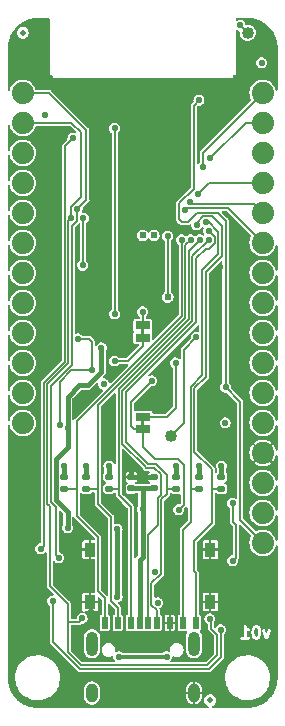
<source format=gbl>
%TF.GenerationSoftware,KiCad,Pcbnew,7.0.6*%
%TF.CreationDate,2023-12-06T13:06:40-07:00*%
%TF.ProjectId,SparkFun_Thing_Plus_ESP32-S3,53706172-6b46-4756-9e5f-5468696e675f,rev?*%
%TF.SameCoordinates,Original*%
%TF.FileFunction,Copper,L4,Bot*%
%TF.FilePolarity,Positive*%
%FSLAX46Y46*%
G04 Gerber Fmt 4.6, Leading zero omitted, Abs format (unit mm)*
G04 Created by KiCad (PCBNEW 7.0.6) date 2023-12-06 13:06:40*
%MOMM*%
%LPD*%
G01*
G04 APERTURE LIST*
G04 Aperture macros list*
%AMRoundRect*
0 Rectangle with rounded corners*
0 $1 Rounding radius*
0 $2 $3 $4 $5 $6 $7 $8 $9 X,Y pos of 4 corners*
0 Add a 4 corners polygon primitive as box body*
4,1,4,$2,$3,$4,$5,$6,$7,$8,$9,$2,$3,0*
0 Add four circle primitives for the rounded corners*
1,1,$1+$1,$2,$3*
1,1,$1+$1,$4,$5*
1,1,$1+$1,$6,$7*
1,1,$1+$1,$8,$9*
0 Add four rect primitives between the rounded corners*
20,1,$1+$1,$2,$3,$4,$5,0*
20,1,$1+$1,$4,$5,$6,$7,0*
20,1,$1+$1,$6,$7,$8,$9,0*
20,1,$1+$1,$8,$9,$2,$3,0*%
G04 Aperture macros list end*
%ADD10C,0.250000*%
%TA.AperFunction,ComponentPad*%
%ADD11O,1.000000X1.600000*%
%TD*%
%TA.AperFunction,ComponentPad*%
%ADD12O,1.000000X2.100000*%
%TD*%
%TA.AperFunction,ComponentPad*%
%ADD13C,1.879600*%
%TD*%
%TA.AperFunction,SMDPad,CuDef*%
%ADD14RoundRect,0.508000X0.000000X0.000000X0.000000X0.000000X0.000000X0.000000X0.000000X0.000000X0*%
%TD*%
%TA.AperFunction,SMDPad,CuDef*%
%ADD15R,1.270000X0.660400*%
%TD*%
%TA.AperFunction,SMDPad,CuDef*%
%ADD16RoundRect,0.135000X-0.185000X0.135000X-0.185000X-0.135000X0.185000X-0.135000X0.185000X0.135000X0*%
%TD*%
%TA.AperFunction,SMDPad,CuDef*%
%ADD17RoundRect,0.140000X0.170000X-0.140000X0.170000X0.140000X-0.170000X0.140000X-0.170000X-0.140000X0*%
%TD*%
%TA.AperFunction,SMDPad,CuDef*%
%ADD18R,0.500000X1.000000*%
%TD*%
%TA.AperFunction,SMDPad,CuDef*%
%ADD19R,0.950000X1.200000*%
%TD*%
%TA.AperFunction,SMDPad,CuDef*%
%ADD20C,0.500000*%
%TD*%
%TA.AperFunction,ViaPad*%
%ADD21C,0.560000*%
%TD*%
%TA.AperFunction,ViaPad*%
%ADD22C,0.609600*%
%TD*%
%TA.AperFunction,Conductor*%
%ADD23C,0.406400*%
%TD*%
%TA.AperFunction,Conductor*%
%ADD24C,0.152400*%
%TD*%
%TA.AperFunction,Conductor*%
%ADD25C,0.348996*%
%TD*%
G04 APERTURE END LIST*
D10*
G36*
X21119049Y6750031D02*
G01*
X21137981Y6731098D01*
X21170391Y6666277D01*
X21210950Y6504041D01*
X21210950Y6296723D01*
X21170391Y6134487D01*
X21137980Y6069664D01*
X21119049Y6050732D01*
X21068348Y6025381D01*
X21032127Y6025381D01*
X20981425Y6050732D01*
X20962493Y6069664D01*
X20930082Y6134485D01*
X20889522Y6296724D01*
X20889522Y6504040D01*
X20930082Y6666279D01*
X20962492Y6731099D01*
X20981425Y6750031D01*
X21032127Y6775381D01*
X21068348Y6775381D01*
X21119049Y6750031D01*
G37*
G36*
X22410092Y5632524D02*
G01*
X19545557Y5632524D01*
X19545557Y5882592D01*
X19688414Y5882592D01*
X19717673Y5818523D01*
X19776925Y5780444D01*
X19812142Y5775381D01*
X20383570Y5775381D01*
X20451150Y5795224D01*
X20497274Y5848454D01*
X20507298Y5918170D01*
X20478039Y5982239D01*
X20418787Y6020318D01*
X20383570Y6025381D01*
X20222856Y6025381D01*
X20222856Y6281334D01*
X20639523Y6281334D01*
X20640481Y6278071D01*
X20643255Y6251017D01*
X20690874Y6060541D01*
X20693093Y6056759D01*
X20700339Y6034956D01*
X20747957Y5939719D01*
X20749552Y5938005D01*
X20750050Y5935715D01*
X20771372Y5907233D01*
X20818991Y5859613D01*
X20821047Y5858491D01*
X20822244Y5856475D01*
X20851478Y5836197D01*
X20946716Y5788578D01*
X20957866Y5786572D01*
X20967401Y5780444D01*
X21002618Y5775381D01*
X21097856Y5775381D01*
X21108728Y5778574D01*
X21119994Y5777357D01*
X21153758Y5788578D01*
X21248995Y5836196D01*
X21250710Y5837792D01*
X21253001Y5838290D01*
X21281483Y5859613D01*
X21329102Y5907232D01*
X21330224Y5909289D01*
X21332238Y5910484D01*
X21352516Y5939718D01*
X21400135Y6034956D01*
X21400910Y6039267D01*
X21409600Y6060541D01*
X21457219Y6251017D01*
X21457080Y6254415D01*
X21460951Y6281334D01*
X21460951Y6519429D01*
X21459992Y6522692D01*
X21457219Y6549746D01*
X21454687Y6559874D01*
X21544491Y6559874D01*
X21551567Y6525006D01*
X21789662Y5858339D01*
X21806315Y5835432D01*
X21820235Y5810766D01*
X21826748Y5807327D01*
X21831079Y5801370D01*
X21857471Y5791104D01*
X21882518Y5777878D01*
X21889856Y5778507D01*
X21896721Y5775836D01*
X21924478Y5781470D01*
X21952696Y5783884D01*
X21958529Y5788380D01*
X21965747Y5789844D01*
X21986050Y5809589D01*
X22008485Y5826877D01*
X22013399Y5836184D01*
X22016242Y5838948D01*
X22017327Y5843624D01*
X22025098Y5858339D01*
X22263193Y6525006D01*
X22267235Y6595323D01*
X22232619Y6656663D01*
X22170336Y6689551D01*
X22100159Y6683545D01*
X22044370Y6640552D01*
X22027757Y6609090D01*
X21907379Y6272034D01*
X21787003Y6609090D01*
X21745586Y6666059D01*
X21679944Y6691593D01*
X21610918Y6677585D01*
X21560423Y6628482D01*
X21544491Y6559874D01*
X21454687Y6559874D01*
X21409600Y6740222D01*
X21407381Y6744005D01*
X21400135Y6765807D01*
X21352516Y6861045D01*
X21350921Y6862760D01*
X21350423Y6865049D01*
X21329101Y6893532D01*
X21281482Y6941150D01*
X21279427Y6942272D01*
X21278230Y6944288D01*
X21248995Y6964566D01*
X21153758Y7012184D01*
X21142607Y7014191D01*
X21133073Y7020318D01*
X21097856Y7025381D01*
X21002618Y7025381D01*
X20991745Y7022189D01*
X20980479Y7023405D01*
X20946716Y7012184D01*
X20851478Y6964565D01*
X20849763Y6962971D01*
X20847474Y6962472D01*
X20818991Y6941150D01*
X20771373Y6893531D01*
X20770251Y6891477D01*
X20768235Y6890279D01*
X20747957Y6861044D01*
X20700339Y6765807D01*
X20699563Y6761496D01*
X20690874Y6740222D01*
X20643255Y6549746D01*
X20643393Y6546349D01*
X20639523Y6519429D01*
X20639523Y6281334D01*
X20222856Y6281334D01*
X20222856Y6557124D01*
X20232430Y6550483D01*
X20327668Y6502864D01*
X20396987Y6490389D01*
X20462047Y6517372D01*
X20502191Y6575245D01*
X20504673Y6645635D01*
X20468706Y6706193D01*
X20439471Y6726471D01*
X20362375Y6765019D01*
X20290234Y6837160D01*
X20201862Y6969719D01*
X20175627Y6991691D01*
X20149783Y7014085D01*
X20148702Y7014241D01*
X20147865Y7014942D01*
X20113932Y7019240D01*
X20080067Y7024109D01*
X20079072Y7023655D01*
X20077990Y7023792D01*
X20047139Y7009072D01*
X20015998Y6994850D01*
X20015407Y6993931D01*
X20014423Y6993461D01*
X19996430Y6964403D01*
X19977919Y6935598D01*
X19977714Y6934176D01*
X19977344Y6933577D01*
X19977373Y6931806D01*
X19972856Y6900381D01*
X19972856Y6025381D01*
X19812142Y6025381D01*
X19744562Y6005538D01*
X19698438Y5952308D01*
X19688414Y5882592D01*
X19545557Y5882592D01*
X19545557Y7168238D01*
X22410092Y7168238D01*
X22410092Y5632524D01*
G37*
%TA.AperFunction,EtchedComponent*%
%TO.C,JP1*%
G36*
X11580000Y23880000D02*
G01*
X11280000Y23880000D01*
X11280000Y24380000D01*
X11580000Y24380000D01*
X11580000Y23880000D01*
G37*
%TD.AperFunction*%
%TA.AperFunction,EtchedComponent*%
%TO.C,JP4*%
G36*
X11580000Y31614300D02*
G01*
X11280000Y31614300D01*
X11280000Y32114300D01*
X11580000Y32114300D01*
X11580000Y31614300D01*
G37*
%TD.AperFunction*%
%TD*%
D11*
%TO.P,J1,NC1,NC*%
%TO.N,unconnected-(J1-NC-PadNC1)*%
X7112000Y1251250D03*
D12*
%TO.P,J1,NC2,NC*%
%TO.N,unconnected-(J1-NC-PadNC2)*%
X7112000Y5431250D03*
%TO.P,J1,NC3,NC*%
%TO.N,unconnected-(J1-NC-PadNC3)*%
X15748000Y5431250D03*
D11*
%TO.P,J1,S,SHIELD*%
%TO.N,GND*%
X15748000Y1251250D03*
%TD*%
D13*
%TO.P,U10,1,SDA*%
%TO.N,ESP8{slash}SDA*%
X1270000Y52070000D03*
%TO.P,U10,2,SCL*%
%TO.N,ESP9{slash}SCL*%
X1270000Y49530000D03*
%TO.P,U10,3,GPIO6*%
%TO.N,ESP1*%
X1270000Y46990000D03*
%TO.P,U10,4,GPIO5*%
%TO.N,ESP2*%
X1270000Y44450000D03*
%TO.P,U10,5,GPIO4*%
%TO.N,ESP4*%
X1270000Y41910000D03*
%TO.P,U10,6,GPIO3*%
%TO.N,ESP5*%
X1270000Y39370000D03*
%TO.P,U10,7,GPIO2*%
%TO.N,ESP6*%
X1270000Y36830000D03*
%TO.P,U10,8,GPIO1*%
%TO.N,ESP7*%
X1270000Y34290000D03*
%TO.P,U10,9,GPIO0*%
%TO.N,ESP21*%
X1270000Y31750000D03*
%TO.P,U10,10,V_USB*%
%TO.N,VUSB*%
X1270000Y29210000D03*
%TO.P,U10,11,EN*%
%TO.N,EN*%
X1270000Y26670000D03*
%TO.P,U10,12,V_BATT*%
%TO.N,VBATT*%
X1270000Y24130000D03*
%TO.P,U10,13,FREEBIE*%
%TO.N,ESP42{slash}FREE*%
X21590000Y52070000D03*
%TO.P,U10,14,TX*%
%TO.N,ESP43{slash}TXO*%
X21590000Y49530000D03*
%TO.P,U10,15,RX*%
%TO.N,ESP44{slash}RXI*%
X21590000Y46990000D03*
%TO.P,U10,16,POCI*%
%TO.N,ESP13{slash}POCI*%
X21590000Y44450000D03*
%TO.P,U10,17,PICO*%
%TO.N,ESP11{slash}PICO*%
X21590000Y41910000D03*
%TO.P,U10,18,SCK*%
%TO.N,ESP12{slash}SCK*%
X21590000Y39370000D03*
%TO.P,U10,19,A5*%
%TO.N,ESP18{slash}A5*%
X21590000Y36830000D03*
%TO.P,U10,20,A4*%
%TO.N,ESP17{slash}A4*%
X21590000Y34290000D03*
%TO.P,U10,21,A3*%
%TO.N,ESP16{slash}A3*%
X21590000Y31750000D03*
%TO.P,U10,22,A2*%
%TO.N,ESP15{slash}A2*%
X21590000Y29210000D03*
%TO.P,U10,23,A1*%
%TO.N,ESP14{slash}A1*%
X21590000Y26670000D03*
%TO.P,U10,24,A0*%
%TO.N,ESP10{slash}A0*%
X21590000Y24130000D03*
%TO.P,U10,25,GND*%
%TO.N,GND*%
X21590000Y21590000D03*
%TO.P,U10,26,AREF/NC*%
%TO.N,unconnected-(U10-AREF{slash}NC-Pad26)*%
X21590000Y19050000D03*
%TO.P,U10,27,3.3V*%
%TO.N,+3.3V*%
X21590000Y16510000D03*
%TO.P,U10,28,~{RESET}*%
%TO.N,ESP~{RST}*%
X21590000Y13970000D03*
%TD*%
D14*
%TO.P,TP2,1,1*%
%TO.N,ESP0{slash}STAT*%
X13811250Y23018750D03*
%TD*%
D15*
%TO.P,JP1,1,A*%
%TO.N,Net-(JP1-A)*%
X11430000Y24650700D03*
%TO.P,JP1,2,B*%
%TO.N,VUSB*%
X11430000Y23609300D03*
%TD*%
D16*
%TO.P,R3,1*%
%TO.N,+3.3V*%
X16192500Y19560000D03*
%TO.P,R3,2*%
%TO.N,ESP39{slash}SDIO0*%
X16192500Y18540000D03*
%TD*%
D17*
%TO.P,C5,1*%
%TO.N,+3.3V*%
X12382500Y18570000D03*
%TO.P,C5,2*%
%TO.N,GND*%
X12382500Y19530000D03*
%TD*%
D16*
%TO.P,R6,1*%
%TO.N,+3.3V*%
X6667500Y19560000D03*
%TO.P,R6,2*%
%TO.N,ESP33{slash}SDIO3*%
X6667500Y18540000D03*
%TD*%
D18*
%TO.P,J2,1,DAT2*%
%TO.N,ESP47{slash}SDIO2*%
X8215000Y7201000D03*
%TO.P,J2,2,DAT3/CD*%
%TO.N,ESP33{slash}SDIO3*%
X9315000Y7201000D03*
%TO.P,J2,3,CMD/SDI*%
%TO.N,ESP34{slash}SDIO_CMD*%
X10415000Y7201000D03*
%TO.P,J2,4,VDD*%
%TO.N,+3.3V*%
X11165000Y7201000D03*
%TO.P,J2,5,CLK/SCK*%
%TO.N,ESP38{slash}SDIO_CLK*%
X12615000Y7201000D03*
%TO.P,J2,6,VSS*%
%TO.N,GND*%
X13715000Y7201000D03*
%TO.P,J2,7,DAT0/SDO*%
%TO.N,ESP39{slash}SDIO0*%
X14815000Y7201000D03*
%TO.P,J2,8,DAT1*%
%TO.N,ESP40{slash}SDIO1*%
X15915000Y7201000D03*
%TO.P,J2,9,~{DET}*%
%TO.N,ESP48{slash}SDIO_~{DET}*%
X11865000Y7201000D03*
D19*
%TO.P,J2,10,SHIELD*%
%TO.N,GND*%
X17165000Y8951000D03*
X17165000Y13401000D03*
X6965000Y8951000D03*
X6965000Y13401000D03*
%TD*%
D16*
%TO.P,R2,1*%
%TO.N,+3.3V*%
X14287500Y19560000D03*
%TO.P,R2,2*%
%TO.N,ESP38{slash}SDIO_CLK*%
X14287500Y18540000D03*
%TD*%
%TO.P,R5,1*%
%TO.N,+3.3V*%
X4762500Y19560000D03*
%TO.P,R5,2*%
%TO.N,ESP47{slash}SDIO2*%
X4762500Y18540000D03*
%TD*%
%TO.P,R4,1*%
%TO.N,+3.3V*%
X18097500Y19560000D03*
%TO.P,R4,2*%
%TO.N,ESP40{slash}SDIO1*%
X18097500Y18540000D03*
%TD*%
D20*
%TO.P,FID2,*%
%TO.N,*%
X1270000Y57150000D03*
%TD*%
%TO.P,FID1,*%
%TO.N,*%
X17145000Y635000D03*
%TD*%
D16*
%TO.P,R1,1*%
%TO.N,+3.3V*%
X8572500Y19560000D03*
%TO.P,R1,2*%
%TO.N,ESP34{slash}SDIO_CMD*%
X8572500Y18540000D03*
%TD*%
D14*
%TO.P,TP1,1,1*%
%TO.N,Net-(D6-DOUT)*%
X20320000Y57150000D03*
%TD*%
D17*
%TO.P,C4,1*%
%TO.N,+3.3V*%
X10477500Y18570000D03*
%TO.P,C4,2*%
%TO.N,GND*%
X10477500Y19530000D03*
%TD*%
D15*
%TO.P,JP4,1,A*%
%TO.N,Net-(JP4-A)*%
X11430000Y31343600D03*
%TO.P,JP4,2,B*%
%TO.N,+3.3V*%
X11430000Y32385000D03*
%TD*%
D21*
%TO.N,GND*%
X10160000Y48768000D03*
X14478000Y45720000D03*
X17018000Y27432000D03*
X7366000Y16510000D03*
X12954000Y42926000D03*
X8382000Y47244000D03*
X19558000Y38862000D03*
X4064000Y37592000D03*
X10414000Y20574000D03*
X5588000Y51562000D03*
X13970000Y51562000D03*
X8128000Y11181902D03*
X16596902Y6985000D03*
X12204600Y25390202D03*
X17272000Y50546000D03*
X20320000Y11430000D03*
X3556000Y38354000D03*
X16636900Y22098000D03*
X508000Y53848000D03*
X17932900Y37338100D03*
X19812000Y56197500D03*
X14478000Y44450000D03*
X7112000Y51562000D03*
X5842000Y50546000D03*
X11430000Y51562000D03*
X8382000Y43942000D03*
X12700000Y51562000D03*
X2032000Y17272000D03*
X14478000Y47498000D03*
X16256000Y12446000D03*
X11430000Y42926000D03*
X9906000Y42926000D03*
X8636000Y51562000D03*
X5842000Y25717500D03*
X19812000Y53340000D03*
X13716000Y16764000D03*
X5842000Y6350000D03*
X10160000Y51562000D03*
X7071900Y8128000D03*
X10794900Y17780000D03*
X11430000Y48768000D03*
X21590000Y8128000D03*
X18541900Y13208000D03*
X8382000Y45720000D03*
X12954000Y48768000D03*
X17780000Y33528000D03*
X15240000Y51562000D03*
X5080000Y11938000D03*
X19304000Y7874000D03*
X16510000Y24892000D03*
%TO.N,+5V*%
X7937500Y30480000D03*
X9271900Y9398000D03*
X9271900Y15113900D03*
X5080000Y23653750D03*
X5080000Y15240000D03*
%TO.N,+3.3V*%
X11430000Y33528000D03*
X8572500Y20478750D03*
X4762500Y20478750D03*
X21505000Y54610000D03*
X14287500Y20478750D03*
X18097500Y20478750D03*
X6667500Y20478750D03*
X18415000Y24130000D03*
X8128000Y27432000D03*
X16236685Y20496208D03*
X3175000Y50165000D03*
X11430000Y16827500D03*
%TO.N,ESP~{RST}*%
X18441000Y27146250D03*
X16192500Y51435000D03*
%TO.N,Net-(D4-K)*%
X19050000Y12446000D03*
X19050000Y17303750D03*
%TO.N,Net-(JP4-A)*%
X9048750Y29368750D03*
%TO.N,ESP43{slash}TXO*%
X17145000Y46513750D03*
%TO.N,ESP8{slash}SDA*%
X5873750Y42227500D03*
X4318000Y12700000D03*
X3810000Y9048750D03*
X18034000Y6604000D03*
%TO.N,ESP9{slash}SCL*%
X17113150Y7541483D03*
X6305600Y7575600D03*
X5333300Y41433750D03*
%TO.N,Net-(JP1-A)*%
X14224000Y29210000D03*
%TO.N,ESP42{slash}FREE*%
X16510000Y45771500D03*
%TO.N,ESP0{slash}STAT*%
X9048750Y33337500D03*
X13811250Y23018750D03*
X9048750Y49053750D03*
X15968919Y31364345D03*
%TO.N,EN*%
X4414900Y23971250D03*
X5942400Y31242000D03*
X7143750Y28575000D03*
%TO.N,Net-(D6-DOUT)*%
X19685000Y57785000D03*
%TO.N,ESP45{slash}Q_EN*%
X2794000Y13462000D03*
X5514468Y48218218D03*
%TO.N,VUSB*%
X14478000Y16764000D03*
X13462000Y4318000D03*
X9398000Y4318000D03*
X12204600Y27686000D03*
%TO.N,ESP33{slash}SDIO3*%
X15494000Y39624000D03*
%TO.N,ESP47{slash}SDIO2*%
X14732000Y39624000D03*
%TO.N,ESP34{slash}SDIO_CMD*%
X16256000Y39624000D03*
%TO.N,ESP21*%
X13550400Y39948350D03*
D22*
X13550400Y34773100D03*
%TO.N,ESP20{slash}D+*%
X12382500Y40005000D03*
D21*
X12700000Y8890000D03*
%TO.N,ESP19{slash}D-*%
X12445500Y11519729D03*
D22*
X11430000Y40005000D03*
D21*
%TO.N,ESP13{slash}POCI*%
X16150719Y43539281D03*
%TO.N,ESP11{slash}PICO*%
X15443100Y42825359D03*
%TO.N,ESP12{slash}SCK*%
X15030306Y42164000D03*
%TO.N,ESP10{slash}A0*%
X6350000Y37465000D03*
X6406650Y41433750D03*
%TO.N,ESP48{slash}SDIO_~{DET}*%
X17018000Y39624000D03*
%TO.N,ESP38{slash}SDIO_CLK*%
X17018000Y40386000D03*
%TO.N,ESP39{slash}SDIO0*%
X16764000Y41096806D03*
%TO.N,ESP40{slash}SDIO1*%
X16002000Y40894000D03*
%TD*%
D23*
%TO.N,GND*%
X12382500Y19530000D02*
X10477500Y19530000D01*
X10477500Y20510500D02*
X10414000Y20574000D01*
X10477500Y19530000D02*
X10477500Y20510500D01*
%TO.N,+5V*%
X5080000Y15240000D02*
X5080000Y16589374D01*
X7937500Y28469875D02*
X7937500Y30480000D01*
X5080000Y26352500D02*
X6032500Y27305000D01*
X5080000Y23653750D02*
X5080000Y26352500D01*
X5080000Y16589374D02*
X4086900Y17582474D01*
X4086900Y21073150D02*
X4086900Y17582474D01*
X5080000Y22066250D02*
X4086900Y21073150D01*
X5080000Y23653750D02*
X5080000Y22066250D01*
X6032500Y27305000D02*
X6772625Y27305000D01*
X6772625Y27305000D02*
X7937500Y28469875D01*
X9271900Y15113900D02*
X9271900Y9398000D01*
%TO.N,+3.3V*%
X11433750Y18570000D02*
X11430000Y18573750D01*
X16192500Y20452023D02*
X16236685Y20496208D01*
X12382500Y18570000D02*
X11433750Y18570000D01*
X11430000Y12772800D02*
X11430000Y15240000D01*
X14287500Y19560000D02*
X14287500Y20478750D01*
X18097500Y19560000D02*
X18097500Y20478750D01*
D24*
X11430000Y32385000D02*
X11430000Y33528000D01*
D23*
X4762500Y19560000D02*
X4762500Y20478750D01*
X11165000Y12507800D02*
X11430000Y12772800D01*
X8572500Y19560000D02*
X8572500Y20478750D01*
X10481250Y18573750D02*
X10477500Y18570000D01*
X11165000Y7201000D02*
X11165000Y12507800D01*
X16192500Y19560000D02*
X16192500Y20452023D01*
X11430000Y15240000D02*
X11430000Y18573750D01*
X6667500Y19560000D02*
X6667500Y20478750D01*
X11430000Y18573750D02*
X10481250Y18573750D01*
D24*
%TO.N,ESP~{RST}*%
X18441000Y27146250D02*
X18441000Y41249000D01*
X14521706Y42715706D02*
X15748000Y43942000D01*
X15748000Y43942000D02*
X15748000Y50990500D01*
X16002000Y41910000D02*
X15240000Y41148000D01*
X15240000Y41148000D02*
X14732000Y41148000D01*
X18441000Y27146250D02*
X19685000Y25902250D01*
X15748000Y50990500D02*
X16192500Y51435000D01*
X17780000Y41910000D02*
X16002000Y41910000D01*
X19685000Y25902250D02*
X19685000Y15875000D01*
X14732000Y41148000D02*
X14521706Y41358294D01*
X18441000Y41249000D02*
X17780000Y41910000D01*
X19685000Y15875000D02*
X21590000Y13970000D01*
X14521706Y41358294D02*
X14521706Y42715706D01*
%TO.N,Net-(D4-K)*%
X19050000Y15748000D02*
X19304000Y15494000D01*
X19304000Y12700000D02*
X19050000Y12446000D01*
X19050000Y17303750D02*
X19050000Y15748000D01*
X19304000Y15494000D02*
X19304000Y12700000D01*
%TO.N,Net-(JP4-A)*%
X10160000Y29368750D02*
X11430000Y30638750D01*
X11430000Y30638750D02*
X11430000Y31343600D01*
X9048750Y29368750D02*
X10160000Y29368750D01*
%TO.N,ESP43{slash}TXO*%
X20161250Y49530000D02*
X21590000Y49530000D01*
X17145000Y46513750D02*
X20161250Y49530000D01*
%TO.N,ESP8{slash}SDA*%
X6667500Y48895000D02*
X3492500Y52070000D01*
X5434300Y29042852D02*
X3655100Y27263652D01*
X4064000Y12954000D02*
X4318000Y12700000D01*
X5873750Y42227500D02*
X6667500Y43021250D01*
X17018000Y3302000D02*
X18034000Y4318000D01*
X5873750Y41254930D02*
X5434300Y40815480D01*
X5434300Y40815480D02*
X5434300Y29042852D01*
X6096000Y3302000D02*
X17018000Y3302000D01*
X3492500Y52070000D02*
X1270000Y52070000D01*
X6667500Y43021250D02*
X6667500Y48895000D01*
X3655100Y17403616D02*
X4064000Y16994716D01*
X3810000Y5588000D02*
X6096000Y3302000D01*
X5873750Y42227500D02*
X5873750Y41254930D01*
X18034000Y4318000D02*
X18034000Y6604000D01*
X3655100Y27263652D02*
X3655100Y17403616D01*
X4064000Y16994716D02*
X4064000Y12954000D01*
X3810000Y9048750D02*
X3810000Y5588000D01*
%TO.N,ESP9{slash}SCL*%
X17208500Y6710230D02*
X17729200Y6189530D01*
X17145000Y7620000D02*
X17208500Y7620000D01*
X5080000Y4749052D02*
X5080000Y7273481D01*
X6191250Y48736250D02*
X5397500Y49530000D01*
X5080000Y7273481D02*
X5080000Y8801200D01*
X6003481Y7273481D02*
X5080000Y7273481D01*
X16891748Y3606800D02*
X6222252Y3606800D01*
X6222252Y3606800D02*
X5080000Y4749052D01*
X5333300Y41433750D02*
X5365150Y41465600D01*
X5365150Y41465600D02*
X5365150Y42438170D01*
X5129500Y41229950D02*
X5333300Y41433750D01*
X3556000Y17071664D02*
X3350300Y17277364D01*
X17729200Y4444252D02*
X16891748Y3606800D01*
X17208500Y7620000D02*
X17208500Y6710230D01*
X17729200Y6189530D02*
X17729200Y4444252D01*
X3350300Y17277364D02*
X3350300Y27389904D01*
X5397500Y49530000D02*
X1270000Y49530000D01*
X3556000Y10325200D02*
X3556000Y17071664D01*
X5129500Y29169104D02*
X5129500Y41229950D01*
X6191250Y43264270D02*
X6191250Y48736250D01*
X5080000Y8801200D02*
X3556000Y10325200D01*
X3350300Y27389904D02*
X5129500Y29169104D01*
X5365150Y42438170D02*
X6191250Y43264270D01*
X6305600Y7575600D02*
X6003481Y7273481D01*
%TO.N,Net-(JP1-A)*%
X13474700Y24650700D02*
X14224000Y25400000D01*
X14224000Y25400000D02*
X14224000Y29210000D01*
X11430000Y24650700D02*
X13474700Y24650700D01*
%TO.N,ESP42{slash}FREE*%
X16510000Y45771500D02*
X16510000Y46990000D01*
X16510000Y46990000D02*
X21590000Y52070000D01*
%TO.N,ESP0{slash}STAT*%
X14935200Y24142700D02*
X13811250Y23018750D01*
X9048750Y33337500D02*
X9048750Y49053750D01*
X14935200Y30330626D02*
X14935200Y24142700D01*
X15968919Y31364345D02*
X14935200Y30330626D01*
%TO.N,EN*%
X5942400Y31242000D02*
X6858000Y31242000D01*
X7112000Y30988000D02*
X7112000Y28606750D01*
X4445000Y27622500D02*
X5397500Y28575000D01*
X6858000Y31242000D02*
X7112000Y30988000D01*
X7112000Y28606750D02*
X7143750Y28575000D01*
X5397500Y28575000D02*
X7143750Y28575000D01*
X4414900Y23971250D02*
X4445000Y24001350D01*
X4445000Y24001350D02*
X4445000Y27622500D01*
%TO.N,Net-(D6-DOUT)*%
X20320000Y57150000D02*
X19685000Y57785000D01*
%TO.N,ESP45{slash}Q_EN*%
X3045500Y17151112D02*
X3045500Y27516156D01*
X4824700Y29295356D02*
X4824700Y47528450D01*
X3048000Y17148612D02*
X3045500Y17151112D01*
X3045500Y27516156D02*
X4824700Y29295356D01*
X2794000Y13462000D02*
X3048000Y13716000D01*
X4824700Y47528450D02*
X5514468Y48218218D01*
X3048000Y13716000D02*
X3048000Y17148612D01*
%TO.N,VUSB*%
X10414000Y23876000D02*
X10414000Y25895400D01*
X14922500Y17208500D02*
X14922500Y20563020D01*
D25*
X9398000Y4318000D02*
X13462000Y4318000D01*
D24*
X12446000Y21082600D02*
X11430000Y22098600D01*
X10414000Y25895400D02*
X12204600Y27686000D01*
X11430000Y23609300D02*
X10680700Y23609300D01*
X14922500Y20563020D02*
X14402920Y21082600D01*
X11430000Y22098600D02*
X11430000Y23609300D01*
X14478000Y16764000D02*
X14922500Y17208500D01*
X10680700Y23609300D02*
X10414000Y23876000D01*
X14402920Y21082600D02*
X12446000Y21082600D01*
%TO.N,ESP33{slash}SDIO3*%
X7618000Y18540000D02*
X7620000Y18542000D01*
X7620000Y17272000D02*
X7620000Y18542000D01*
X7620000Y25603948D02*
X15036800Y33020748D01*
X6667500Y18540000D02*
X7618000Y18540000D01*
X9315000Y7201000D02*
X9315000Y8465000D01*
X8763300Y16128700D02*
X7620000Y17272000D01*
X8763300Y9016700D02*
X8763300Y16128700D01*
X15036800Y33020748D02*
X15036800Y39166800D01*
X15036800Y39166800D02*
X15494000Y39624000D01*
X7620000Y18542000D02*
X7620000Y25603948D01*
X9315000Y8465000D02*
X8763300Y9016700D01*
%TO.N,ESP47{slash}SDIO2*%
X5842000Y24257000D02*
X5842000Y18542000D01*
X7668600Y11478600D02*
X7668600Y14429400D01*
X14732000Y39624000D02*
X14732000Y33147000D01*
X8215000Y7201000D02*
X8215000Y9281500D01*
X7619400Y11429400D02*
X7668600Y11478600D01*
X8215000Y9281500D02*
X7619400Y9877100D01*
X7668600Y14429400D02*
X5842000Y16256000D01*
X4762500Y18540000D02*
X5840000Y18540000D01*
X5842000Y16256000D02*
X5842000Y18542000D01*
X5840000Y18540000D02*
X5842000Y18542000D01*
X14732000Y33147000D02*
X5842000Y24257000D01*
X7619400Y9877100D02*
X7619400Y11429400D01*
%TO.N,ESP34{slash}SDIO_CMD*%
X15341600Y38709600D02*
X15341600Y32894496D01*
X10415000Y7201000D02*
X10415000Y17017000D01*
X8572500Y18540000D02*
X9396000Y18540000D01*
X9398000Y26950896D02*
X9398000Y18542000D01*
X15341600Y32894496D02*
X9398000Y26950896D01*
X9398000Y18034000D02*
X9906000Y17526000D01*
X9396000Y18540000D02*
X9398000Y18542000D01*
X10415000Y17017000D02*
X9906000Y17526000D01*
X16256000Y39624000D02*
X15341600Y38709600D01*
X9398000Y18542000D02*
X9398000Y18034000D01*
%TO.N,ESP21*%
X13550400Y34773100D02*
X13550400Y39948350D01*
%TO.N,ESP13{slash}POCI*%
X21590000Y44450000D02*
X17061438Y44450000D01*
X17061438Y44450000D02*
X16150719Y43539281D01*
%TO.N,ESP11{slash}PICO*%
X20828000Y42672000D02*
X21590000Y41910000D01*
X15596459Y42672000D02*
X20828000Y42672000D01*
X15443100Y42825359D02*
X15596459Y42672000D01*
%TO.N,ESP12{slash}SCK*%
X15183565Y42317259D02*
X18642741Y42317259D01*
X18642741Y42317259D02*
X21590000Y39370000D01*
X15030306Y42164000D02*
X15183565Y42317259D01*
%TO.N,ESP10{slash}A0*%
X6406650Y37521650D02*
X6350000Y37465000D01*
X6406650Y41433750D02*
X6406650Y37521650D01*
%TO.N,ESP48{slash}SDIO_~{DET}*%
X12423779Y20320000D02*
X11684000Y20320000D01*
X12700000Y17780000D02*
X12954000Y18034000D01*
X11865000Y14659000D02*
X12700000Y15494000D01*
X12700000Y15494000D02*
X12700000Y17780000D01*
X15646400Y32768244D02*
X15646400Y38252400D01*
X11684000Y20370800D02*
X9702800Y22352000D01*
X12954000Y19789779D02*
X12423779Y20320000D01*
X11865000Y7201000D02*
X11865000Y14659000D01*
X15646400Y38252400D02*
X17018000Y39624000D01*
X11684000Y20320000D02*
X11684000Y20370800D01*
X9702800Y22352000D02*
X9702800Y26824644D01*
X12954000Y18034000D02*
X12954000Y19789779D01*
X9702800Y26824644D02*
X15646400Y32768244D01*
%TO.N,ESP38{slash}SDIO_CLK*%
X10007600Y22478252D02*
X11861052Y20624800D01*
X11861052Y20624800D02*
X12550031Y20624800D01*
X12615000Y7201000D02*
X12615000Y8255730D01*
X15951200Y38049200D02*
X15951200Y32641992D01*
X17526600Y39370600D02*
X17018000Y38862000D01*
X17018000Y38862000D02*
X16764000Y38862000D01*
X13464000Y18540000D02*
X13462000Y18542000D01*
X17018000Y40386000D02*
X17526600Y39877400D01*
X17526600Y39877400D02*
X17526600Y39370600D01*
X12169800Y8700930D02*
X12169800Y10524759D01*
X14287500Y18540000D02*
X13464000Y18540000D01*
X12550031Y20624800D02*
X13462000Y19712831D01*
X15951200Y32641992D02*
X10007600Y26698392D01*
X10007600Y26698392D02*
X10007600Y22478252D01*
X12615000Y8255730D02*
X12169800Y8700930D01*
X13004800Y11359759D02*
X13004800Y17653748D01*
X13462000Y18110948D02*
X13462000Y18542000D01*
X12169800Y10524759D02*
X13004800Y11359759D01*
X13004800Y17653748D02*
X13462000Y18110948D01*
X13462000Y19712831D02*
X13462000Y18542000D01*
X16764000Y38862000D02*
X15951200Y38049200D01*
%TO.N,ESP39{slash}SDIO0*%
X15494000Y27178000D02*
X15494000Y18542000D01*
X15494000Y18542000D02*
X15494000Y15748000D01*
X16192500Y18540000D02*
X15496000Y18540000D01*
X16477519Y28161519D02*
X15494000Y27178000D01*
X17026464Y41096806D02*
X17831400Y40291870D01*
X14815000Y15069000D02*
X15494000Y15748000D01*
X17831400Y38405400D02*
X16477519Y37051519D01*
X16764000Y41096806D02*
X17026464Y41096806D01*
X16477519Y37051519D02*
X16477519Y28161519D01*
X14815000Y7201000D02*
X14815000Y15069000D01*
X15496000Y18540000D02*
X15494000Y18542000D01*
X17831400Y40291870D02*
X17831400Y38405400D01*
%TO.N,ESP40{slash}SDIO1*%
X16002000Y41054076D02*
X16553330Y41605406D01*
X15915000Y11390000D02*
X15747400Y11557600D01*
X15915000Y7201000D02*
X15915000Y11390000D01*
X18136200Y38279148D02*
X16782319Y36925267D01*
X15798800Y27051748D02*
X15798800Y21653363D01*
X15798800Y21653363D02*
X17272000Y20180163D01*
X17274000Y18540000D02*
X17272000Y18542000D01*
X16782319Y36925267D02*
X16782319Y28035267D01*
X16002000Y40894000D02*
X16002000Y41054076D01*
X17322594Y41605406D02*
X18136200Y40791800D01*
X18136200Y40791800D02*
X18136200Y38279148D01*
X16553330Y41605406D02*
X17322594Y41605406D01*
X18097500Y18540000D02*
X17274000Y18540000D01*
X15747400Y11557600D02*
X15747400Y14150600D01*
X17272000Y15675200D02*
X17272000Y18542000D01*
X17272000Y20180163D02*
X17272000Y18542000D01*
X15747400Y14150600D02*
X17272000Y15675200D01*
X16782319Y28035267D02*
X15798800Y27051748D01*
%TD*%
%TA.AperFunction,Conductor*%
%TO.N,GND*%
G36*
X132350Y49352136D02*
G01*
X170999Y49306076D01*
X172944Y49300067D01*
X205914Y49184190D01*
X222936Y49124365D01*
X315300Y48938875D01*
X315301Y48938874D01*
X315302Y48938872D01*
X348432Y48895001D01*
X440174Y48773514D01*
X516616Y48703828D01*
X593305Y48633916D01*
X593314Y48633910D01*
X608467Y48624528D01*
X769485Y48524830D01*
X962707Y48449976D01*
X962711Y48449976D01*
X962715Y48449974D01*
X1071601Y48429620D01*
X1166393Y48411900D01*
X1166394Y48411900D01*
X1373606Y48411900D01*
X1373607Y48411900D01*
X1508741Y48437162D01*
X1577284Y48449974D01*
X1577286Y48449975D01*
X1577293Y48449976D01*
X1770515Y48524830D01*
X1946692Y48633914D01*
X2099826Y48773514D01*
X2224700Y48938875D01*
X2317064Y49124365D01*
X2341900Y49211657D01*
X2377141Y49260371D01*
X2426444Y49275500D01*
X5255672Y49275500D01*
X5312173Y49254935D01*
X5317827Y49249755D01*
X5776697Y48790885D01*
X5802108Y48736391D01*
X5786545Y48678313D01*
X5737292Y48643825D01*
X5689777Y48644391D01*
X5580366Y48676518D01*
X5580362Y48676518D01*
X5448574Y48676518D01*
X5448569Y48676518D01*
X5322125Y48639389D01*
X5322121Y48639388D01*
X5211262Y48568143D01*
X5211257Y48568138D01*
X5124957Y48468544D01*
X5070210Y48348664D01*
X5070208Y48348658D01*
X5051455Y48218222D01*
X5051455Y48218216D01*
X5058152Y48171636D01*
X5045838Y48112784D01*
X5033302Y48096972D01*
X4668581Y47732251D01*
X4655266Y47721323D01*
X4641217Y47711935D01*
X4641215Y47711933D01*
X4627708Y47691721D01*
X4627706Y47691717D01*
X4584965Y47627751D01*
X4565214Y47528451D01*
X4568511Y47511873D01*
X4570199Y47494727D01*
X4570200Y29437185D01*
X4549635Y29380684D01*
X4544455Y29375030D01*
X2889381Y27719957D01*
X2876066Y27709029D01*
X2862017Y27699641D01*
X2862015Y27699639D01*
X2848508Y27679427D01*
X2848506Y27679423D01*
X2847816Y27678390D01*
X2810472Y27622500D01*
X2805766Y27615457D01*
X2795222Y27562446D01*
X2786014Y27516156D01*
X2788924Y27501528D01*
X2789311Y27499582D01*
X2791000Y27482433D01*
X2791000Y17184836D01*
X2789311Y17167688D01*
X2786014Y17151113D01*
X2791811Y17121970D01*
X2793500Y17104821D01*
X2793500Y14005303D01*
X2772935Y13948802D01*
X2730365Y13920964D01*
X2601657Y13883171D01*
X2601653Y13883170D01*
X2490794Y13811925D01*
X2490789Y13811920D01*
X2404489Y13712326D01*
X2349742Y13592446D01*
X2349740Y13592440D01*
X2330987Y13462004D01*
X2330987Y13461997D01*
X2349740Y13331561D01*
X2349741Y13331556D01*
X2349742Y13331554D01*
X2358627Y13312099D01*
X2404489Y13211675D01*
X2440830Y13169736D01*
X2490791Y13112078D01*
X2490793Y13112077D01*
X2490794Y13112076D01*
X2601653Y13040831D01*
X2601654Y13040831D01*
X2601657Y13040829D01*
X2687782Y13015541D01*
X2728101Y13003701D01*
X2728104Y13003701D01*
X2728106Y13003700D01*
X2728107Y13003700D01*
X2859893Y13003700D01*
X2859894Y13003700D01*
X2859896Y13003701D01*
X2859898Y13003701D01*
X2874927Y13008115D01*
X2986343Y13040829D01*
X3097209Y13112078D01*
X3147171Y13169738D01*
X3199710Y13198970D01*
X3258751Y13187591D01*
X3296664Y13140924D01*
X3301499Y13112174D01*
X3301499Y10358924D01*
X3299811Y10341779D01*
X3296514Y10325201D01*
X3296514Y10325200D01*
X3316266Y10225898D01*
X3359656Y10160960D01*
X3359672Y10160938D01*
X3372516Y10141716D01*
X3386561Y10132332D01*
X3399881Y10121401D01*
X3864177Y9657105D01*
X3889588Y9602611D01*
X3874025Y9544533D01*
X3824772Y9510045D01*
X3802022Y9507050D01*
X3744101Y9507050D01*
X3617657Y9469921D01*
X3617653Y9469920D01*
X3506794Y9398675D01*
X3506789Y9398670D01*
X3420489Y9299076D01*
X3365742Y9179196D01*
X3365740Y9179190D01*
X3346987Y9048754D01*
X3346987Y9048747D01*
X3365740Y8918311D01*
X3365741Y8918306D01*
X3365742Y8918304D01*
X3420489Y8798426D01*
X3506790Y8698829D01*
X3506792Y8698827D01*
X3510859Y8696214D01*
X3515118Y8693477D01*
X3551534Y8645632D01*
X3555500Y8619528D01*
X3555500Y5621724D01*
X3553811Y5604576D01*
X3550514Y5588001D01*
X3550514Y5588000D01*
X3570266Y5488698D01*
X3613656Y5423760D01*
X3613672Y5423738D01*
X3626516Y5404516D01*
X3640561Y5395132D01*
X3653881Y5384201D01*
X5892199Y3145883D01*
X5903129Y3132564D01*
X5912516Y3118515D01*
X5927019Y3108825D01*
X5932234Y3105341D01*
X5932242Y3105335D01*
X5933763Y3104319D01*
X5933766Y3104316D01*
X5985861Y3069509D01*
X5993050Y3062992D01*
X5996699Y3062267D01*
X5996699Y3062266D01*
X6070933Y3047500D01*
X6070937Y3047500D01*
X6096000Y3042515D01*
X6112571Y3045812D01*
X6129719Y3047500D01*
X16984276Y3047500D01*
X17001424Y3045811D01*
X17017999Y3042514D01*
X17017999Y3042515D01*
X17018000Y3042514D01*
X17117301Y3062266D01*
X17180234Y3104316D01*
X17180234Y3104318D01*
X17186423Y3108452D01*
X17186430Y3108459D01*
X17201484Y3118516D01*
X17210870Y3132564D01*
X17221795Y3145879D01*
X18190121Y4114205D01*
X18203437Y4125131D01*
X18217484Y4134516D01*
X18227541Y4149570D01*
X18227548Y4149577D01*
X18231682Y4155766D01*
X18231684Y4155766D01*
X18273734Y4218699D01*
X18293486Y4318000D01*
X18293302Y4318923D01*
X18290189Y4334576D01*
X18288500Y4351724D01*
X18288500Y6174778D01*
X18309065Y6231279D01*
X18328880Y6248726D01*
X18337209Y6254078D01*
X18423511Y6353676D01*
X18478258Y6473554D01*
X18478554Y6475613D01*
X18497013Y6603997D01*
X18497013Y6604004D01*
X18478259Y6734440D01*
X18478258Y6734441D01*
X18478258Y6734446D01*
X18423511Y6854324D01*
X18423510Y6854325D01*
X18423510Y6854326D01*
X18380360Y6904124D01*
X18337209Y6953922D01*
X18337206Y6953924D01*
X18337205Y6953925D01*
X18226346Y7025170D01*
X18226343Y7025171D01*
X18197133Y7033748D01*
X18099898Y7062300D01*
X18099894Y7062300D01*
X17968106Y7062300D01*
X17968101Y7062300D01*
X17841657Y7025171D01*
X17841653Y7025170D01*
X17730794Y6953925D01*
X17730789Y6953920D01*
X17644488Y6854324D01*
X17644487Y6854322D01*
X17630856Y6824474D01*
X17588679Y6781622D01*
X17528824Y6775906D01*
X17479299Y6810002D01*
X17463000Y6860989D01*
X17463000Y7162762D01*
X19550334Y7162762D01*
X19550334Y5637722D01*
X19550335Y5637722D01*
X22405231Y5637722D01*
X22405232Y5637722D01*
X22405232Y7162762D01*
X19550334Y7162762D01*
X17463000Y7162762D01*
X17463000Y7212604D01*
X17483565Y7269105D01*
X17484471Y7270167D01*
X17487344Y7273482D01*
X17502661Y7291159D01*
X17557408Y7411037D01*
X17576163Y7541483D01*
X17576163Y7541487D01*
X17557409Y7671923D01*
X17557408Y7671924D01*
X17557408Y7671929D01*
X17502661Y7791807D01*
X17502660Y7791808D01*
X17502660Y7791809D01*
X17439632Y7864546D01*
X17416359Y7891405D01*
X17416356Y7891407D01*
X17416355Y7891408D01*
X17305496Y7962653D01*
X17305493Y7962654D01*
X17280203Y7970080D01*
X17179048Y7999783D01*
X17179044Y7999783D01*
X17114892Y7999783D01*
X17071786Y8015473D01*
X17056567Y8002702D01*
X17051268Y8000962D01*
X16920807Y7962655D01*
X16920803Y7962653D01*
X16809944Y7891408D01*
X16809939Y7891403D01*
X16723639Y7791809D01*
X16668892Y7671929D01*
X16668890Y7671923D01*
X16650137Y7541487D01*
X16650137Y7541480D01*
X16668890Y7411044D01*
X16668892Y7411038D01*
X16723639Y7291158D01*
X16753318Y7256907D01*
X16809941Y7191561D01*
X16913622Y7124930D01*
X16950036Y7077084D01*
X16954000Y7050984D01*
X16954000Y6743954D01*
X16952311Y6726806D01*
X16949014Y6710231D01*
X16949014Y6710230D01*
X16968766Y6610928D01*
X17012156Y6545990D01*
X17012172Y6545968D01*
X17019942Y6534340D01*
X17025016Y6526746D01*
X17039061Y6517362D01*
X17052381Y6506431D01*
X17260026Y6298786D01*
X17448955Y6109858D01*
X17474366Y6055364D01*
X17474700Y6047703D01*
X17474700Y4586080D01*
X17454135Y4529579D01*
X17448955Y4523925D01*
X16812075Y3887045D01*
X16757581Y3861634D01*
X16749920Y3861300D01*
X13865159Y3861300D01*
X13808658Y3881865D01*
X13778594Y3933936D01*
X13789035Y3993150D01*
X13798729Y4006762D01*
X13851510Y4067675D01*
X13851509Y4067675D01*
X13851511Y4067676D01*
X13906258Y4187554D01*
X13925013Y4318000D01*
X13925012Y4318001D01*
X13925728Y4322975D01*
X13954123Y4375974D01*
X14009943Y4398322D01*
X14046368Y4391676D01*
X14169764Y4340563D01*
X14256098Y4329197D01*
X14282278Y4325750D01*
X14282280Y4325750D01*
X14357722Y4325750D01*
X14381172Y4328838D01*
X14470236Y4340563D01*
X14610233Y4398552D01*
X14730451Y4490799D01*
X14822698Y4611017D01*
X14880687Y4751014D01*
X14894652Y4857090D01*
X14918795Y4903469D01*
X14899201Y4926821D01*
X14894652Y4945412D01*
X14893141Y4956885D01*
X14880687Y5051486D01*
X14822698Y5191483D01*
X14730451Y5311701D01*
X14635968Y5384201D01*
X14610235Y5403947D01*
X14610233Y5403948D01*
X14470236Y5461937D01*
X14357722Y5476750D01*
X14357720Y5476750D01*
X14282280Y5476750D01*
X14282278Y5476750D01*
X14169763Y5461937D01*
X14029766Y5403948D01*
X14029764Y5403947D01*
X13909552Y5311704D01*
X13909546Y5311698D01*
X13817303Y5191486D01*
X13817302Y5191484D01*
X13759313Y5051487D01*
X13739534Y4901250D01*
X13747534Y4840481D01*
X13734520Y4781779D01*
X13686818Y4745176D01*
X13635622Y4744669D01*
X13527900Y4776299D01*
X13527894Y4776300D01*
X13396106Y4776300D01*
X13396101Y4776300D01*
X13269658Y4739172D01*
X13269655Y4739171D01*
X13184979Y4684752D01*
X13137457Y4670798D01*
X9722543Y4670798D01*
X9675021Y4684752D01*
X9590344Y4739171D01*
X9590341Y4739172D01*
X9463898Y4776300D01*
X9463894Y4776300D01*
X9332106Y4776300D01*
X9332105Y4776300D01*
X9332099Y4776299D01*
X9224377Y4744669D01*
X9164371Y4748482D01*
X9120855Y4789975D01*
X9112465Y4840480D01*
X9120466Y4901250D01*
X9100687Y5051486D01*
X9042698Y5191483D01*
X8950451Y5311701D01*
X8855968Y5384201D01*
X8830235Y5403947D01*
X8830233Y5403948D01*
X8690236Y5461937D01*
X8577722Y5476750D01*
X8577720Y5476750D01*
X8502280Y5476750D01*
X8502278Y5476750D01*
X8389763Y5461937D01*
X8249766Y5403948D01*
X8249764Y5403947D01*
X8129552Y5311704D01*
X8129546Y5311698D01*
X8037303Y5191486D01*
X8037302Y5191484D01*
X7979313Y5051487D01*
X7965347Y4945411D01*
X7941203Y4899032D01*
X7960794Y4875690D01*
X7965347Y4857090D01*
X7979313Y4751014D01*
X8037302Y4611017D01*
X8037303Y4611015D01*
X8056437Y4586080D01*
X8129549Y4490799D01*
X8249767Y4398552D01*
X8389764Y4340563D01*
X8476098Y4329197D01*
X8502278Y4325750D01*
X8502280Y4325750D01*
X8577722Y4325750D01*
X8598959Y4328547D01*
X8690236Y4340563D01*
X8813630Y4391676D01*
X8873697Y4394298D01*
X8921400Y4357695D01*
X8934271Y4322975D01*
X8953740Y4187561D01*
X8953742Y4187555D01*
X9008489Y4067675D01*
X9061271Y4006762D01*
X9082730Y3950595D01*
X9063064Y3893774D01*
X9011476Y3862888D01*
X8994841Y3861300D01*
X6364080Y3861300D01*
X6307579Y3881865D01*
X6301925Y3887045D01*
X5360245Y4828725D01*
X5354884Y4840222D01*
X6433700Y4840222D01*
X6445969Y4739171D01*
X6448573Y4717730D01*
X6448575Y4717726D01*
X6506983Y4563714D01*
X6506983Y4563713D01*
X6591341Y4441500D01*
X6600556Y4428150D01*
X6723852Y4318920D01*
X6869705Y4242370D01*
X7029639Y4202950D01*
X7029641Y4202950D01*
X7194358Y4202950D01*
X7194361Y4202950D01*
X7354295Y4242370D01*
X7500148Y4318920D01*
X7623444Y4428150D01*
X7717016Y4563713D01*
X7775427Y4717730D01*
X7790300Y4840220D01*
X7790300Y4845608D01*
X7810857Y4902109D01*
X7814001Y4903925D01*
X7792382Y4937861D01*
X7790300Y4956876D01*
X7790300Y6022280D01*
X7775427Y6144770D01*
X7717016Y6298787D01*
X7717016Y6298788D01*
X7623446Y6434347D01*
X7623444Y6434350D01*
X7500148Y6543580D01*
X7500146Y6543581D01*
X7500145Y6543582D01*
X7445135Y6572453D01*
X7354295Y6620130D01*
X7354292Y6620131D01*
X7275756Y6639488D01*
X7194361Y6659550D01*
X7029639Y6659550D01*
X6950801Y6640119D01*
X6869707Y6620131D01*
X6869705Y6620131D01*
X6869705Y6620130D01*
X6821087Y6594614D01*
X6723854Y6543582D01*
X6723849Y6543578D01*
X6600553Y6434347D01*
X6506983Y6298788D01*
X6506983Y6298787D01*
X6454065Y6159252D01*
X6448573Y6144770D01*
X6448572Y6144768D01*
X6448572Y6144765D01*
X6433700Y6022279D01*
X6433700Y4840222D01*
X5354884Y4840222D01*
X5334834Y4883219D01*
X5334500Y4890880D01*
X5334500Y6931081D01*
X5355065Y6987582D01*
X5407136Y7017646D01*
X5422400Y7018981D01*
X5969757Y7018981D01*
X5986905Y7017292D01*
X6003480Y7013995D01*
X6003480Y7013996D01*
X6003481Y7013995D01*
X6102782Y7033747D01*
X6165715Y7075797D01*
X6165715Y7075799D01*
X6171904Y7079933D01*
X6171911Y7079940D01*
X6186965Y7089997D01*
X6186967Y7090001D01*
X6188527Y7091559D01*
X6191093Y7092756D01*
X6194167Y7094809D01*
X6194483Y7094336D01*
X6243023Y7116966D01*
X6250678Y7117300D01*
X6371493Y7117300D01*
X6371494Y7117300D01*
X6371496Y7117301D01*
X6371498Y7117301D01*
X6386527Y7121715D01*
X6497943Y7154429D01*
X6608809Y7225678D01*
X6695111Y7325276D01*
X6749858Y7445154D01*
X6761773Y7528025D01*
X6768613Y7575597D01*
X6768613Y7575604D01*
X6749859Y7706040D01*
X6749858Y7706041D01*
X6749858Y7706046D01*
X6695111Y7825924D01*
X6695110Y7825925D01*
X6695110Y7825926D01*
X6648861Y7879299D01*
X6608809Y7925522D01*
X6608806Y7925524D01*
X6608805Y7925525D01*
X6497946Y7996770D01*
X6483670Y8000962D01*
X6435252Y8036614D01*
X6425613Y8076352D01*
X6393651Y8042964D01*
X6354775Y8033900D01*
X6239701Y8033900D01*
X6113257Y7996771D01*
X6113253Y7996770D01*
X6002394Y7925525D01*
X6002389Y7925520D01*
X5916089Y7825926D01*
X5861342Y7706046D01*
X5861340Y7706040D01*
X5846579Y7603372D01*
X5818183Y7550372D01*
X5762363Y7528025D01*
X5759574Y7527981D01*
X5422400Y7527981D01*
X5365899Y7548546D01*
X5335835Y7600617D01*
X5334500Y7615881D01*
X5334500Y8333492D01*
X6312201Y8333492D01*
X6322516Y8281625D01*
X6361811Y8222818D01*
X6361817Y8222812D01*
X6403611Y8194885D01*
X6439164Y8146395D01*
X6438041Y8129269D01*
X6447781Y8148919D01*
X6502865Y8173024D01*
X6508437Y8173201D01*
X6876100Y8173201D01*
X6876100Y8173202D01*
X7053899Y8173202D01*
X7053900Y8173201D01*
X7457509Y8173201D01*
X7509375Y8183517D01*
X7568182Y8222812D01*
X7568188Y8222818D01*
X7607483Y8281625D01*
X7617800Y8333488D01*
X7617800Y8862099D01*
X7617799Y8862100D01*
X7053901Y8862100D01*
X7053899Y8862099D01*
X7053899Y8173202D01*
X6876100Y8173202D01*
X6876100Y8862099D01*
X6876099Y8862100D01*
X6312202Y8862100D01*
X6312201Y8862099D01*
X6312201Y8333492D01*
X5334500Y8333492D01*
X5334500Y8767482D01*
X5336189Y8784631D01*
X5339485Y8801200D01*
X5334500Y8826263D01*
X5334500Y8826267D01*
X5319734Y8900501D01*
X5319734Y8900502D01*
X5282319Y8956495D01*
X5263484Y8984684D01*
X5249433Y8994073D01*
X5236114Y9005003D01*
X5201216Y9039901D01*
X6312200Y9039901D01*
X6312201Y9039900D01*
X6876099Y9039900D01*
X6876100Y9039901D01*
X6876100Y9728799D01*
X6876099Y9728800D01*
X6472486Y9728800D01*
X6472484Y9728799D01*
X6420628Y9718486D01*
X6420624Y9718484D01*
X6361817Y9679189D01*
X6361811Y9679183D01*
X6322516Y9620376D01*
X6312200Y9568513D01*
X6312200Y9039901D01*
X5201216Y9039901D01*
X3836245Y10404873D01*
X3810834Y10459367D01*
X3810500Y10467028D01*
X3810500Y12350175D01*
X3831065Y12406676D01*
X3883136Y12436740D01*
X3942350Y12426299D01*
X3964824Y12407742D01*
X4014791Y12350078D01*
X4014793Y12350077D01*
X4014794Y12350076D01*
X4125653Y12278831D01*
X4125654Y12278831D01*
X4125657Y12278829D01*
X4211782Y12253541D01*
X4252101Y12241701D01*
X4252104Y12241701D01*
X4252106Y12241700D01*
X4252107Y12241700D01*
X4383893Y12241700D01*
X4383894Y12241700D01*
X4383896Y12241701D01*
X4383898Y12241701D01*
X4398927Y12246115D01*
X4510343Y12278829D01*
X4621209Y12350078D01*
X4707511Y12449676D01*
X4762258Y12569554D01*
X4766736Y12600701D01*
X4781013Y12699997D01*
X4781013Y12700004D01*
X4769009Y12783492D01*
X6312201Y12783492D01*
X6322516Y12731625D01*
X6361811Y12672818D01*
X6361817Y12672812D01*
X6420624Y12633517D01*
X6472486Y12623201D01*
X6876100Y12623201D01*
X6876100Y13312099D01*
X6876099Y13312100D01*
X6312202Y13312100D01*
X6312201Y13312099D01*
X6312201Y12783492D01*
X4769009Y12783492D01*
X4762259Y12830440D01*
X4762258Y12830441D01*
X4762258Y12830446D01*
X4707511Y12950324D01*
X4707510Y12950325D01*
X4707510Y12950326D01*
X4664360Y13000124D01*
X4621209Y13049922D01*
X4621206Y13049924D01*
X4621205Y13049925D01*
X4510346Y13121170D01*
X4510343Y13121171D01*
X4472067Y13132410D01*
X4381635Y13158964D01*
X4333217Y13194614D01*
X4318500Y13243303D01*
X4318500Y13489901D01*
X6312200Y13489901D01*
X6312201Y13489900D01*
X6876099Y13489900D01*
X6876100Y13489901D01*
X6876100Y14178799D01*
X6876099Y14178800D01*
X6472486Y14178800D01*
X6472484Y14178799D01*
X6420628Y14168486D01*
X6420624Y14168484D01*
X6361817Y14129189D01*
X6361811Y14129183D01*
X6322516Y14070376D01*
X6312200Y14018513D01*
X6312200Y13489901D01*
X4318500Y13489901D01*
X4318500Y16599142D01*
X4339065Y16655643D01*
X4391136Y16685707D01*
X4450350Y16675266D01*
X4468555Y16661297D01*
X4672754Y16457098D01*
X4698165Y16402604D01*
X4698499Y16394943D01*
X4698499Y15526986D01*
X4690556Y15490471D01*
X4635742Y15370446D01*
X4635740Y15370440D01*
X4616987Y15240004D01*
X4616987Y15239997D01*
X4635740Y15109561D01*
X4635742Y15109555D01*
X4690489Y14989675D01*
X4729879Y14944217D01*
X4776791Y14890078D01*
X4776793Y14890077D01*
X4776794Y14890076D01*
X4887653Y14818831D01*
X4887654Y14818831D01*
X4887657Y14818829D01*
X4973782Y14793541D01*
X5014101Y14781701D01*
X5014104Y14781701D01*
X5014106Y14781700D01*
X5014107Y14781700D01*
X5145893Y14781700D01*
X5145894Y14781700D01*
X5145896Y14781701D01*
X5145898Y14781701D01*
X5160927Y14786115D01*
X5272343Y14818829D01*
X5383209Y14890078D01*
X5469511Y14989676D01*
X5524258Y15109554D01*
X5530775Y15154878D01*
X5543013Y15239997D01*
X5543013Y15240004D01*
X5524259Y15370440D01*
X5524258Y15370442D01*
X5524258Y15370446D01*
X5524256Y15370449D01*
X5524256Y15370452D01*
X5469444Y15490472D01*
X5461500Y15526987D01*
X5461500Y16077603D01*
X5482065Y16134104D01*
X5534136Y16164168D01*
X5593350Y16153727D01*
X5622484Y16126440D01*
X5644316Y16093766D01*
X5644319Y16093763D01*
X5658516Y16072516D01*
X5672561Y16063132D01*
X5685881Y16052201D01*
X7388355Y14349728D01*
X7413766Y14295234D01*
X7414100Y14287573D01*
X7414100Y14266700D01*
X7393535Y14210199D01*
X7341464Y14180135D01*
X7326200Y14178800D01*
X7053899Y14178800D01*
X7053900Y13489900D01*
X7053899Y12623202D01*
X7053900Y12623201D01*
X7326200Y12623201D01*
X7382701Y12602636D01*
X7412765Y12550565D01*
X7414100Y12535301D01*
X7414100Y11606901D01*
X7399287Y11558068D01*
X7379666Y11528702D01*
X7359914Y11429401D01*
X7363211Y11412826D01*
X7364900Y11395677D01*
X7364900Y9910824D01*
X7363211Y9893676D01*
X7359914Y9877101D01*
X7359914Y9877100D01*
X7368517Y9833848D01*
X7359370Y9774421D01*
X7314164Y9734776D01*
X7282306Y9728800D01*
X7053899Y9728800D01*
X7053899Y9039902D01*
X7053901Y9039900D01*
X7617798Y9039900D01*
X7617799Y9039901D01*
X7617799Y9306574D01*
X7638364Y9363075D01*
X7690435Y9393139D01*
X7749649Y9382698D01*
X7767854Y9368729D01*
X7934755Y9201828D01*
X7960166Y9147334D01*
X7960500Y9139673D01*
X7960500Y7954037D01*
X7939935Y7897536D01*
X7902218Y7875203D01*
X7903433Y7872270D01*
X7895433Y7868957D01*
X7836454Y7829548D01*
X7836452Y7829546D01*
X7797045Y7770569D01*
X7786700Y7718560D01*
X7786700Y6683437D01*
X7786701Y6683435D01*
X7797043Y6631435D01*
X7797043Y6631434D01*
X7797044Y6631432D01*
X7797045Y6631431D01*
X7836453Y6572453D01*
X7895431Y6533045D01*
X7947439Y6522700D01*
X8482560Y6522701D01*
X8482563Y6522701D01*
X8482565Y6522702D01*
X8534565Y6533044D01*
X8534566Y6533044D01*
X8534566Y6533045D01*
X8534569Y6533045D01*
X8593547Y6572453D01*
X8632955Y6631431D01*
X8643300Y6683439D01*
X8643299Y7718560D01*
X8643299Y7718561D01*
X8643299Y7718564D01*
X8643298Y7718566D01*
X8632956Y7770566D01*
X8632956Y7770567D01*
X8618764Y7791807D01*
X8593547Y7829547D01*
X8534569Y7868955D01*
X8534568Y7868956D01*
X8534567Y7868956D01*
X8526571Y7872268D01*
X8527847Y7875350D01*
X8488842Y7899023D01*
X8469499Y7954034D01*
X8469499Y8738375D01*
X8490064Y8794874D01*
X8542135Y8824938D01*
X8601349Y8814497D01*
X8619554Y8800528D01*
X9034755Y8385328D01*
X9060166Y8330834D01*
X9060500Y8323173D01*
X9060500Y7954037D01*
X9039935Y7897536D01*
X9002218Y7875203D01*
X9003433Y7872270D01*
X8995433Y7868957D01*
X8936454Y7829548D01*
X8936452Y7829546D01*
X8897045Y7770569D01*
X8886700Y7718560D01*
X8886700Y6683437D01*
X8886701Y6683435D01*
X8897043Y6631435D01*
X8897043Y6631434D01*
X8897044Y6631432D01*
X8897045Y6631431D01*
X8936453Y6572453D01*
X8995431Y6533045D01*
X9047439Y6522700D01*
X9582560Y6522701D01*
X9582563Y6522701D01*
X9582565Y6522702D01*
X9634565Y6533044D01*
X9634566Y6533044D01*
X9634566Y6533045D01*
X9634569Y6533045D01*
X9693547Y6572453D01*
X9732955Y6631431D01*
X9743300Y6683439D01*
X9743299Y7718560D01*
X9743299Y7718561D01*
X9743299Y7718564D01*
X9743298Y7718566D01*
X9732956Y7770566D01*
X9732956Y7770567D01*
X9718764Y7791807D01*
X9693547Y7829547D01*
X9634569Y7868955D01*
X9634568Y7868956D01*
X9634567Y7868956D01*
X9626571Y7872268D01*
X9627847Y7875350D01*
X9588840Y7899028D01*
X9569500Y7954036D01*
X9569500Y8431277D01*
X9571189Y8448426D01*
X9574486Y8465000D01*
X9554734Y8564301D01*
X9512684Y8627233D01*
X9511047Y8629683D01*
X9511041Y8629691D01*
X9498484Y8648484D01*
X9498485Y8648484D01*
X9484433Y8657873D01*
X9471114Y8668803D01*
X9338717Y8801200D01*
X9336199Y8803718D01*
X9310789Y8858211D01*
X9326352Y8916289D01*
X9373591Y8950211D01*
X9375237Y8950695D01*
X9464243Y8976829D01*
X9575109Y9048078D01*
X9661411Y9147676D01*
X9716158Y9267554D01*
X9722429Y9311171D01*
X9734913Y9397997D01*
X9734913Y9398004D01*
X9716159Y9528440D01*
X9716158Y9528442D01*
X9716158Y9528446D01*
X9716156Y9528449D01*
X9716156Y9528452D01*
X9661344Y9648472D01*
X9653400Y9684987D01*
X9653400Y14826913D01*
X9661344Y14863428D01*
X9716156Y14983449D01*
X9716156Y14983451D01*
X9716158Y14983454D01*
X9717807Y14994923D01*
X9734913Y15113897D01*
X9734913Y15113904D01*
X9716159Y15244340D01*
X9716158Y15244341D01*
X9716158Y15244346D01*
X9661411Y15364224D01*
X9661410Y15364225D01*
X9661410Y15364226D01*
X9604438Y15429974D01*
X9575109Y15463822D01*
X9575106Y15463824D01*
X9575105Y15463825D01*
X9464246Y15535070D01*
X9464243Y15535071D01*
X9433153Y15544200D01*
X9337798Y15572200D01*
X9337794Y15572200D01*
X9206006Y15572200D01*
X9206005Y15572200D01*
X9130464Y15550019D01*
X9070458Y15553833D01*
X9026942Y15595326D01*
X9017800Y15634359D01*
X9017800Y16094982D01*
X9019489Y16112131D01*
X9022785Y16128700D01*
X9017800Y16153763D01*
X9017800Y16153767D01*
X9003034Y16228001D01*
X9003034Y16228002D01*
X8965619Y16283995D01*
X8946784Y16312184D01*
X8939274Y16317202D01*
X8932733Y16321573D01*
X8919414Y16332503D01*
X7900245Y17351673D01*
X7874834Y17406167D01*
X7874500Y17413828D01*
X7874500Y18508282D01*
X7876189Y18525431D01*
X7879485Y18542001D01*
X7878708Y18545906D01*
X7876188Y18558576D01*
X7874499Y18575709D01*
X7874500Y25462121D01*
X7895065Y25518622D01*
X7900234Y25524265D01*
X8993446Y26617477D01*
X9047939Y26642887D01*
X9106017Y26627324D01*
X9140505Y26578071D01*
X9143500Y26555321D01*
X9143500Y20735739D01*
X9122935Y20679238D01*
X9070864Y20649174D01*
X9011650Y20659615D01*
X8975644Y20699224D01*
X8962012Y20729072D01*
X8962011Y20729074D01*
X8946908Y20746504D01*
X8875709Y20828672D01*
X8875706Y20828674D01*
X8875705Y20828675D01*
X8764846Y20899920D01*
X8764843Y20899921D01*
X8732312Y20909473D01*
X8638398Y20937050D01*
X8638394Y20937050D01*
X8506606Y20937050D01*
X8506601Y20937050D01*
X8380157Y20899921D01*
X8380153Y20899920D01*
X8269294Y20828675D01*
X8269289Y20828670D01*
X8182989Y20729076D01*
X8128242Y20609196D01*
X8128240Y20609190D01*
X8109487Y20478754D01*
X8109487Y20478747D01*
X8128240Y20348311D01*
X8128243Y20348299D01*
X8183056Y20228278D01*
X8191000Y20191763D01*
X8191000Y19977983D01*
X8170435Y19921482D01*
X8165255Y19915829D01*
X8126902Y19877476D01*
X8126901Y19877474D01*
X8080207Y19777341D01*
X8074200Y19731713D01*
X8074200Y19388287D01*
X8074201Y19388285D01*
X8080205Y19342666D01*
X8080207Y19342660D01*
X8126900Y19242528D01*
X8126901Y19242526D01*
X8205026Y19164401D01*
X8223647Y19155718D01*
X8279518Y19129664D01*
X8322034Y19087147D01*
X8327274Y19027249D01*
X8292786Y18977996D01*
X8279518Y18970336D01*
X8205027Y18935600D01*
X8126900Y18857473D01*
X8080207Y18757341D01*
X8074200Y18711713D01*
X8074200Y18368287D01*
X8074201Y18368285D01*
X8080205Y18322666D01*
X8080207Y18322660D01*
X8126900Y18222528D01*
X8126901Y18222526D01*
X8205026Y18144401D01*
X8305161Y18097707D01*
X8350789Y18091700D01*
X8794210Y18091701D01*
X8794213Y18091701D01*
X8794214Y18091702D01*
X8817024Y18094704D01*
X8839834Y18097706D01*
X8839835Y18097707D01*
X8839839Y18097707D01*
X8939974Y18144401D01*
X8993446Y18197874D01*
X9047939Y18223284D01*
X9106017Y18207721D01*
X9140505Y18158468D01*
X9143500Y18135717D01*
X9143499Y18067723D01*
X9141811Y18050579D01*
X9138514Y18034001D01*
X9138514Y18034000D01*
X9158266Y17934698D01*
X9201656Y17869760D01*
X9201672Y17869738D01*
X9214516Y17850516D01*
X9228564Y17841129D01*
X9241882Y17830200D01*
X9708314Y17363769D01*
X9708316Y17363766D01*
X10134754Y16937328D01*
X10160165Y16882835D01*
X10160499Y16875174D01*
X10160499Y7954037D01*
X10139934Y7897536D01*
X10102218Y7875202D01*
X10103433Y7872270D01*
X10095433Y7868957D01*
X10036454Y7829548D01*
X10036452Y7829546D01*
X9997045Y7770569D01*
X9986700Y7718560D01*
X9986700Y6683437D01*
X9986701Y6683435D01*
X9997043Y6631435D01*
X9997043Y6631434D01*
X9997044Y6631432D01*
X9997045Y6631431D01*
X10036453Y6572453D01*
X10095431Y6533045D01*
X10147439Y6522700D01*
X10682560Y6522701D01*
X10682563Y6522701D01*
X10682565Y6522702D01*
X10734565Y6533044D01*
X10734565Y6533045D01*
X10734569Y6533045D01*
X10741164Y6537453D01*
X10799567Y6551745D01*
X10838834Y6537453D01*
X10845431Y6533045D01*
X10897439Y6522700D01*
X11432560Y6522701D01*
X11432562Y6522701D01*
X11461447Y6528447D01*
X11484569Y6533045D01*
X11484569Y6533046D01*
X11493059Y6534734D01*
X11493553Y6532249D01*
X11536820Y6534139D01*
X11536939Y6534734D01*
X11539371Y6534251D01*
X11541430Y6534340D01*
X11544453Y6533240D01*
X11545429Y6533046D01*
X11545431Y6533045D01*
X11597439Y6522700D01*
X12132560Y6522701D01*
X12132563Y6522701D01*
X12132565Y6522702D01*
X12184565Y6533044D01*
X12184565Y6533045D01*
X12184569Y6533045D01*
X12191164Y6537453D01*
X12249567Y6551745D01*
X12288834Y6537453D01*
X12295431Y6533045D01*
X12347439Y6522700D01*
X12882560Y6522701D01*
X12882563Y6522701D01*
X12882565Y6522702D01*
X12934565Y6533044D01*
X12934566Y6533044D01*
X12934566Y6533045D01*
X12934569Y6533045D01*
X12993547Y6572453D01*
X13032955Y6631431D01*
X13043300Y6683439D01*
X13043300Y6683492D01*
X13287200Y6683492D01*
X13297516Y6631625D01*
X13336811Y6572818D01*
X13336817Y6572812D01*
X13395624Y6533517D01*
X13447486Y6523201D01*
X13626100Y6523201D01*
X13626100Y6523202D01*
X13803899Y6523202D01*
X13803900Y6523201D01*
X13982509Y6523201D01*
X14034375Y6533517D01*
X14093182Y6572812D01*
X14093188Y6572818D01*
X14132483Y6631625D01*
X14142800Y6683488D01*
X14142800Y7112099D01*
X14142799Y7112100D01*
X13803901Y7112100D01*
X13803899Y7112099D01*
X13803899Y6523202D01*
X13626100Y6523202D01*
X13626100Y7112100D01*
X13287202Y7112100D01*
X13287201Y7112099D01*
X13287200Y6683492D01*
X13043300Y6683492D01*
X13043299Y7289901D01*
X13287200Y7289901D01*
X13287201Y7289900D01*
X13626099Y7289900D01*
X13626100Y7289901D01*
X13626100Y7878800D01*
X13803899Y7878800D01*
X13803899Y7289902D01*
X13803901Y7289900D01*
X14142798Y7289900D01*
X14142799Y7289901D01*
X14142799Y7718509D01*
X14132483Y7770376D01*
X14093188Y7829183D01*
X14093182Y7829189D01*
X14034375Y7868484D01*
X13982513Y7878800D01*
X13803899Y7878800D01*
X13626100Y7878800D01*
X13447486Y7878800D01*
X13447484Y7878799D01*
X13395628Y7868486D01*
X13395624Y7868484D01*
X13336817Y7829189D01*
X13336811Y7829183D01*
X13297516Y7770376D01*
X13287200Y7718513D01*
X13287200Y7289901D01*
X13043299Y7289901D01*
X13043299Y7718560D01*
X13043299Y7718561D01*
X13043299Y7718564D01*
X13043298Y7718566D01*
X13032956Y7770566D01*
X13032956Y7770567D01*
X13018764Y7791807D01*
X12993547Y7829547D01*
X12934569Y7868955D01*
X12934568Y7868956D01*
X12934567Y7868956D01*
X12926571Y7872268D01*
X12927847Y7875350D01*
X12888840Y7899028D01*
X12869500Y7954036D01*
X12869500Y8222007D01*
X12871189Y8239156D01*
X12871607Y8241257D01*
X12874486Y8255730D01*
X12854734Y8355031D01*
X12854730Y8355036D01*
X12853526Y8357945D01*
X12853349Y8361994D01*
X12853045Y8363522D01*
X12853280Y8363569D01*
X12850901Y8418015D01*
X12887212Y8465532D01*
X12892341Y8468829D01*
X12892343Y8468829D01*
X13003209Y8540078D01*
X13089511Y8639676D01*
X13144258Y8759554D01*
X13146642Y8776138D01*
X13163013Y8889997D01*
X13163013Y8890004D01*
X13144259Y9020440D01*
X13144258Y9020441D01*
X13144258Y9020446D01*
X13089511Y9140324D01*
X13089510Y9140325D01*
X13089510Y9140326D01*
X13046360Y9190124D01*
X13003209Y9239922D01*
X13003206Y9239924D01*
X13003205Y9239925D01*
X12892346Y9311170D01*
X12892343Y9311171D01*
X12863034Y9319777D01*
X12765898Y9348300D01*
X12765894Y9348300D01*
X12634106Y9348300D01*
X12634101Y9348300D01*
X12536965Y9319777D01*
X12476958Y9323590D01*
X12433442Y9365082D01*
X12424300Y9404116D01*
X12424300Y10382933D01*
X12444865Y10439434D01*
X12450034Y10445077D01*
X13160918Y11155962D01*
X13174232Y11166887D01*
X13188284Y11176275D01*
X13244534Y11260458D01*
X13259300Y11334692D01*
X13259300Y11334697D01*
X13264285Y11359759D01*
X13260988Y11376331D01*
X13259300Y11393478D01*
X13259300Y17511922D01*
X13279865Y17568423D01*
X13285034Y17574066D01*
X13618118Y17907151D01*
X13631432Y17918076D01*
X13645484Y17927464D01*
X13701734Y18011647D01*
X13716500Y18085881D01*
X13716500Y18085886D01*
X13721485Y18110948D01*
X13720410Y18116348D01*
X13729558Y18175775D01*
X13774764Y18215420D01*
X13834877Y18216731D01*
X13868774Y18195653D01*
X13920026Y18144401D01*
X14020161Y18097707D01*
X14065789Y18091700D01*
X14509210Y18091701D01*
X14509213Y18091701D01*
X14509214Y18091702D01*
X14526433Y18093968D01*
X14554836Y18097706D01*
X14555502Y18097900D01*
X14556041Y18097865D01*
X14561507Y18098584D01*
X14561650Y18097498D01*
X14615500Y18093968D01*
X14658934Y18052390D01*
X14668000Y18013512D01*
X14667999Y17350328D01*
X14647434Y17293827D01*
X14642254Y17288174D01*
X14602127Y17248046D01*
X14547634Y17222635D01*
X14539972Y17222300D01*
X14412101Y17222300D01*
X14285657Y17185171D01*
X14285653Y17185170D01*
X14174794Y17113925D01*
X14174789Y17113920D01*
X14088489Y17014326D01*
X14033742Y16894446D01*
X14033740Y16894440D01*
X14014987Y16764004D01*
X14014987Y16763997D01*
X14033740Y16633561D01*
X14033741Y16633556D01*
X14033742Y16633554D01*
X14049458Y16599142D01*
X14088489Y16513675D01*
X14137514Y16457098D01*
X14174791Y16414078D01*
X14174793Y16414077D01*
X14174794Y16414076D01*
X14285653Y16342831D01*
X14285654Y16342831D01*
X14285657Y16342829D01*
X14358048Y16321573D01*
X14412101Y16305701D01*
X14412104Y16305701D01*
X14412106Y16305700D01*
X14412107Y16305700D01*
X14543893Y16305700D01*
X14543894Y16305700D01*
X14543896Y16305701D01*
X14543898Y16305701D01*
X14558927Y16310115D01*
X14670343Y16342829D01*
X14781209Y16414078D01*
X14867511Y16513676D01*
X14922258Y16633554D01*
X14928255Y16675266D01*
X14941013Y16763998D01*
X14941013Y16764000D01*
X14934315Y16810585D01*
X14946629Y16869436D01*
X14959161Y16885245D01*
X15078621Y17004705D01*
X15091937Y17015631D01*
X15102769Y17022869D01*
X15161173Y17037157D01*
X15215099Y17010561D01*
X15239312Y16955525D01*
X15239500Y16949780D01*
X15239500Y15889829D01*
X15218935Y15833328D01*
X15213755Y15827674D01*
X14658881Y15272801D01*
X14645566Y15261873D01*
X14631517Y15252485D01*
X14631515Y15252483D01*
X14618008Y15232271D01*
X14618006Y15232267D01*
X14575265Y15168301D01*
X14555514Y15069001D01*
X14558811Y15052426D01*
X14560500Y15035277D01*
X14560500Y7954037D01*
X14539935Y7897536D01*
X14502218Y7875203D01*
X14503433Y7872270D01*
X14495433Y7868957D01*
X14436454Y7829548D01*
X14436452Y7829546D01*
X14397045Y7770569D01*
X14386700Y7718560D01*
X14386700Y6683437D01*
X14386701Y6683435D01*
X14397043Y6631435D01*
X14397043Y6631434D01*
X14397044Y6631432D01*
X14397045Y6631431D01*
X14436453Y6572453D01*
X14495431Y6533045D01*
X14547439Y6522700D01*
X15082560Y6522701D01*
X15082562Y6522701D01*
X15119093Y6529967D01*
X15178521Y6520820D01*
X15218165Y6475613D01*
X15219476Y6415501D01*
X15208582Y6393824D01*
X15142982Y6298786D01*
X15088088Y6154041D01*
X15084573Y6144770D01*
X15084572Y6144768D01*
X15084572Y6144765D01*
X15069700Y6022279D01*
X15069700Y4956885D01*
X15049135Y4900384D01*
X15045999Y4898574D01*
X15067616Y4864641D01*
X15069700Y4845616D01*
X15069700Y4840222D01*
X15081969Y4739171D01*
X15084573Y4717730D01*
X15084575Y4717726D01*
X15142983Y4563714D01*
X15142983Y4563713D01*
X15227341Y4441500D01*
X15236556Y4428150D01*
X15359852Y4318920D01*
X15505705Y4242370D01*
X15665639Y4202950D01*
X15665641Y4202950D01*
X15830358Y4202950D01*
X15830361Y4202950D01*
X15990295Y4242370D01*
X16136148Y4318920D01*
X16259444Y4428150D01*
X16353016Y4563713D01*
X16411427Y4717730D01*
X16426300Y4840220D01*
X16426300Y6022280D01*
X16411427Y6144770D01*
X16353016Y6298787D01*
X16353016Y6298788D01*
X16256424Y6438726D01*
X16258589Y6440221D01*
X16240000Y6487294D01*
X16259030Y6544330D01*
X16279032Y6562755D01*
X16293547Y6572453D01*
X16332955Y6631431D01*
X16343300Y6683439D01*
X16343299Y7718560D01*
X16343299Y7718561D01*
X16343299Y7718564D01*
X16343298Y7718566D01*
X16332956Y7770566D01*
X16332956Y7770567D01*
X16318764Y7791807D01*
X16293547Y7829547D01*
X16234569Y7868955D01*
X16234568Y7868956D01*
X16234567Y7868956D01*
X16226571Y7872268D01*
X16227847Y7875350D01*
X16188840Y7899028D01*
X16169500Y7954036D01*
X16169500Y8862100D01*
X16512201Y8862100D01*
X16512201Y8333492D01*
X16522516Y8281625D01*
X16561811Y8222818D01*
X16561817Y8222812D01*
X16620624Y8183517D01*
X16672486Y8173201D01*
X17026503Y8173201D01*
X17062865Y8159966D01*
X17076100Y8173201D01*
X17076099Y8862100D01*
X17253900Y8862100D01*
X17253900Y8173202D01*
X17253901Y8173201D01*
X17657509Y8173201D01*
X17709375Y8183517D01*
X17768182Y8222812D01*
X17768188Y8222818D01*
X17807483Y8281625D01*
X17817800Y8333488D01*
X17817800Y8862099D01*
X17817799Y8862100D01*
X17253900Y8862100D01*
X17076099Y8862100D01*
X16512201Y8862100D01*
X16169500Y8862100D01*
X16169500Y9039901D01*
X16512200Y9039901D01*
X16512201Y9039900D01*
X17076099Y9039900D01*
X17076099Y9039901D01*
X17253900Y9039901D01*
X17253901Y9039900D01*
X17817798Y9039900D01*
X17817799Y9039902D01*
X17817799Y9568509D01*
X17807483Y9620376D01*
X17768188Y9679183D01*
X17768182Y9679189D01*
X17709375Y9718484D01*
X17657513Y9728800D01*
X17253901Y9728800D01*
X17253900Y9728799D01*
X17253900Y9039901D01*
X17076099Y9039901D01*
X17076099Y9728800D01*
X16672486Y9728800D01*
X16672484Y9728799D01*
X16620628Y9718486D01*
X16620624Y9718484D01*
X16561817Y9679189D01*
X16561811Y9679183D01*
X16522516Y9620376D01*
X16512200Y9568513D01*
X16512200Y9039901D01*
X16169500Y9039901D01*
X16169500Y11356282D01*
X16171189Y11373431D01*
X16174485Y11390000D01*
X16169500Y11415063D01*
X16169500Y11415067D01*
X16154734Y11489301D01*
X16145138Y11503663D01*
X16111482Y11554034D01*
X16111463Y11554059D01*
X16098484Y11573484D01*
X16084436Y11582871D01*
X16071117Y11593801D01*
X16027645Y11637273D01*
X16002234Y11691767D01*
X16001900Y11699428D01*
X16001900Y12783492D01*
X16512201Y12783492D01*
X16522516Y12731625D01*
X16561811Y12672818D01*
X16561817Y12672812D01*
X16620624Y12633517D01*
X16672486Y12623201D01*
X17076100Y12623201D01*
X17076100Y12623202D01*
X17253900Y12623202D01*
X17253901Y12623201D01*
X17657509Y12623201D01*
X17709375Y12633517D01*
X17768182Y12672812D01*
X17768188Y12672818D01*
X17807483Y12731625D01*
X17817800Y12783488D01*
X17817800Y13312099D01*
X17817799Y13312100D01*
X17253901Y13312100D01*
X17253900Y13312099D01*
X17253900Y12623202D01*
X17076100Y12623202D01*
X17076099Y13312099D01*
X17076099Y13312100D01*
X16512202Y13312100D01*
X16512201Y13312099D01*
X16512201Y12783492D01*
X16001900Y12783492D01*
X16001900Y13489901D01*
X16512200Y13489901D01*
X16512201Y13489900D01*
X17076099Y13489900D01*
X17076099Y13489901D01*
X17253900Y13489901D01*
X17253901Y13489900D01*
X17817798Y13489900D01*
X17817799Y13489901D01*
X17817799Y14018509D01*
X17807483Y14070376D01*
X17768188Y14129183D01*
X17768182Y14129189D01*
X17709375Y14168484D01*
X17657513Y14178800D01*
X17253901Y14178800D01*
X17253900Y14178799D01*
X17253900Y13489901D01*
X17076099Y13489901D01*
X17076099Y14178800D01*
X16672486Y14178800D01*
X16672484Y14178799D01*
X16620628Y14168486D01*
X16620624Y14168484D01*
X16561817Y14129189D01*
X16561811Y14129183D01*
X16522516Y14070376D01*
X16512200Y14018513D01*
X16512200Y13489901D01*
X16001900Y13489901D01*
X16001900Y14008773D01*
X16022465Y14065274D01*
X16027634Y14070917D01*
X17428121Y15471405D01*
X17441437Y15482331D01*
X17455484Y15491716D01*
X17465541Y15506770D01*
X17465548Y15506777D01*
X17469682Y15512966D01*
X17469684Y15512966D01*
X17511734Y15575899D01*
X17531486Y15675200D01*
X17531064Y15677320D01*
X17528189Y15691772D01*
X17526499Y15708925D01*
X17526499Y16991934D01*
X17526499Y18135721D01*
X17547064Y18192219D01*
X17599135Y18222283D01*
X17658349Y18211842D01*
X17676553Y18197873D01*
X17704772Y18169655D01*
X17730026Y18144401D01*
X17830161Y18097707D01*
X17875789Y18091700D01*
X18319210Y18091701D01*
X18319213Y18091701D01*
X18319214Y18091702D01*
X18342024Y18094704D01*
X18364834Y18097706D01*
X18364835Y18097707D01*
X18364839Y18097707D01*
X18464974Y18144401D01*
X18543099Y18222526D01*
X18589793Y18322661D01*
X18595800Y18368289D01*
X18595799Y18711710D01*
X18595799Y18711713D01*
X18595799Y18711714D01*
X18595798Y18711716D01*
X18589794Y18757335D01*
X18589792Y18757341D01*
X18568816Y18802324D01*
X18543099Y18857474D01*
X18464974Y18935599D01*
X18464972Y18935600D01*
X18390481Y18970336D01*
X18347965Y19012852D01*
X18342725Y19072751D01*
X18377213Y19122004D01*
X18390481Y19129664D01*
X18399799Y19134010D01*
X18464974Y19164401D01*
X18543099Y19242526D01*
X18589793Y19342661D01*
X18595800Y19388289D01*
X18595799Y19731710D01*
X18595799Y19731713D01*
X18595799Y19731714D01*
X18595798Y19731716D01*
X18589794Y19777335D01*
X18589792Y19777341D01*
X18576201Y19806486D01*
X18543099Y19877474D01*
X18504743Y19915830D01*
X18479333Y19970322D01*
X18478999Y19977964D01*
X18478999Y20191763D01*
X18486943Y20228278D01*
X18488595Y20231894D01*
X18541758Y20348304D01*
X18545480Y20374191D01*
X18560513Y20478747D01*
X18560513Y20478754D01*
X18541759Y20609190D01*
X18541758Y20609191D01*
X18541758Y20609196D01*
X18487011Y20729074D01*
X18487010Y20729075D01*
X18487010Y20729076D01*
X18416228Y20810762D01*
X18400709Y20828672D01*
X18400706Y20828674D01*
X18400705Y20828675D01*
X18289846Y20899920D01*
X18289843Y20899921D01*
X18257312Y20909473D01*
X18163398Y20937050D01*
X18163394Y20937050D01*
X18031606Y20937050D01*
X18031601Y20937050D01*
X17905157Y20899921D01*
X17905153Y20899920D01*
X17794294Y20828675D01*
X17794289Y20828670D01*
X17707989Y20729076D01*
X17653242Y20609196D01*
X17653240Y20609190D01*
X17634487Y20478754D01*
X17634487Y20478747D01*
X17649519Y20374191D01*
X17637204Y20315338D01*
X17631551Y20310894D01*
X17639876Y20311075D01*
X17686769Y20273442D01*
X17691580Y20264355D01*
X17708056Y20228279D01*
X17716000Y20191763D01*
X17716000Y19977983D01*
X17695435Y19921482D01*
X17690261Y19915836D01*
X17682209Y19907782D01*
X17676555Y19902128D01*
X17622061Y19876717D01*
X17563983Y19892280D01*
X17529495Y19941533D01*
X17526500Y19964283D01*
X17526500Y20146445D01*
X17528189Y20163594D01*
X17531485Y20180163D01*
X17527340Y20200999D01*
X17527340Y20201007D01*
X17526500Y20205230D01*
X17525414Y20210689D01*
X17526007Y20214543D01*
X17525653Y20218137D01*
X17525653Y20218143D01*
X17526561Y20218143D01*
X17534558Y20270115D01*
X17545357Y20279587D01*
X17529844Y20280079D01*
X17489428Y20312847D01*
X17481245Y20325094D01*
X17455484Y20363647D01*
X17441433Y20373036D01*
X17428114Y20383966D01*
X16766507Y21045573D01*
X16079043Y21733038D01*
X16053633Y21787530D01*
X16053299Y21795169D01*
X16053299Y24129997D01*
X17951987Y24129997D01*
X17970740Y23999561D01*
X17970742Y23999555D01*
X18025489Y23879675D01*
X18076497Y23820809D01*
X18111791Y23780078D01*
X18111793Y23780077D01*
X18111794Y23780076D01*
X18222653Y23708831D01*
X18222654Y23708831D01*
X18222657Y23708829D01*
X18308782Y23683541D01*
X18349101Y23671701D01*
X18349104Y23671701D01*
X18349106Y23671700D01*
X18349107Y23671700D01*
X18480893Y23671700D01*
X18480894Y23671700D01*
X18480896Y23671701D01*
X18480898Y23671701D01*
X18497064Y23676448D01*
X18607343Y23708829D01*
X18718209Y23780078D01*
X18804511Y23879676D01*
X18859258Y23999554D01*
X18869106Y24068047D01*
X18878013Y24129997D01*
X18878013Y24130004D01*
X18859259Y24260440D01*
X18859258Y24260441D01*
X18859258Y24260446D01*
X18804511Y24380324D01*
X18804510Y24380325D01*
X18804510Y24380326D01*
X18752381Y24440485D01*
X18718209Y24479922D01*
X18718206Y24479924D01*
X18718205Y24479925D01*
X18607346Y24551170D01*
X18607343Y24551171D01*
X18582053Y24558597D01*
X18480898Y24588300D01*
X18480894Y24588300D01*
X18349106Y24588300D01*
X18349101Y24588300D01*
X18222657Y24551171D01*
X18222653Y24551170D01*
X18111794Y24479925D01*
X18111789Y24479920D01*
X18025489Y24380326D01*
X17970742Y24260446D01*
X17970740Y24260440D01*
X17951987Y24130004D01*
X17951987Y24129997D01*
X16053299Y24129997D01*
X16053300Y26909921D01*
X16073865Y26966422D01*
X16079045Y26972076D01*
X16503543Y27396574D01*
X16938440Y27831472D01*
X16951756Y27842398D01*
X16965803Y27851783D01*
X16975860Y27866837D01*
X16975867Y27866844D01*
X16980001Y27873033D01*
X16980003Y27873033D01*
X17022053Y27935966D01*
X17041805Y28035267D01*
X17038508Y28051843D01*
X17036819Y28068991D01*
X17036819Y36783439D01*
X17057384Y36839940D01*
X17062564Y36845594D01*
X17546049Y37329079D01*
X18036446Y37819477D01*
X18090939Y37844887D01*
X18149017Y37829324D01*
X18183505Y37780071D01*
X18186500Y37757321D01*
X18186500Y27575473D01*
X18165935Y27518972D01*
X18146124Y27501528D01*
X18137792Y27496174D01*
X18051488Y27396573D01*
X17996742Y27276696D01*
X17996740Y27276690D01*
X17977987Y27146254D01*
X17977987Y27146247D01*
X17996740Y27015811D01*
X17996741Y27015806D01*
X17996742Y27015804D01*
X18016712Y26972076D01*
X18051489Y26895925D01*
X18093134Y26847865D01*
X18137791Y26796328D01*
X18137793Y26796327D01*
X18137794Y26796326D01*
X18248653Y26725081D01*
X18248654Y26725081D01*
X18248657Y26725079D01*
X18330717Y26700984D01*
X18375101Y26687951D01*
X18375104Y26687951D01*
X18375106Y26687950D01*
X18375107Y26687950D01*
X18502973Y26687950D01*
X18559474Y26667385D01*
X18565128Y26662205D01*
X19404755Y25822578D01*
X19430166Y25768084D01*
X19430500Y25760423D01*
X19430500Y17764977D01*
X19409935Y17708476D01*
X19357864Y17678412D01*
X19298650Y17688853D01*
X19295078Y17691031D01*
X19242347Y17724920D01*
X19242343Y17724921D01*
X19217053Y17732347D01*
X19115898Y17762050D01*
X19115894Y17762050D01*
X18984106Y17762050D01*
X18984101Y17762050D01*
X18857657Y17724921D01*
X18857653Y17724920D01*
X18746794Y17653675D01*
X18746789Y17653670D01*
X18660489Y17554076D01*
X18605742Y17434196D01*
X18605740Y17434190D01*
X18586987Y17303754D01*
X18586987Y17303747D01*
X18605740Y17173311D01*
X18605741Y17173306D01*
X18605742Y17173304D01*
X18660489Y17053426D01*
X18697632Y17010561D01*
X18745320Y16955525D01*
X18746791Y16953828D01*
X18755121Y16948475D01*
X18791534Y16900630D01*
X18795499Y16874529D01*
X18795499Y15781724D01*
X18793811Y15764579D01*
X18790514Y15748001D01*
X18790514Y15748000D01*
X18810266Y15648698D01*
X18853656Y15583760D01*
X18853672Y15583738D01*
X18866516Y15564516D01*
X18880559Y15555133D01*
X18893881Y15544200D01*
X19023754Y15414326D01*
X19049165Y15359833D01*
X19049499Y15352172D01*
X19049500Y12989303D01*
X19028935Y12932802D01*
X18986365Y12904964D01*
X18857657Y12867171D01*
X18857653Y12867170D01*
X18746794Y12795925D01*
X18746789Y12795920D01*
X18660489Y12696326D01*
X18605742Y12576446D01*
X18605740Y12576440D01*
X18586987Y12446004D01*
X18586987Y12445997D01*
X18605740Y12315561D01*
X18605741Y12315556D01*
X18605742Y12315554D01*
X18622514Y12278829D01*
X18660489Y12195675D01*
X18711497Y12136809D01*
X18746791Y12096078D01*
X18746793Y12096077D01*
X18746794Y12096076D01*
X18857653Y12024831D01*
X18857654Y12024831D01*
X18857657Y12024829D01*
X18943782Y11999541D01*
X18984101Y11987701D01*
X18984104Y11987701D01*
X18984106Y11987700D01*
X18984107Y11987700D01*
X19115893Y11987700D01*
X19115894Y11987700D01*
X19115896Y11987701D01*
X19115898Y11987701D01*
X19130927Y11992115D01*
X19242343Y12024829D01*
X19353209Y12096078D01*
X19439511Y12195676D01*
X19494258Y12315554D01*
X19499179Y12349778D01*
X19513013Y12445997D01*
X19513013Y12446001D01*
X19511857Y12454038D01*
X19504942Y12502132D01*
X19517255Y12560982D01*
X19518833Y12563434D01*
X19543734Y12600699D01*
X19545233Y12608234D01*
X19550262Y12633517D01*
X19560194Y12683447D01*
X19560194Y12683462D01*
X19563485Y12700000D01*
X19563484Y12700004D01*
X19560188Y12716575D01*
X19558499Y12733724D01*
X19558499Y14070928D01*
X19558499Y15429376D01*
X19579063Y15485874D01*
X19631134Y15515938D01*
X19690348Y15505497D01*
X19708553Y15491528D01*
X20591794Y14608288D01*
X20617205Y14553794D01*
X20608324Y14506953D01*
X20542937Y14375639D01*
X20542934Y14375629D01*
X20486229Y14176335D01*
X20486229Y14176334D01*
X20467110Y13970001D01*
X20467110Y13970000D01*
X20486229Y13763667D01*
X20486229Y13763666D01*
X20534946Y13592446D01*
X20542936Y13564365D01*
X20635300Y13378875D01*
X20760174Y13213514D01*
X20851584Y13130183D01*
X20913305Y13073916D01*
X20913314Y13073910D01*
X20966742Y13040829D01*
X21089485Y12964830D01*
X21282707Y12889976D01*
X21282711Y12889976D01*
X21282715Y12889974D01*
X21391601Y12869620D01*
X21486393Y12851900D01*
X21486394Y12851900D01*
X21693606Y12851900D01*
X21693607Y12851900D01*
X21828741Y12877162D01*
X21897284Y12889974D01*
X21897286Y12889975D01*
X21897293Y12889976D01*
X22090515Y12964830D01*
X22266692Y13073914D01*
X22419826Y13213514D01*
X22544700Y13378875D01*
X22637064Y13564365D01*
X22679162Y13712324D01*
X22687056Y13740067D01*
X22722298Y13788783D01*
X22780609Y13803449D01*
X22834705Y13777202D01*
X22859273Y13722324D01*
X22859500Y13716012D01*
X22859499Y2541239D01*
X22859430Y2538775D01*
X22853012Y2424476D01*
X22842539Y2251356D01*
X22841998Y2246645D01*
X22818723Y2109657D01*
X22791280Y1959903D01*
X22790282Y1955656D01*
X22750624Y1817999D01*
X22706498Y1676397D01*
X22705142Y1672651D01*
X22649609Y1538582D01*
X22589357Y1404712D01*
X22587745Y1401490D01*
X22517044Y1273561D01*
X22441440Y1148499D01*
X22439672Y1145803D01*
X22355325Y1026927D01*
X22354078Y1025254D01*
X22264726Y911206D01*
X22262900Y909025D01*
X22165654Y800205D01*
X22163960Y798413D01*
X22061587Y696040D01*
X22059795Y694346D01*
X21950975Y597100D01*
X21948794Y595274D01*
X21834746Y505922D01*
X21833073Y504675D01*
X21714197Y420328D01*
X21711501Y418560D01*
X21586444Y342960D01*
X21574698Y336468D01*
X21458510Y272255D01*
X21455288Y270643D01*
X21321418Y210391D01*
X21187349Y154858D01*
X21183603Y153502D01*
X21042001Y109376D01*
X20904344Y69718D01*
X20900097Y68720D01*
X20750343Y41277D01*
X20613355Y18002D01*
X20608644Y17461D01*
X20435524Y6988D01*
X20321226Y569D01*
X20318761Y500D01*
X17371957Y500D01*
X17315456Y21065D01*
X17285392Y73136D01*
X17295833Y132350D01*
X17341893Y170999D01*
X17347167Y172732D01*
X17355053Y175047D01*
X17476128Y252857D01*
X17570377Y361627D01*
X17630165Y492543D01*
X17639214Y555483D01*
X17650647Y634997D01*
X17650647Y635004D01*
X17630166Y777451D01*
X17630165Y777452D01*
X17630165Y777457D01*
X17570377Y908373D01*
X17476128Y1017143D01*
X17476126Y1017144D01*
X17476124Y1017146D01*
X17355054Y1094953D01*
X17355050Y1094954D01*
X17216967Y1135499D01*
X17216961Y1135500D01*
X17073039Y1135500D01*
X17073038Y1135500D01*
X17073032Y1135499D01*
X16934949Y1094954D01*
X16934945Y1094953D01*
X16813875Y1017146D01*
X16813870Y1017142D01*
X16719622Y908372D01*
X16659835Y777457D01*
X16659833Y777451D01*
X16639353Y635004D01*
X16639353Y634997D01*
X16659833Y492550D01*
X16659834Y492545D01*
X16659835Y492543D01*
X16719623Y361627D01*
X16762304Y312370D01*
X16794617Y275078D01*
X16813872Y252857D01*
X16934947Y175047D01*
X16942808Y172739D01*
X16991226Y137090D01*
X17005401Y78658D01*
X16978701Y24784D01*
X16923618Y677D01*
X16918043Y500D01*
X2541239Y500D01*
X2538774Y569D01*
X2424475Y6988D01*
X2251354Y17461D01*
X2246643Y18002D01*
X2109656Y41277D01*
X1990011Y63203D01*
X1959897Y68721D01*
X1955654Y69718D01*
X1817998Y109376D01*
X1676395Y153502D01*
X1672649Y154858D01*
X1538581Y210391D01*
X1404710Y270643D01*
X1401488Y272255D01*
X1273576Y342948D01*
X1148495Y418562D01*
X1145801Y420328D01*
X1026925Y504675D01*
X1025270Y505908D01*
X961993Y555483D01*
X911204Y595274D01*
X909023Y597100D01*
X800203Y694346D01*
X798411Y696040D01*
X696038Y798413D01*
X694344Y800205D01*
X597098Y909025D01*
X595272Y911206D01*
X564945Y949915D01*
X505897Y1025285D01*
X504673Y1026927D01*
X456406Y1094953D01*
X420320Y1145812D01*
X418569Y1148482D01*
X342956Y1273561D01*
X289000Y1371187D01*
X272253Y1401490D01*
X270641Y1404712D01*
X210390Y1538582D01*
X206997Y1546773D01*
X154851Y1672664D01*
X153500Y1676397D01*
X116751Y1794327D01*
X109372Y1818010D01*
X101655Y1844796D01*
X69710Y1955682D01*
X68726Y1959868D01*
X41288Y2109584D01*
X17998Y2246661D01*
X17459Y2251357D01*
X6992Y2424397D01*
X4410Y2470375D01*
X634685Y2470375D01*
X649968Y2331480D01*
X665129Y2193694D01*
X687097Y2109663D01*
X735533Y1924394D01*
X844389Y1668235D01*
X844390Y1668233D01*
X844392Y1668229D01*
X844393Y1668228D01*
X906622Y1566261D01*
X989395Y1430633D01*
X1167437Y1216693D01*
X1167442Y1216688D01*
X1374745Y1030944D01*
X1374747Y1030943D01*
X1374750Y1030940D01*
X1606875Y877368D01*
X1606883Y877363D01*
X1858909Y759218D01*
X1858913Y759217D01*
X1858915Y759216D01*
X1904040Y745640D01*
X2125451Y679027D01*
X2125455Y679027D01*
X2125457Y679026D01*
X2132096Y678049D01*
X2400828Y638500D01*
X2400835Y638500D01*
X2609493Y638500D01*
X2730473Y647355D01*
X2817601Y653732D01*
X3089286Y714252D01*
X3349263Y813685D01*
X3521271Y910220D01*
X6433700Y910220D01*
X6437689Y877368D01*
X6448557Y787857D01*
X6448573Y787730D01*
X6459386Y759218D01*
X6506983Y633714D01*
X6506983Y633713D01*
X6595191Y505922D01*
X6600556Y498150D01*
X6723852Y388920D01*
X6869705Y312370D01*
X7029639Y272950D01*
X7029641Y272950D01*
X7194358Y272950D01*
X7194361Y272950D01*
X7354295Y312370D01*
X7500148Y388920D01*
X7623444Y498150D01*
X7717016Y633713D01*
X7775427Y787730D01*
X7790300Y910220D01*
X7790300Y1162349D01*
X15070199Y1162349D01*
X15070200Y910254D01*
X15085061Y787857D01*
X15085064Y787847D01*
X15143429Y633948D01*
X15143429Y633947D01*
X15236930Y498487D01*
X15236932Y498485D01*
X15360140Y389334D01*
X15505883Y312843D01*
X15505886Y312841D01*
X15659099Y275078D01*
X15659099Y664638D01*
X15719840Y647355D01*
X15831521Y657704D01*
X15836900Y660383D01*
X15836900Y275079D01*
X15990113Y312841D01*
X15990116Y312843D01*
X16135859Y389334D01*
X16259067Y498485D01*
X16259069Y498487D01*
X16352570Y633947D01*
X16352570Y633948D01*
X16410935Y787847D01*
X16410938Y787857D01*
X16425800Y910254D01*
X16425800Y1162349D01*
X16425799Y1162350D01*
X16048000Y1162350D01*
X16048000Y1340150D01*
X16425799Y1340150D01*
X16425800Y1340151D01*
X16425800Y1592247D01*
X16410938Y1714644D01*
X16410935Y1714654D01*
X16352570Y1868553D01*
X16352570Y1868554D01*
X16259069Y2004014D01*
X16259067Y2004016D01*
X16135859Y2113167D01*
X15990114Y2189660D01*
X15836900Y2227424D01*
X15836900Y1837863D01*
X15776160Y1855145D01*
X15664479Y1844796D01*
X15659099Y1842118D01*
X15659099Y2227424D01*
X15505886Y2189660D01*
X15505882Y2189658D01*
X15360140Y2113167D01*
X15236932Y2004016D01*
X15236930Y2004014D01*
X15143429Y1868554D01*
X15143429Y1868553D01*
X15085064Y1714654D01*
X15085061Y1714644D01*
X15070200Y1592247D01*
X15070199Y1340151D01*
X15070201Y1340150D01*
X15448000Y1340150D01*
X15448000Y1162350D01*
X15070201Y1162350D01*
X15070199Y1162349D01*
X7790300Y1162349D01*
X7790300Y1592280D01*
X7775427Y1714770D01*
X7717016Y1868787D01*
X7717016Y1868788D01*
X7623676Y2004014D01*
X7623444Y2004350D01*
X7500148Y2113580D01*
X7500146Y2113581D01*
X7500145Y2113582D01*
X7456612Y2136430D01*
X7354295Y2190130D01*
X7354292Y2190131D01*
X7298986Y2203763D01*
X7194361Y2229550D01*
X7029639Y2229550D01*
X6950801Y2210119D01*
X6869707Y2190131D01*
X6869705Y2190131D01*
X6869705Y2190130D01*
X6821087Y2164614D01*
X6723854Y2113582D01*
X6723849Y2113578D01*
X6600553Y2004347D01*
X6506983Y1868788D01*
X6506983Y1868787D01*
X6454065Y1729252D01*
X6448573Y1714770D01*
X6448572Y1714768D01*
X6448572Y1714765D01*
X6442922Y1668233D01*
X6433700Y1592280D01*
X6433700Y910220D01*
X3521271Y910220D01*
X3591993Y949911D01*
X3812301Y1120028D01*
X4005492Y1320408D01*
X4167449Y1546782D01*
X4294719Y1794325D01*
X4302796Y1817999D01*
X4339655Y1926044D01*
X4384591Y2057761D01*
X4435148Y2331474D01*
X4440224Y2470375D01*
X18414685Y2470375D01*
X18429968Y2331480D01*
X18445129Y2193694D01*
X18467097Y2109663D01*
X18515533Y1924394D01*
X18624389Y1668235D01*
X18624390Y1668233D01*
X18624392Y1668229D01*
X18624393Y1668228D01*
X18686622Y1566261D01*
X18769395Y1430633D01*
X18947437Y1216693D01*
X18947442Y1216688D01*
X19154745Y1030944D01*
X19154747Y1030943D01*
X19154750Y1030940D01*
X19386875Y877368D01*
X19386883Y877363D01*
X19638909Y759218D01*
X19638913Y759217D01*
X19638915Y759216D01*
X19684040Y745640D01*
X19905451Y679027D01*
X19905455Y679027D01*
X19905457Y679026D01*
X19912096Y678049D01*
X20180828Y638500D01*
X20180835Y638500D01*
X20389493Y638500D01*
X20510473Y647355D01*
X20597601Y653732D01*
X20869286Y714252D01*
X21129263Y813685D01*
X21371993Y949911D01*
X21592301Y1120028D01*
X21785492Y1320408D01*
X21947449Y1546782D01*
X22074719Y1794325D01*
X22082796Y1817999D01*
X22119655Y1926043D01*
X22164591Y2057761D01*
X22215148Y2331474D01*
X22225314Y2609632D01*
X22194871Y2886306D01*
X22124469Y3155599D01*
X22015607Y3411772D01*
X21870607Y3649364D01*
X21870604Y3649368D01*
X21692562Y3863308D01*
X21692556Y3863314D01*
X21485249Y4049061D01*
X21253124Y4202633D01*
X21253120Y4202635D01*
X21253117Y4202637D01*
X21001091Y4320782D01*
X21001089Y4320783D01*
X21001084Y4320785D01*
X20734551Y4400973D01*
X20734542Y4400975D01*
X20459182Y4441499D01*
X20459176Y4441500D01*
X20459172Y4441500D01*
X20250511Y4441500D01*
X20250507Y4441500D01*
X20042402Y4426269D01*
X20042396Y4426268D01*
X19770722Y4365751D01*
X19770710Y4365747D01*
X19510736Y4266315D01*
X19268002Y4130087D01*
X19268001Y4130086D01*
X19047699Y3959973D01*
X19047696Y3959970D01*
X18854513Y3759599D01*
X18854505Y3759589D01*
X18692557Y3533228D01*
X18692550Y3533217D01*
X18565279Y3285674D01*
X18475409Y3022242D01*
X18424851Y2748521D01*
X18414685Y2470375D01*
X4440224Y2470375D01*
X4445314Y2609632D01*
X4414871Y2886306D01*
X4344469Y3155599D01*
X4235607Y3411772D01*
X4090607Y3649364D01*
X4090604Y3649368D01*
X3912562Y3863308D01*
X3912556Y3863314D01*
X3705249Y4049061D01*
X3473124Y4202633D01*
X3473120Y4202635D01*
X3473117Y4202637D01*
X3221091Y4320782D01*
X3221089Y4320783D01*
X3221084Y4320785D01*
X2954551Y4400973D01*
X2954542Y4400975D01*
X2679182Y4441499D01*
X2679176Y4441500D01*
X2679172Y4441500D01*
X2470511Y4441500D01*
X2470507Y4441500D01*
X2262402Y4426269D01*
X2262396Y4426268D01*
X1990722Y4365751D01*
X1990710Y4365747D01*
X1730736Y4266315D01*
X1488002Y4130087D01*
X1488001Y4130086D01*
X1267699Y3959973D01*
X1267696Y3959970D01*
X1074513Y3759599D01*
X1074505Y3759589D01*
X912557Y3533228D01*
X912550Y3533217D01*
X785279Y3285674D01*
X695409Y3022242D01*
X644851Y2748521D01*
X634685Y2470375D01*
X4410Y2470375D01*
X569Y2538775D01*
X500Y2541238D01*
X500Y23876012D01*
X21065Y23932513D01*
X73136Y23962577D01*
X132350Y23952136D01*
X170999Y23906076D01*
X172944Y23900067D01*
X207083Y23780081D01*
X222936Y23724365D01*
X315300Y23538875D01*
X315301Y23538874D01*
X315302Y23538872D01*
X335387Y23512275D01*
X440174Y23373514D01*
X494936Y23323592D01*
X593305Y23233916D01*
X593314Y23233910D01*
X632683Y23209534D01*
X769485Y23124830D01*
X962707Y23049976D01*
X962711Y23049976D01*
X962715Y23049974D01*
X1071601Y23029620D01*
X1166393Y23011900D01*
X1166394Y23011900D01*
X1373606Y23011900D01*
X1373607Y23011900D01*
X1508741Y23037162D01*
X1577284Y23049974D01*
X1577286Y23049975D01*
X1577293Y23049976D01*
X1770515Y23124830D01*
X1946692Y23233914D01*
X2099826Y23373514D01*
X2224700Y23538875D01*
X2317064Y23724365D01*
X2367055Y23900067D01*
X2373770Y23923666D01*
X2373770Y23923667D01*
X2373769Y23923667D01*
X2373771Y23923670D01*
X2392890Y24130000D01*
X2373771Y24336330D01*
X2369594Y24351010D01*
X2339393Y24457156D01*
X2317064Y24535635D01*
X2224700Y24721125D01*
X2099826Y24886486D01*
X1982876Y24993100D01*
X1946694Y25026085D01*
X1946685Y25026091D01*
X1770517Y25135169D01*
X1770511Y25135172D01*
X1577296Y25210023D01*
X1577284Y25210027D01*
X1373609Y25248100D01*
X1373607Y25248100D01*
X1166393Y25248100D01*
X1166390Y25248100D01*
X962715Y25210027D01*
X962703Y25210023D01*
X769488Y25135172D01*
X769482Y25135169D01*
X593314Y25026091D01*
X593305Y25026085D01*
X440173Y24886485D01*
X315302Y24721129D01*
X315300Y24721126D01*
X315300Y24721125D01*
X230673Y24551171D01*
X222936Y24535634D01*
X222934Y24535629D01*
X172944Y24359934D01*
X137702Y24311218D01*
X79391Y24296552D01*
X25295Y24322799D01*
X727Y24377678D01*
X500Y24383989D01*
X500Y26416012D01*
X21065Y26472513D01*
X73136Y26502577D01*
X132350Y26492136D01*
X170999Y26446076D01*
X172944Y26440067D01*
X208350Y26315629D01*
X222936Y26264365D01*
X315300Y26078875D01*
X440174Y25913514D01*
X531584Y25830183D01*
X593305Y25773916D01*
X593314Y25773910D01*
X626158Y25753574D01*
X769485Y25664830D01*
X962707Y25589976D01*
X962711Y25589976D01*
X962715Y25589974D01*
X1071601Y25569620D01*
X1166393Y25551900D01*
X1166394Y25551900D01*
X1373606Y25551900D01*
X1373607Y25551900D01*
X1508741Y25577162D01*
X1577284Y25589974D01*
X1577286Y25589975D01*
X1577293Y25589976D01*
X1770515Y25664830D01*
X1946692Y25773914D01*
X2099826Y25913514D01*
X2224700Y26078875D01*
X2317064Y26264365D01*
X2373771Y26463670D01*
X2392890Y26670000D01*
X2373771Y26876330D01*
X2368195Y26895926D01*
X2352557Y26950887D01*
X2317064Y27075635D01*
X2224700Y27261125D01*
X2099826Y27426486D01*
X2015837Y27503052D01*
X1946694Y27566085D01*
X1946685Y27566091D01*
X1770517Y27675169D01*
X1770511Y27675172D01*
X1577296Y27750023D01*
X1577284Y27750027D01*
X1373609Y27788100D01*
X1373607Y27788100D01*
X1166393Y27788100D01*
X1166390Y27788100D01*
X962715Y27750027D01*
X962703Y27750023D01*
X769488Y27675172D01*
X769482Y27675169D01*
X593314Y27566091D01*
X593305Y27566085D01*
X440173Y27426485D01*
X315302Y27261129D01*
X315300Y27261126D01*
X315300Y27261125D01*
X224860Y27079497D01*
X222936Y27075634D01*
X222934Y27075629D01*
X172944Y26899934D01*
X137702Y26851218D01*
X79391Y26836552D01*
X25295Y26862799D01*
X727Y26917678D01*
X500Y26923989D01*
X500Y28956012D01*
X21065Y29012513D01*
X73136Y29042577D01*
X132350Y29032136D01*
X170999Y28986076D01*
X172944Y28980067D01*
X207286Y28859368D01*
X222936Y28804365D01*
X315300Y28618875D01*
X440174Y28453514D01*
X492060Y28406214D01*
X593305Y28313916D01*
X593314Y28313910D01*
X638730Y28285790D01*
X769485Y28204830D01*
X962707Y28129976D01*
X962711Y28129976D01*
X962715Y28129974D01*
X1069969Y28109925D01*
X1166393Y28091900D01*
X1166394Y28091900D01*
X1373606Y28091900D01*
X1373607Y28091900D01*
X1508741Y28117162D01*
X1577284Y28129974D01*
X1577286Y28129975D01*
X1577293Y28129976D01*
X1770515Y28204830D01*
X1946692Y28313914D01*
X2099826Y28453514D01*
X2224700Y28618875D01*
X2317064Y28804365D01*
X2373771Y29003670D01*
X2392890Y29210000D01*
X2373771Y29416330D01*
X2367837Y29437185D01*
X2340892Y29531887D01*
X2317064Y29615635D01*
X2224700Y29801125D01*
X2099826Y29966486D01*
X2015837Y30043052D01*
X1946694Y30106085D01*
X1946685Y30106091D01*
X1770517Y30215169D01*
X1770511Y30215172D01*
X1577296Y30290023D01*
X1577284Y30290027D01*
X1373609Y30328100D01*
X1373607Y30328100D01*
X1166393Y30328100D01*
X1166390Y30328100D01*
X962715Y30290027D01*
X962703Y30290023D01*
X769488Y30215172D01*
X769482Y30215169D01*
X593314Y30106091D01*
X593305Y30106085D01*
X440173Y29966485D01*
X315302Y29801129D01*
X315300Y29801126D01*
X315300Y29801125D01*
X224649Y29619074D01*
X222936Y29615634D01*
X222934Y29615629D01*
X172944Y29439934D01*
X137702Y29391218D01*
X79391Y29376552D01*
X25295Y29402799D01*
X727Y29457678D01*
X500Y29463989D01*
X500Y31496012D01*
X21065Y31552513D01*
X73136Y31582577D01*
X132350Y31572136D01*
X170999Y31526076D01*
X172944Y31520067D01*
X207642Y31398119D01*
X222936Y31344365D01*
X315300Y31158875D01*
X440174Y30993514D01*
X500741Y30938300D01*
X593305Y30853916D01*
X593314Y30853910D01*
X706706Y30783701D01*
X769485Y30744830D01*
X962707Y30669976D01*
X962711Y30669976D01*
X962715Y30669974D01*
X1071601Y30649620D01*
X1166393Y30631900D01*
X1166394Y30631900D01*
X1373606Y30631900D01*
X1373607Y30631900D01*
X1511206Y30657622D01*
X1577284Y30669974D01*
X1577286Y30669975D01*
X1577293Y30669976D01*
X1770515Y30744830D01*
X1946692Y30853914D01*
X2099826Y30993514D01*
X2224700Y31158875D01*
X2317064Y31344365D01*
X2373771Y31543670D01*
X2392890Y31750000D01*
X2373771Y31956330D01*
X2317064Y32155635D01*
X2224700Y32341125D01*
X2099826Y32506486D01*
X2015837Y32583052D01*
X1946694Y32646085D01*
X1946685Y32646091D01*
X1770517Y32755169D01*
X1770511Y32755172D01*
X1577296Y32830023D01*
X1577284Y32830027D01*
X1373609Y32868100D01*
X1373607Y32868100D01*
X1166393Y32868100D01*
X1166390Y32868100D01*
X962715Y32830027D01*
X962703Y32830023D01*
X769488Y32755172D01*
X769482Y32755169D01*
X593314Y32646091D01*
X593305Y32646085D01*
X440173Y32506485D01*
X315302Y32341129D01*
X222936Y32155634D01*
X222934Y32155629D01*
X172944Y31979934D01*
X137702Y31931218D01*
X79391Y31916552D01*
X25295Y31942799D01*
X727Y31997678D01*
X500Y32003989D01*
X500Y34036012D01*
X21065Y34092513D01*
X73136Y34122577D01*
X132350Y34112136D01*
X170999Y34066076D01*
X172944Y34060067D01*
X193933Y33986300D01*
X222936Y33884365D01*
X315300Y33698875D01*
X440174Y33533514D01*
X531584Y33450182D01*
X593305Y33393916D01*
X593308Y33393914D01*
X769485Y33284830D01*
X962707Y33209976D01*
X962711Y33209976D01*
X962715Y33209974D01*
X1071601Y33189620D01*
X1166393Y33171900D01*
X1166394Y33171900D01*
X1373606Y33171900D01*
X1373607Y33171900D01*
X1508741Y33197162D01*
X1577284Y33209974D01*
X1577286Y33209975D01*
X1577293Y33209976D01*
X1770515Y33284830D01*
X1946692Y33393914D01*
X2099826Y33533514D01*
X2224700Y33698875D01*
X2317064Y33884365D01*
X2373771Y34083670D01*
X2392890Y34290000D01*
X2373771Y34496330D01*
X2370100Y34509231D01*
X2352557Y34570887D01*
X2317064Y34695635D01*
X2224700Y34881125D01*
X2099826Y35046486D01*
X2015837Y35123052D01*
X1946694Y35186085D01*
X1946685Y35186091D01*
X1770517Y35295169D01*
X1770511Y35295172D01*
X1577296Y35370023D01*
X1577284Y35370027D01*
X1373609Y35408100D01*
X1373607Y35408100D01*
X1166393Y35408100D01*
X1166390Y35408100D01*
X962715Y35370027D01*
X962703Y35370023D01*
X769488Y35295172D01*
X769482Y35295169D01*
X593314Y35186091D01*
X593305Y35186085D01*
X440173Y35046485D01*
X315302Y34881129D01*
X315300Y34881126D01*
X315300Y34881125D01*
X261510Y34773100D01*
X222936Y34695634D01*
X222934Y34695629D01*
X172944Y34519934D01*
X137702Y34471218D01*
X79391Y34456552D01*
X25295Y34482799D01*
X727Y34537678D01*
X500Y34543989D01*
X500Y36576012D01*
X21065Y36632513D01*
X73136Y36662577D01*
X132350Y36652136D01*
X170999Y36606076D01*
X172944Y36600067D01*
X222934Y36424372D01*
X222936Y36424365D01*
X315300Y36238875D01*
X440174Y36073514D01*
X531584Y35990182D01*
X593305Y35933916D01*
X593308Y35933914D01*
X769485Y35824830D01*
X962707Y35749976D01*
X962711Y35749976D01*
X962715Y35749974D01*
X1071601Y35729620D01*
X1166393Y35711900D01*
X1166394Y35711900D01*
X1373606Y35711900D01*
X1373607Y35711900D01*
X1508741Y35737162D01*
X1577284Y35749974D01*
X1577286Y35749975D01*
X1577293Y35749976D01*
X1770515Y35824830D01*
X1946692Y35933914D01*
X2099826Y36073514D01*
X2224700Y36238875D01*
X2317064Y36424365D01*
X2373771Y36623670D01*
X2392890Y36830000D01*
X2373771Y37036330D01*
X2371637Y37043829D01*
X2341196Y37150820D01*
X2317064Y37235635D01*
X2224700Y37421125D01*
X2099826Y37586486D01*
X2015837Y37663052D01*
X1946694Y37726085D01*
X1946685Y37726091D01*
X1770517Y37835169D01*
X1770511Y37835172D01*
X1577296Y37910023D01*
X1577284Y37910027D01*
X1373609Y37948100D01*
X1373607Y37948100D01*
X1166393Y37948100D01*
X1166390Y37948100D01*
X962715Y37910027D01*
X962703Y37910023D01*
X769488Y37835172D01*
X769482Y37835169D01*
X593314Y37726091D01*
X593305Y37726085D01*
X440173Y37586485D01*
X315302Y37421129D01*
X315300Y37421126D01*
X315300Y37421125D01*
X237192Y37264263D01*
X222936Y37235634D01*
X222934Y37235629D01*
X172944Y37059934D01*
X137702Y37011218D01*
X79391Y36996552D01*
X25295Y37022799D01*
X727Y37077678D01*
X500Y37083989D01*
X500Y39116012D01*
X21065Y39172513D01*
X73136Y39202577D01*
X132350Y39192136D01*
X170999Y39146076D01*
X172944Y39140067D01*
X195332Y39061383D01*
X222936Y38964365D01*
X315300Y38778875D01*
X440174Y38613514D01*
X512885Y38547229D01*
X593305Y38473916D01*
X593308Y38473914D01*
X769485Y38364830D01*
X962707Y38289976D01*
X962711Y38289976D01*
X962715Y38289974D01*
X1071601Y38269620D01*
X1166393Y38251900D01*
X1166394Y38251900D01*
X1373606Y38251900D01*
X1373607Y38251900D01*
X1508741Y38277162D01*
X1577284Y38289974D01*
X1577286Y38289975D01*
X1577293Y38289976D01*
X1770515Y38364830D01*
X1946692Y38473914D01*
X2099826Y38613514D01*
X2224700Y38778875D01*
X2317064Y38964365D01*
X2373771Y39163670D01*
X2392890Y39370000D01*
X2373771Y39576330D01*
X2317064Y39775635D01*
X2224700Y39961125D01*
X2099826Y40126486D01*
X2015837Y40203052D01*
X1946694Y40266085D01*
X1946685Y40266091D01*
X1770517Y40375169D01*
X1770511Y40375172D01*
X1577296Y40450023D01*
X1577284Y40450027D01*
X1373609Y40488100D01*
X1373607Y40488100D01*
X1166393Y40488100D01*
X1166390Y40488100D01*
X962715Y40450027D01*
X962703Y40450023D01*
X769488Y40375172D01*
X769482Y40375169D01*
X593314Y40266091D01*
X593305Y40266085D01*
X440173Y40126485D01*
X315302Y39961129D01*
X315300Y39961126D01*
X315300Y39961125D01*
X243985Y39817905D01*
X222936Y39775634D01*
X222934Y39775629D01*
X172944Y39599934D01*
X137702Y39551218D01*
X79391Y39536552D01*
X25295Y39562799D01*
X727Y39617678D01*
X500Y39623989D01*
X500Y41656012D01*
X21065Y41712513D01*
X73136Y41742577D01*
X132350Y41732136D01*
X170999Y41686076D01*
X172944Y41680067D01*
X205914Y41564190D01*
X222936Y41504365D01*
X315300Y41318875D01*
X315301Y41318874D01*
X315302Y41318872D01*
X333717Y41294487D01*
X440174Y41153514D01*
X506892Y41092693D01*
X593305Y41013916D01*
X593314Y41013910D01*
X673090Y40964515D01*
X769485Y40904830D01*
X962707Y40829976D01*
X962711Y40829976D01*
X962715Y40829974D01*
X1071601Y40809620D01*
X1166393Y40791900D01*
X1166394Y40791900D01*
X1373606Y40791900D01*
X1373607Y40791900D01*
X1508741Y40817162D01*
X1577284Y40829974D01*
X1577286Y40829975D01*
X1577293Y40829976D01*
X1770515Y40904830D01*
X1946692Y41013914D01*
X2099826Y41153514D01*
X2224700Y41318875D01*
X2317064Y41504365D01*
X2367055Y41680067D01*
X2373770Y41703666D01*
X2373770Y41703667D01*
X2373769Y41703667D01*
X2373771Y41703670D01*
X2392890Y41910000D01*
X2392639Y41912704D01*
X2386665Y41977176D01*
X2373771Y42116330D01*
X2317064Y42315635D01*
X2224700Y42501125D01*
X2099826Y42666486D01*
X2015837Y42743052D01*
X1946694Y42806085D01*
X1946685Y42806091D01*
X1770517Y42915169D01*
X1770511Y42915172D01*
X1577296Y42990023D01*
X1577284Y42990027D01*
X1373609Y43028100D01*
X1373607Y43028100D01*
X1166393Y43028100D01*
X1166390Y43028100D01*
X962715Y42990027D01*
X962703Y42990023D01*
X769488Y42915172D01*
X769482Y42915169D01*
X593314Y42806091D01*
X593305Y42806085D01*
X440173Y42666485D01*
X315302Y42501129D01*
X315300Y42501126D01*
X315300Y42501125D01*
X223933Y42317636D01*
X222936Y42315634D01*
X222934Y42315629D01*
X172944Y42139934D01*
X137702Y42091218D01*
X79391Y42076552D01*
X25295Y42102799D01*
X727Y42157678D01*
X500Y42163989D01*
X500Y44196012D01*
X21065Y44252513D01*
X73136Y44282577D01*
X132350Y44272136D01*
X170999Y44226076D01*
X172944Y44220067D01*
X215580Y44070217D01*
X222936Y44044365D01*
X315300Y43858875D01*
X440174Y43693514D01*
X476356Y43660530D01*
X593305Y43553916D01*
X593308Y43553914D01*
X769485Y43444830D01*
X962707Y43369976D01*
X962711Y43369976D01*
X962715Y43369974D01*
X1071601Y43349620D01*
X1166393Y43331900D01*
X1166394Y43331900D01*
X1373606Y43331900D01*
X1373607Y43331900D01*
X1508741Y43357162D01*
X1577284Y43369974D01*
X1577286Y43369975D01*
X1577293Y43369976D01*
X1770515Y43444830D01*
X1946692Y43553914D01*
X2099826Y43693514D01*
X2224700Y43858875D01*
X2317064Y44044365D01*
X2373771Y44243670D01*
X2392890Y44450000D01*
X2373771Y44656330D01*
X2372594Y44660465D01*
X2341900Y44768345D01*
X2317064Y44855635D01*
X2224700Y45041125D01*
X2099826Y45206486D01*
X2015837Y45283052D01*
X1946694Y45346085D01*
X1946685Y45346091D01*
X1770517Y45455169D01*
X1770511Y45455172D01*
X1577296Y45530023D01*
X1577284Y45530027D01*
X1373609Y45568100D01*
X1373607Y45568100D01*
X1166393Y45568100D01*
X1166390Y45568100D01*
X962715Y45530027D01*
X962703Y45530023D01*
X769488Y45455172D01*
X769482Y45455169D01*
X593314Y45346091D01*
X593305Y45346085D01*
X440173Y45206485D01*
X315302Y45041129D01*
X222936Y44855634D01*
X222934Y44855629D01*
X172944Y44679934D01*
X137702Y44631218D01*
X79391Y44616552D01*
X25295Y44642799D01*
X727Y44697678D01*
X500Y44703989D01*
X500Y46736012D01*
X21065Y46792513D01*
X73136Y46822577D01*
X132350Y46812136D01*
X170999Y46766076D01*
X172944Y46760067D01*
X217382Y46603886D01*
X222936Y46584365D01*
X315300Y46398875D01*
X315301Y46398874D01*
X315302Y46398872D01*
X358033Y46342287D01*
X440174Y46233514D01*
X516613Y46163831D01*
X593305Y46093916D01*
X593314Y46093910D01*
X655523Y46055392D01*
X769485Y45984830D01*
X962707Y45909976D01*
X962711Y45909976D01*
X962715Y45909974D01*
X1071601Y45889620D01*
X1166393Y45871900D01*
X1166394Y45871900D01*
X1373606Y45871900D01*
X1373607Y45871900D01*
X1534337Y45901946D01*
X1577284Y45909974D01*
X1577286Y45909975D01*
X1577293Y45909976D01*
X1770515Y45984830D01*
X1946692Y46093914D01*
X2099826Y46233514D01*
X2224700Y46398875D01*
X2317064Y46584365D01*
X2373771Y46783670D01*
X2392890Y46990000D01*
X2373771Y47196330D01*
X2317064Y47395635D01*
X2224700Y47581125D01*
X2099826Y47746486D01*
X1993422Y47843486D01*
X1946694Y47886085D01*
X1946685Y47886091D01*
X1770517Y47995169D01*
X1770511Y47995172D01*
X1577296Y48070023D01*
X1577284Y48070027D01*
X1373609Y48108100D01*
X1373607Y48108100D01*
X1166393Y48108100D01*
X1166390Y48108100D01*
X962715Y48070027D01*
X962703Y48070023D01*
X769488Y47995172D01*
X769482Y47995169D01*
X593314Y47886091D01*
X593305Y47886085D01*
X440173Y47746485D01*
X315302Y47581129D01*
X315300Y47581126D01*
X315300Y47581125D01*
X236579Y47423032D01*
X222936Y47395634D01*
X222934Y47395629D01*
X172944Y47219934D01*
X137702Y47171218D01*
X79391Y47156552D01*
X25295Y47182799D01*
X727Y47237678D01*
X500Y47243989D01*
X500Y49276012D01*
X21065Y49332513D01*
X73136Y49362577D01*
X132350Y49352136D01*
G37*
%TD.AperFunction*%
%TA.AperFunction,Conductor*%
G36*
X7334101Y18264935D02*
G01*
X7364165Y18212864D01*
X7365500Y18197600D01*
X7365500Y17305724D01*
X7363811Y17288576D01*
X7360514Y17272001D01*
X7360514Y17272000D01*
X7380266Y17172698D01*
X7424711Y17106181D01*
X7424720Y17106170D01*
X7436514Y17088518D01*
X7436517Y17088515D01*
X7450558Y17079134D01*
X7463883Y17068200D01*
X8483055Y16049028D01*
X8508466Y15994534D01*
X8508800Y15986873D01*
X8508800Y9559828D01*
X8488235Y9503327D01*
X8436164Y9473263D01*
X8376950Y9483704D01*
X8358745Y9497673D01*
X7899645Y9956773D01*
X7874234Y10011267D01*
X7873900Y10018928D01*
X7873900Y11301101D01*
X7888714Y11349936D01*
X7908334Y11379299D01*
X7910320Y11389283D01*
X7911155Y11393478D01*
X7915449Y11415067D01*
X7923100Y11453533D01*
X7923100Y11453538D01*
X7928085Y11478600D01*
X7924788Y11495172D01*
X7923100Y11512319D01*
X7923100Y14395682D01*
X7924789Y14412831D01*
X7928085Y14429400D01*
X7923100Y14454463D01*
X7923100Y14454467D01*
X7908334Y14528701D01*
X7908334Y14528702D01*
X7852085Y14612882D01*
X7852084Y14612884D01*
X7838033Y14622273D01*
X7824714Y14633203D01*
X6122245Y16335673D01*
X6096834Y16390167D01*
X6096500Y16397828D01*
X6096500Y18135718D01*
X6117065Y18192219D01*
X6169136Y18222283D01*
X6228350Y18211842D01*
X6246550Y18197877D01*
X6300026Y18144401D01*
X6400161Y18097707D01*
X6445789Y18091700D01*
X6889210Y18091701D01*
X6889213Y18091701D01*
X6889214Y18091702D01*
X6912024Y18094704D01*
X6934834Y18097706D01*
X6934835Y18097707D01*
X6934839Y18097707D01*
X7034974Y18144401D01*
X7113099Y18222526D01*
X7118797Y18234747D01*
X7161314Y18277264D01*
X7198463Y18285500D01*
X7277600Y18285500D01*
X7334101Y18264935D01*
G37*
%TD.AperFunction*%
%TA.AperFunction,Conductor*%
G36*
X9784350Y21906296D02*
G01*
X9802555Y21892327D01*
X11417983Y20276899D01*
X11442039Y20231894D01*
X11444266Y20220699D01*
X11500516Y20136516D01*
X11584699Y20080266D01*
X11684000Y20060514D01*
X11700576Y20063811D01*
X11717724Y20065500D01*
X11946352Y20065500D01*
X12002853Y20044935D01*
X12032917Y19992864D01*
X12022476Y19933650D01*
X12008507Y19915445D01*
X11948157Y19855096D01*
X11948156Y19855094D01*
X11900793Y19753526D01*
X11894700Y19707244D01*
X11894699Y19618901D01*
X11894701Y19618900D01*
X12383500Y19618900D01*
X12440001Y19598335D01*
X12470065Y19546264D01*
X12471400Y19531000D01*
X12471400Y19529000D01*
X12450835Y19472499D01*
X12398764Y19442435D01*
X12383500Y19441100D01*
X11894701Y19441100D01*
X11894699Y19441099D01*
X11894700Y19352757D01*
X11900793Y19306475D01*
X11948156Y19204907D01*
X11948157Y19204905D01*
X12027404Y19125658D01*
X12032177Y19122316D01*
X12066667Y19073064D01*
X12061429Y19013166D01*
X12032182Y18978308D01*
X12020816Y18970349D01*
X12019338Y18972460D01*
X11975107Y18951834D01*
X11967446Y18951500D01*
X11519252Y18951500D01*
X11500929Y18954558D01*
X11500845Y18954051D01*
X11486476Y18956449D01*
X11486563Y18956974D01*
X11485134Y18957182D01*
X11485069Y18956654D01*
X11477840Y18957556D01*
X11440628Y18956016D01*
X11435178Y18956129D01*
X11398062Y18959204D01*
X11398056Y18959204D01*
X11393068Y18957940D01*
X11371490Y18955250D01*
X10888462Y18955250D01*
X10838046Y18971145D01*
X10827820Y18978305D01*
X10793332Y19027558D01*
X10798571Y19087456D01*
X10827825Y19122318D01*
X10832596Y19125659D01*
X10911842Y19204905D01*
X10911843Y19204907D01*
X10959206Y19306475D01*
X10965300Y19352757D01*
X10965300Y19441100D01*
X9989700Y19441100D01*
X9989700Y19352757D01*
X9995793Y19306475D01*
X10043156Y19204907D01*
X10043157Y19204905D01*
X10122404Y19125658D01*
X10127177Y19122316D01*
X10161667Y19073064D01*
X10156429Y19013166D01*
X10127182Y18978308D01*
X10122117Y18974762D01*
X10042742Y18895387D01*
X9995303Y18793655D01*
X9989200Y18747298D01*
X9989200Y18392703D01*
X9995303Y18346346D01*
X10019939Y18293514D01*
X10042742Y18244614D01*
X10122114Y18165242D01*
X10223847Y18117803D01*
X10255218Y18113673D01*
X10270202Y18111700D01*
X10270204Y18111700D01*
X10684798Y18111700D01*
X10699782Y18113673D01*
X10731153Y18117803D01*
X10832886Y18165242D01*
X10834149Y18166505D01*
X10835768Y18167261D01*
X10839189Y18169655D01*
X10839611Y18169053D01*
X10888643Y18191916D01*
X10896304Y18192250D01*
X10960600Y18192250D01*
X11017101Y18171685D01*
X11047165Y18119614D01*
X11048500Y18104350D01*
X11048500Y17114487D01*
X11040556Y17077972D01*
X10985743Y16957952D01*
X10985740Y16957940D01*
X10966987Y16827504D01*
X10966987Y16827497D01*
X10985740Y16697061D01*
X10985743Y16697049D01*
X11040556Y16577028D01*
X11048500Y16540513D01*
X11048500Y12967233D01*
X11027935Y12910732D01*
X11022754Y12905078D01*
X10929660Y12811985D01*
X10915588Y12800556D01*
X10903042Y12792359D01*
X10880166Y12762968D01*
X10876561Y12758885D01*
X10872885Y12755210D01*
X10859099Y12735900D01*
X10826764Y12694357D01*
X10775832Y12662401D01*
X10716275Y12670659D01*
X10675960Y12715269D01*
X10669499Y12748344D01*
X10669499Y16983288D01*
X10671188Y17000422D01*
X10674486Y17017000D01*
X10667240Y17053426D01*
X10654734Y17116301D01*
X10631474Y17151112D01*
X10612684Y17179233D01*
X10611047Y17181683D01*
X10611041Y17181691D01*
X10598484Y17200484D01*
X10598485Y17200484D01*
X10584433Y17209873D01*
X10571114Y17220803D01*
X10357721Y17434196D01*
X10068234Y17723684D01*
X10068231Y17723686D01*
X9873836Y17918081D01*
X9678245Y18113673D01*
X9652834Y18168167D01*
X9652500Y18175828D01*
X9652500Y18508282D01*
X9654189Y18525431D01*
X9657485Y18542001D01*
X9654189Y18558571D01*
X9652500Y18575719D01*
X9652500Y19618901D01*
X9989700Y19618901D01*
X9989701Y19618900D01*
X10388599Y19618900D01*
X10388600Y19618901D01*
X10388600Y19618902D01*
X10566400Y19618902D01*
X10566401Y19618900D01*
X10965299Y19618900D01*
X10965300Y19618902D01*
X10965300Y19707244D01*
X10959206Y19753526D01*
X10911843Y19855094D01*
X10911842Y19855096D01*
X10832595Y19934343D01*
X10832593Y19934344D01*
X10731024Y19981707D01*
X10731025Y19981707D01*
X10684744Y19987800D01*
X10566401Y19987800D01*
X10566400Y19987799D01*
X10566400Y19618902D01*
X10388600Y19618902D01*
X10388600Y19987799D01*
X10388599Y19987800D01*
X10270256Y19987800D01*
X10223974Y19981707D01*
X10122406Y19934344D01*
X10122404Y19934343D01*
X10043157Y19855096D01*
X10043156Y19855094D01*
X9995793Y19753526D01*
X9989700Y19707244D01*
X9989700Y19618901D01*
X9652500Y19618901D01*
X9652500Y21830172D01*
X9673065Y21886673D01*
X9725136Y21916737D01*
X9784350Y21906296D01*
G37*
%TD.AperFunction*%
%TA.AperFunction,Conductor*%
G36*
X18557414Y42042194D02*
G01*
X18563068Y42037014D01*
X20591794Y40008288D01*
X20617205Y39953794D01*
X20608324Y39906953D01*
X20542937Y39775639D01*
X20542934Y39775629D01*
X20486229Y39576335D01*
X20486229Y39576334D01*
X20467110Y39370001D01*
X20467110Y39370000D01*
X20486229Y39163667D01*
X20486229Y39163666D01*
X20542934Y38964372D01*
X20542936Y38964365D01*
X20635300Y38778875D01*
X20760174Y38613514D01*
X20832885Y38547229D01*
X20913305Y38473916D01*
X20913308Y38473914D01*
X21089485Y38364830D01*
X21282707Y38289976D01*
X21282711Y38289976D01*
X21282715Y38289974D01*
X21391601Y38269620D01*
X21486393Y38251900D01*
X21486394Y38251900D01*
X21693606Y38251900D01*
X21693607Y38251900D01*
X21828741Y38277162D01*
X21897284Y38289974D01*
X21897286Y38289975D01*
X21897293Y38289976D01*
X22090515Y38364830D01*
X22266692Y38473914D01*
X22419826Y38613514D01*
X22544700Y38778875D01*
X22637064Y38964365D01*
X22667951Y39072926D01*
X22687056Y39140067D01*
X22722298Y39188783D01*
X22780609Y39203449D01*
X22834705Y39177202D01*
X22859273Y39122324D01*
X22859500Y39116012D01*
X22859500Y37083989D01*
X22838935Y37027488D01*
X22786864Y36997424D01*
X22727650Y37007865D01*
X22689001Y37053925D01*
X22687056Y37059934D01*
X22659090Y37158222D01*
X22637064Y37235635D01*
X22544700Y37421125D01*
X22419826Y37586486D01*
X22335837Y37663052D01*
X22266694Y37726085D01*
X22266685Y37726091D01*
X22090517Y37835169D01*
X22090511Y37835172D01*
X21897296Y37910023D01*
X21897284Y37910027D01*
X21693609Y37948100D01*
X21693607Y37948100D01*
X21486393Y37948100D01*
X21486390Y37948100D01*
X21282715Y37910027D01*
X21282703Y37910023D01*
X21089488Y37835172D01*
X21089482Y37835169D01*
X20913314Y37726091D01*
X20913305Y37726085D01*
X20760173Y37586485D01*
X20635302Y37421129D01*
X20635300Y37421126D01*
X20635300Y37421125D01*
X20557192Y37264263D01*
X20542936Y37235634D01*
X20542934Y37235629D01*
X20486229Y37036335D01*
X20486229Y37036334D01*
X20467110Y36830001D01*
X20467110Y36830000D01*
X20486229Y36623667D01*
X20486229Y36623666D01*
X20542934Y36424372D01*
X20542936Y36424365D01*
X20635300Y36238875D01*
X20760174Y36073514D01*
X20851584Y35990182D01*
X20913305Y35933916D01*
X20913308Y35933914D01*
X21089485Y35824830D01*
X21282707Y35749976D01*
X21282711Y35749976D01*
X21282715Y35749974D01*
X21391601Y35729620D01*
X21486393Y35711900D01*
X21486394Y35711900D01*
X21693606Y35711900D01*
X21693607Y35711900D01*
X21828741Y35737162D01*
X21897284Y35749974D01*
X21897286Y35749975D01*
X21897293Y35749976D01*
X22090515Y35824830D01*
X22266692Y35933914D01*
X22419826Y36073514D01*
X22544700Y36238875D01*
X22637064Y36424365D01*
X22667951Y36532926D01*
X22687056Y36600067D01*
X22722298Y36648783D01*
X22780609Y36663449D01*
X22834705Y36637202D01*
X22859273Y36582324D01*
X22859500Y36576012D01*
X22859500Y34543989D01*
X22838935Y34487488D01*
X22786864Y34457424D01*
X22727650Y34467865D01*
X22689001Y34513925D01*
X22687056Y34519934D01*
X22654147Y34635595D01*
X22637064Y34695635D01*
X22544700Y34881125D01*
X22419826Y35046486D01*
X22335837Y35123052D01*
X22266694Y35186085D01*
X22266685Y35186091D01*
X22090517Y35295169D01*
X22090511Y35295172D01*
X21897296Y35370023D01*
X21897284Y35370027D01*
X21693609Y35408100D01*
X21693607Y35408100D01*
X21486393Y35408100D01*
X21486390Y35408100D01*
X21282715Y35370027D01*
X21282703Y35370023D01*
X21089488Y35295172D01*
X21089482Y35295169D01*
X20913314Y35186091D01*
X20913305Y35186085D01*
X20760173Y35046485D01*
X20635302Y34881129D01*
X20635300Y34881126D01*
X20635300Y34881125D01*
X20581510Y34773100D01*
X20542936Y34695634D01*
X20542934Y34695629D01*
X20486229Y34496335D01*
X20486229Y34496334D01*
X20467110Y34290001D01*
X20467110Y34290000D01*
X20486229Y34083667D01*
X20486229Y34083666D01*
X20524497Y33949171D01*
X20542936Y33884365D01*
X20635300Y33698875D01*
X20760174Y33533514D01*
X20851584Y33450182D01*
X20913305Y33393916D01*
X20913308Y33393914D01*
X21089485Y33284830D01*
X21282707Y33209976D01*
X21282711Y33209976D01*
X21282715Y33209974D01*
X21391601Y33189620D01*
X21486393Y33171900D01*
X21486394Y33171900D01*
X21693606Y33171900D01*
X21693607Y33171900D01*
X21828741Y33197162D01*
X21897284Y33209974D01*
X21897286Y33209975D01*
X21897293Y33209976D01*
X22090515Y33284830D01*
X22266692Y33393914D01*
X22419826Y33533514D01*
X22544700Y33698875D01*
X22637064Y33884365D01*
X22667951Y33992926D01*
X22687056Y34060067D01*
X22722298Y34108783D01*
X22780609Y34123449D01*
X22834705Y34097202D01*
X22859273Y34042324D01*
X22859500Y34036012D01*
X22859500Y32003989D01*
X22838935Y31947488D01*
X22786864Y31917424D01*
X22727650Y31927865D01*
X22689001Y31973925D01*
X22687056Y31979934D01*
X22659090Y32078222D01*
X22637064Y32155635D01*
X22544700Y32341125D01*
X22419826Y32506486D01*
X22335837Y32583052D01*
X22266694Y32646085D01*
X22266685Y32646091D01*
X22090517Y32755169D01*
X22090511Y32755172D01*
X21897296Y32830023D01*
X21897284Y32830027D01*
X21693609Y32868100D01*
X21693607Y32868100D01*
X21486393Y32868100D01*
X21486390Y32868100D01*
X21282715Y32830027D01*
X21282703Y32830023D01*
X21089488Y32755172D01*
X21089482Y32755169D01*
X20913314Y32646091D01*
X20913305Y32646085D01*
X20760173Y32506485D01*
X20635302Y32341129D01*
X20542936Y32155634D01*
X20542934Y32155629D01*
X20486229Y31956335D01*
X20486229Y31956334D01*
X20467110Y31750001D01*
X20467110Y31750000D01*
X20486229Y31543667D01*
X20486229Y31543666D01*
X20537250Y31364349D01*
X20542936Y31344365D01*
X20635300Y31158875D01*
X20760174Y30993514D01*
X20820741Y30938300D01*
X20913305Y30853916D01*
X20913314Y30853910D01*
X21026706Y30783701D01*
X21089485Y30744830D01*
X21282707Y30669976D01*
X21282711Y30669976D01*
X21282715Y30669974D01*
X21391601Y30649620D01*
X21486393Y30631900D01*
X21486394Y30631900D01*
X21693606Y30631900D01*
X21693607Y30631900D01*
X21831206Y30657622D01*
X21897284Y30669974D01*
X21897286Y30669975D01*
X21897293Y30669976D01*
X22090515Y30744830D01*
X22266692Y30853914D01*
X22419826Y30993514D01*
X22544700Y31158875D01*
X22637064Y31344365D01*
X22679864Y31494791D01*
X22687056Y31520067D01*
X22722298Y31568783D01*
X22780609Y31583449D01*
X22834705Y31557202D01*
X22859273Y31502324D01*
X22859500Y31496012D01*
X22859500Y29463989D01*
X22838935Y29407488D01*
X22786864Y29377424D01*
X22727650Y29387865D01*
X22689001Y29433925D01*
X22687056Y29439934D01*
X22654087Y29555806D01*
X22637064Y29615635D01*
X22544700Y29801125D01*
X22419826Y29966486D01*
X22335837Y30043052D01*
X22266694Y30106085D01*
X22266685Y30106091D01*
X22090517Y30215169D01*
X22090511Y30215172D01*
X21897296Y30290023D01*
X21897284Y30290027D01*
X21693609Y30328100D01*
X21693607Y30328100D01*
X21486393Y30328100D01*
X21486390Y30328100D01*
X21282715Y30290027D01*
X21282703Y30290023D01*
X21089488Y30215172D01*
X21089482Y30215169D01*
X20913314Y30106091D01*
X20913305Y30106085D01*
X20760173Y29966485D01*
X20635302Y29801129D01*
X20635300Y29801126D01*
X20635300Y29801125D01*
X20544649Y29619074D01*
X20542936Y29615634D01*
X20542934Y29615629D01*
X20486229Y29416335D01*
X20486229Y29416334D01*
X20467110Y29210001D01*
X20467110Y29210000D01*
X20486229Y29003667D01*
X20486229Y29003666D01*
X20535784Y28829500D01*
X20542936Y28804365D01*
X20635300Y28618875D01*
X20760174Y28453514D01*
X20812060Y28406214D01*
X20913305Y28313916D01*
X20913314Y28313910D01*
X20958730Y28285790D01*
X21089485Y28204830D01*
X21282707Y28129976D01*
X21282711Y28129976D01*
X21282715Y28129974D01*
X21389969Y28109925D01*
X21486393Y28091900D01*
X21486394Y28091900D01*
X21693606Y28091900D01*
X21693607Y28091900D01*
X21828741Y28117162D01*
X21897284Y28129974D01*
X21897286Y28129975D01*
X21897293Y28129976D01*
X22090515Y28204830D01*
X22266692Y28313914D01*
X22419826Y28453514D01*
X22544700Y28618875D01*
X22637064Y28804365D01*
X22674250Y28935060D01*
X22687056Y28980067D01*
X22722298Y29028783D01*
X22780609Y29043449D01*
X22834705Y29017202D01*
X22859273Y28962324D01*
X22859500Y28956012D01*
X22859500Y26923989D01*
X22838935Y26867488D01*
X22786864Y26837424D01*
X22727650Y26847865D01*
X22689001Y26893925D01*
X22687056Y26899934D01*
X22651470Y27025003D01*
X22637064Y27075635D01*
X22544700Y27261125D01*
X22419826Y27426486D01*
X22335837Y27503052D01*
X22266694Y27566085D01*
X22266685Y27566091D01*
X22090517Y27675169D01*
X22090511Y27675172D01*
X21897296Y27750023D01*
X21897284Y27750027D01*
X21693609Y27788100D01*
X21693607Y27788100D01*
X21486393Y27788100D01*
X21486390Y27788100D01*
X21282715Y27750027D01*
X21282703Y27750023D01*
X21089488Y27675172D01*
X21089482Y27675169D01*
X20913314Y27566091D01*
X20913305Y27566085D01*
X20760173Y27426485D01*
X20635302Y27261129D01*
X20635300Y27261126D01*
X20635300Y27261125D01*
X20544860Y27079497D01*
X20542936Y27075634D01*
X20542934Y27075629D01*
X20486229Y26876335D01*
X20486229Y26876334D01*
X20467110Y26670001D01*
X20467110Y26670000D01*
X20486229Y26463667D01*
X20486229Y26463666D01*
X20528350Y26315629D01*
X20542936Y26264365D01*
X20635300Y26078875D01*
X20760174Y25913514D01*
X20851584Y25830182D01*
X20913305Y25773916D01*
X20913314Y25773910D01*
X20946158Y25753574D01*
X21089485Y25664830D01*
X21282707Y25589976D01*
X21282711Y25589976D01*
X21282715Y25589974D01*
X21391601Y25569620D01*
X21486393Y25551900D01*
X21486394Y25551900D01*
X21693606Y25551900D01*
X21693607Y25551900D01*
X21828741Y25577162D01*
X21897284Y25589974D01*
X21897286Y25589975D01*
X21897293Y25589976D01*
X22090515Y25664830D01*
X22266692Y25773914D01*
X22419826Y25913514D01*
X22544700Y26078875D01*
X22637064Y26264365D01*
X22667951Y26372926D01*
X22687056Y26440067D01*
X22722298Y26488783D01*
X22780609Y26503449D01*
X22834705Y26477202D01*
X22859273Y26422324D01*
X22859500Y26416012D01*
X22859500Y24383989D01*
X22838935Y24327488D01*
X22786864Y24297424D01*
X22727650Y24307865D01*
X22689001Y24353925D01*
X22687056Y24359934D01*
X22652916Y24479920D01*
X22637064Y24535635D01*
X22544700Y24721125D01*
X22419826Y24886486D01*
X22302876Y24993100D01*
X22266694Y25026085D01*
X22266685Y25026091D01*
X22090517Y25135169D01*
X22090511Y25135172D01*
X21897296Y25210023D01*
X21897284Y25210027D01*
X21693609Y25248100D01*
X21693607Y25248100D01*
X21486393Y25248100D01*
X21486390Y25248100D01*
X21282715Y25210027D01*
X21282703Y25210023D01*
X21089488Y25135172D01*
X21089482Y25135169D01*
X20913314Y25026091D01*
X20913305Y25026085D01*
X20760173Y24886485D01*
X20635302Y24721129D01*
X20635300Y24721126D01*
X20635300Y24721125D01*
X20550673Y24551171D01*
X20542936Y24535634D01*
X20542934Y24535629D01*
X20486229Y24336335D01*
X20486229Y24336334D01*
X20467110Y24130001D01*
X20467110Y24130000D01*
X20486229Y23923667D01*
X20486229Y23923666D01*
X20527083Y23780081D01*
X20542936Y23724365D01*
X20635300Y23538875D01*
X20635301Y23538874D01*
X20635302Y23538872D01*
X20655387Y23512275D01*
X20760174Y23373514D01*
X20814936Y23323592D01*
X20913305Y23233916D01*
X20913314Y23233910D01*
X20952683Y23209534D01*
X21089485Y23124830D01*
X21282707Y23049976D01*
X21282711Y23049976D01*
X21282715Y23049974D01*
X21391601Y23029620D01*
X21486393Y23011900D01*
X21486394Y23011900D01*
X21693606Y23011900D01*
X21693607Y23011900D01*
X21828741Y23037162D01*
X21897284Y23049974D01*
X21897286Y23049975D01*
X21897293Y23049976D01*
X22090515Y23124830D01*
X22266692Y23233914D01*
X22419826Y23373514D01*
X22544700Y23538875D01*
X22637064Y23724365D01*
X22670194Y23840804D01*
X22687056Y23900067D01*
X22722298Y23948783D01*
X22780609Y23963449D01*
X22834705Y23937202D01*
X22859273Y23882324D01*
X22859500Y23876012D01*
X22859500Y21842161D01*
X22838935Y21785660D01*
X22786864Y21755596D01*
X22727650Y21766037D01*
X22689001Y21812097D01*
X22687056Y21818106D01*
X22636597Y21995450D01*
X22544270Y22180867D01*
X22442007Y22316284D01*
X22006798Y21881076D01*
X21977869Y21926090D01*
X21882768Y22008496D01*
X22315337Y22441064D01*
X22266392Y22485684D01*
X22266383Y22485690D01*
X22090295Y22594719D01*
X22090282Y22594725D01*
X21897159Y22669541D01*
X21897145Y22669545D01*
X21693565Y22707600D01*
X21486434Y22707600D01*
X21282854Y22669545D01*
X21282840Y22669541D01*
X21089717Y22594725D01*
X21089704Y22594719D01*
X20913617Y22485690D01*
X20913608Y22485684D01*
X20864661Y22441064D01*
X21297230Y22008495D01*
X21202131Y21926090D01*
X21173200Y21881075D01*
X20737991Y22316284D01*
X20635727Y22180864D01*
X20543402Y21995450D01*
X20486723Y21796243D01*
X20467612Y21590001D01*
X20486723Y21383758D01*
X20543402Y21184551D01*
X20635727Y20999138D01*
X20737991Y20863718D01*
X21173200Y21298928D01*
X21202131Y21253910D01*
X21297229Y21171507D01*
X20864661Y20738938D01*
X20913607Y20694317D01*
X20913616Y20694311D01*
X21089704Y20585282D01*
X21089717Y20585276D01*
X21282840Y20510460D01*
X21282854Y20510456D01*
X21486434Y20472401D01*
X21486440Y20472400D01*
X21693560Y20472400D01*
X21693565Y20472401D01*
X21897145Y20510456D01*
X21897159Y20510460D01*
X22090282Y20585276D01*
X22090295Y20585282D01*
X22266383Y20694311D01*
X22266386Y20694313D01*
X22315337Y20738938D01*
X21882769Y21171506D01*
X21977869Y21253910D01*
X22006798Y21298926D01*
X22442006Y20863718D01*
X22442007Y20863718D01*
X22544270Y20999134D01*
X22636597Y21184551D01*
X22687056Y21361895D01*
X22722297Y21410611D01*
X22780609Y21425277D01*
X22834704Y21399030D01*
X22859273Y21344152D01*
X22859500Y21337840D01*
X22859500Y19303989D01*
X22838935Y19247488D01*
X22786864Y19217424D01*
X22727650Y19227865D01*
X22689001Y19273925D01*
X22687056Y19279934D01*
X22656226Y19388288D01*
X22637064Y19455635D01*
X22544700Y19641125D01*
X22419826Y19806486D01*
X22330235Y19888159D01*
X22266694Y19946085D01*
X22266685Y19946091D01*
X22090517Y20055169D01*
X22090511Y20055172D01*
X21897296Y20130023D01*
X21897284Y20130027D01*
X21693609Y20168100D01*
X21693607Y20168100D01*
X21486393Y20168100D01*
X21486390Y20168100D01*
X21282715Y20130027D01*
X21282703Y20130023D01*
X21089488Y20055172D01*
X21089482Y20055169D01*
X20913314Y19946091D01*
X20913305Y19946085D01*
X20760173Y19806485D01*
X20635302Y19641129D01*
X20635300Y19641126D01*
X20635300Y19641125D01*
X20551334Y19472499D01*
X20542936Y19455634D01*
X20542934Y19455629D01*
X20486229Y19256335D01*
X20486229Y19256334D01*
X20467110Y19050001D01*
X20467110Y19050000D01*
X20486229Y18843667D01*
X20486229Y18843666D01*
X20542934Y18644372D01*
X20542936Y18644365D01*
X20635300Y18458875D01*
X20760174Y18293514D01*
X20837213Y18223284D01*
X20913305Y18153916D01*
X20913314Y18153910D01*
X21004087Y18097706D01*
X21089485Y18044830D01*
X21282707Y17969976D01*
X21282711Y17969976D01*
X21282715Y17969974D01*
X21391601Y17949620D01*
X21486393Y17931900D01*
X21486394Y17931900D01*
X21693606Y17931900D01*
X21693607Y17931900D01*
X21828741Y17957162D01*
X21897284Y17969974D01*
X21897286Y17969975D01*
X21897293Y17969976D01*
X22090515Y18044830D01*
X22266692Y18153914D01*
X22419826Y18293514D01*
X22544700Y18458875D01*
X22637064Y18644365D01*
X22680161Y18795835D01*
X22687056Y18820067D01*
X22722298Y18868783D01*
X22780609Y18883449D01*
X22834705Y18857202D01*
X22859273Y18802324D01*
X22859500Y18796012D01*
X22859500Y16763989D01*
X22838935Y16707488D01*
X22786864Y16677424D01*
X22727650Y16687865D01*
X22689001Y16733925D01*
X22687056Y16739934D01*
X22651552Y16864715D01*
X22637064Y16915635D01*
X22544700Y17101125D01*
X22419826Y17266486D01*
X22313112Y17363769D01*
X22266694Y17406085D01*
X22266685Y17406091D01*
X22090517Y17515169D01*
X22090511Y17515172D01*
X21897296Y17590023D01*
X21897284Y17590027D01*
X21693609Y17628100D01*
X21693607Y17628100D01*
X21486393Y17628100D01*
X21486390Y17628100D01*
X21282715Y17590027D01*
X21282703Y17590023D01*
X21089488Y17515172D01*
X21089482Y17515169D01*
X20913314Y17406091D01*
X20913305Y17406085D01*
X20760173Y17266485D01*
X20635302Y17101129D01*
X20635300Y17101126D01*
X20635300Y17101125D01*
X20553739Y16937329D01*
X20542936Y16915634D01*
X20542934Y16915629D01*
X20486229Y16716335D01*
X20486229Y16716334D01*
X20467110Y16510001D01*
X20467110Y16510000D01*
X20486229Y16303667D01*
X20486229Y16303666D01*
X20536012Y16128700D01*
X20542936Y16104365D01*
X20635300Y15918875D01*
X20760174Y15753514D01*
X20827902Y15691772D01*
X20913305Y15613916D01*
X20913314Y15613910D01*
X20993092Y15564514D01*
X21089485Y15504830D01*
X21282707Y15429976D01*
X21282711Y15429976D01*
X21282715Y15429974D01*
X21391601Y15409620D01*
X21486393Y15391900D01*
X21486394Y15391900D01*
X21693606Y15391900D01*
X21693607Y15391900D01*
X21828741Y15417162D01*
X21897284Y15429974D01*
X21897286Y15429975D01*
X21897293Y15429976D01*
X22090515Y15504830D01*
X22266692Y15613914D01*
X22419826Y15753514D01*
X22544700Y15918875D01*
X22637064Y16104365D01*
X22667951Y16212926D01*
X22687056Y16280067D01*
X22722298Y16328783D01*
X22780609Y16343449D01*
X22834705Y16317202D01*
X22859273Y16262324D01*
X22859500Y16256012D01*
X22859500Y14223989D01*
X22838935Y14167488D01*
X22786864Y14137424D01*
X22727650Y14147865D01*
X22689001Y14193925D01*
X22687056Y14199934D01*
X22651760Y14323983D01*
X22637064Y14375635D01*
X22544700Y14561125D01*
X22419826Y14726486D01*
X22335837Y14803052D01*
X22266694Y14866085D01*
X22266685Y14866091D01*
X22090517Y14975169D01*
X22090511Y14975172D01*
X21897296Y15050023D01*
X21897284Y15050027D01*
X21693609Y15088100D01*
X21693607Y15088100D01*
X21486393Y15088100D01*
X21486390Y15088100D01*
X21282715Y15050027D01*
X21282703Y15050023D01*
X21089483Y14975170D01*
X21089481Y14975169D01*
X21059290Y14956475D01*
X21000426Y14944217D01*
X20950863Y14969055D01*
X19965244Y15954674D01*
X19939833Y16009168D01*
X19939499Y16016829D01*
X19939499Y20920363D01*
X19939499Y25868538D01*
X19941188Y25885671D01*
X19944486Y25902250D01*
X19924734Y26001551D01*
X19882684Y26064483D01*
X19881047Y26066933D01*
X19881041Y26066941D01*
X19868484Y26085734D01*
X19868485Y26085734D01*
X19854433Y26095123D01*
X19841114Y26106053D01*
X18922165Y27025003D01*
X18896754Y27079497D01*
X18897315Y27099669D01*
X18900501Y27121826D01*
X18904013Y27146250D01*
X18904012Y27146254D01*
X18885259Y27276690D01*
X18885258Y27276691D01*
X18885258Y27276696D01*
X18830511Y27396574D01*
X18744209Y27496172D01*
X18744208Y27496173D01*
X18735878Y27501526D01*
X18699464Y27549372D01*
X18695500Y27575467D01*
X18695499Y41215283D01*
X18697189Y41232431D01*
X18700485Y41249000D01*
X18695500Y41274063D01*
X18695500Y41274067D01*
X18680734Y41348301D01*
X18655583Y41385942D01*
X18638684Y41411234D01*
X18638682Y41411236D01*
X18637668Y41412754D01*
X18637656Y41412770D01*
X18624485Y41432484D01*
X18610436Y41441871D01*
X18597117Y41452801D01*
X18137214Y41912704D01*
X18111803Y41967198D01*
X18127366Y42025276D01*
X18176619Y42059764D01*
X18199369Y42062759D01*
X18500913Y42062759D01*
X18557414Y42042194D01*
G37*
%TD.AperFunction*%
%TA.AperFunction,Conductor*%
G36*
X7628737Y27518868D02*
G01*
X7663225Y27469615D01*
X7665326Y27434359D01*
X7664987Y27432001D01*
X7664987Y27431997D01*
X7683740Y27301561D01*
X7683741Y27301556D01*
X7683742Y27301554D01*
X7707435Y27249675D01*
X7738489Y27181675D01*
X7769188Y27146247D01*
X7824791Y27082078D01*
X7824793Y27082077D01*
X7824794Y27082076D01*
X7935653Y27010831D01*
X7935655Y27010831D01*
X7935657Y27010829D01*
X7992893Y26994023D01*
X8025611Y26984416D01*
X8074030Y26948767D01*
X8088205Y26890334D01*
X8063002Y26837922D01*
X5685881Y24460801D01*
X5672566Y24449873D01*
X5658517Y24440485D01*
X5658515Y24440483D01*
X5645008Y24420271D01*
X5645006Y24420267D01*
X5622486Y24386564D01*
X5573997Y24351010D01*
X5513999Y24354942D01*
X5470565Y24396520D01*
X5461500Y24435398D01*
X5461500Y25295939D01*
X5461500Y26158072D01*
X5482064Y26214570D01*
X5487222Y26220201D01*
X6164776Y26897755D01*
X6219271Y26923166D01*
X6226932Y26923500D01*
X6723943Y26923500D01*
X6741980Y26921630D01*
X6756642Y26918555D01*
X6787718Y26922429D01*
X6793602Y26923162D01*
X6799044Y26923500D01*
X6804234Y26923500D01*
X6804236Y26923500D01*
X6827629Y26927404D01*
X6882985Y26934304D01*
X6882988Y26934306D01*
X6889969Y26936383D01*
X6890121Y26935870D01*
X6891491Y26936309D01*
X6891318Y26936815D01*
X6898205Y26939180D01*
X6898207Y26939182D01*
X6898211Y26939182D01*
X6947266Y26965730D01*
X6997371Y26990224D01*
X6997375Y26990229D01*
X7003304Y26994460D01*
X7003616Y26994023D01*
X7004769Y26994884D01*
X7004440Y26995307D01*
X7010185Y26999779D01*
X7010184Y26999779D01*
X7010187Y26999780D01*
X7047966Y27040820D01*
X7516167Y27509022D01*
X7570659Y27534431D01*
X7628737Y27518868D01*
G37*
%TD.AperFunction*%
%TA.AperFunction,Conductor*%
G36*
X16185535Y32413688D02*
G01*
X16220023Y32364435D01*
X16223018Y32341685D01*
X16223018Y31884804D01*
X16202453Y31828303D01*
X16150382Y31798239D01*
X16110354Y31800465D01*
X16034819Y31822644D01*
X16034813Y31822645D01*
X15903025Y31822645D01*
X15903020Y31822645D01*
X15776576Y31785516D01*
X15776572Y31785515D01*
X15665713Y31714270D01*
X15665708Y31714265D01*
X15579408Y31614671D01*
X15524661Y31494791D01*
X15524659Y31494785D01*
X15505906Y31364349D01*
X15505906Y31364343D01*
X15512603Y31317762D01*
X15500289Y31258909D01*
X15487753Y31243098D01*
X14779082Y30534427D01*
X14765765Y30523498D01*
X14751718Y30514112D01*
X14751715Y30514109D01*
X14738208Y30493897D01*
X14738206Y30493893D01*
X14695465Y30429927D01*
X14679480Y30349561D01*
X14675714Y30330626D01*
X14679011Y30314052D01*
X14680700Y30296903D01*
X14680699Y29618452D01*
X14660134Y29561951D01*
X14608063Y29531887D01*
X14548849Y29542328D01*
X14532195Y29556081D01*
X14531958Y29555806D01*
X14527210Y29559921D01*
X14527209Y29559922D01*
X14527206Y29559924D01*
X14527205Y29559925D01*
X14416346Y29631170D01*
X14416343Y29631171D01*
X14373282Y29643815D01*
X14289898Y29668300D01*
X14289894Y29668300D01*
X14158106Y29668300D01*
X14158101Y29668300D01*
X14031657Y29631171D01*
X14031653Y29631170D01*
X13920794Y29559925D01*
X13920789Y29559920D01*
X13834489Y29460326D01*
X13779742Y29340446D01*
X13779740Y29340440D01*
X13760987Y29210004D01*
X13760987Y29209997D01*
X13779740Y29079561D01*
X13779741Y29079556D01*
X13779742Y29079554D01*
X13834489Y28959676D01*
X13920791Y28860078D01*
X13929121Y28854725D01*
X13965534Y28806880D01*
X13969499Y28780779D01*
X13969499Y25541829D01*
X13948934Y25485328D01*
X13943754Y25479674D01*
X13395027Y24930945D01*
X13340533Y24905534D01*
X13332872Y24905200D01*
X12331199Y24905200D01*
X12274698Y24925765D01*
X12244634Y24977836D01*
X12243299Y24993100D01*
X12243299Y24998464D01*
X12243298Y24998466D01*
X12232956Y25050466D01*
X12232956Y25050467D01*
X12232955Y25050469D01*
X12193547Y25109447D01*
X12134569Y25148855D01*
X12082561Y25159200D01*
X12082559Y25159200D01*
X10777436Y25159200D01*
X10773538Y25158424D01*
X10714111Y25167578D01*
X10674472Y25212788D01*
X10668499Y25244633D01*
X10668499Y25753575D01*
X10689064Y25810075D01*
X10694233Y25815718D01*
X12080470Y27201955D01*
X12134965Y27227366D01*
X12142626Y27227700D01*
X12270493Y27227700D01*
X12270494Y27227700D01*
X12270496Y27227701D01*
X12270498Y27227701D01*
X12285527Y27232115D01*
X12396943Y27264829D01*
X12507809Y27336078D01*
X12594111Y27435676D01*
X12648858Y27555554D01*
X12657271Y27614066D01*
X12667613Y27685997D01*
X12667613Y27686004D01*
X12648859Y27816440D01*
X12648858Y27816441D01*
X12648858Y27816446D01*
X12594111Y27936324D01*
X12594110Y27936325D01*
X12594110Y27936326D01*
X12549746Y27987524D01*
X12507809Y28035922D01*
X12507806Y28035924D01*
X12507805Y28035925D01*
X12396946Y28107170D01*
X12396943Y28107171D01*
X12371653Y28114597D01*
X12270498Y28144300D01*
X12270494Y28144300D01*
X12138706Y28144300D01*
X12138701Y28144300D01*
X12008650Y28106112D01*
X11948644Y28109925D01*
X11905127Y28151417D01*
X11898463Y28211174D01*
X11921729Y28252605D01*
X16072964Y32403841D01*
X16127457Y32429251D01*
X16185535Y32413688D01*
G37*
%TD.AperFunction*%
%TA.AperFunction,Conductor*%
G36*
X3524601Y58398935D02*
G01*
X3554665Y58346864D01*
X3556000Y58331600D01*
X3556000Y53594000D01*
X3710850Y53594000D01*
X3767351Y53573435D01*
X3797415Y53521364D01*
X3798750Y53506101D01*
X3798750Y53351250D01*
X3798751Y53351250D01*
X19061249Y53351250D01*
X19061250Y53351250D01*
X19061249Y53506101D01*
X19081815Y53562601D01*
X19133886Y53592665D01*
X19149150Y53594000D01*
X19303999Y53594000D01*
X19304000Y53594000D01*
X19304000Y54609997D01*
X21041987Y54609997D01*
X21060740Y54479561D01*
X21060742Y54479555D01*
X21115489Y54359675D01*
X21166497Y54300809D01*
X21201791Y54260078D01*
X21201793Y54260077D01*
X21201794Y54260076D01*
X21312653Y54188831D01*
X21312654Y54188831D01*
X21312657Y54188829D01*
X21398782Y54163541D01*
X21439101Y54151701D01*
X21439104Y54151701D01*
X21439106Y54151700D01*
X21439107Y54151700D01*
X21570893Y54151700D01*
X21570894Y54151700D01*
X21570896Y54151701D01*
X21570898Y54151701D01*
X21585927Y54156115D01*
X21697343Y54188829D01*
X21808209Y54260078D01*
X21894511Y54359676D01*
X21949258Y54479554D01*
X21968013Y54610000D01*
X21968013Y54610004D01*
X21949259Y54740440D01*
X21949258Y54740441D01*
X21949258Y54740446D01*
X21894511Y54860324D01*
X21894510Y54860325D01*
X21894510Y54860326D01*
X21851360Y54910123D01*
X21808209Y54959922D01*
X21808206Y54959924D01*
X21808205Y54959925D01*
X21697346Y55031170D01*
X21697343Y55031171D01*
X21672053Y55038597D01*
X21570898Y55068300D01*
X21570894Y55068300D01*
X21439106Y55068300D01*
X21439101Y55068300D01*
X21312657Y55031171D01*
X21312653Y55031170D01*
X21201794Y54959925D01*
X21201789Y54959920D01*
X21115489Y54860326D01*
X21060742Y54740446D01*
X21060740Y54740440D01*
X21041987Y54610004D01*
X21041987Y54609997D01*
X19304000Y54609997D01*
X19304000Y57324095D01*
X19324565Y57380596D01*
X19376636Y57410660D01*
X19435850Y57400219D01*
X19439401Y57398055D01*
X19492657Y57363829D01*
X19531475Y57352431D01*
X19574737Y57339728D01*
X19623156Y57304079D01*
X19637512Y57247435D01*
X19633700Y57205485D01*
X19633700Y57094519D01*
X19633701Y57094516D01*
X19639981Y57025390D01*
X19639982Y57025382D01*
X19689566Y56866263D01*
X19749055Y56767859D01*
X19775788Y56723637D01*
X19893637Y56605788D01*
X19929002Y56584409D01*
X20036262Y56519567D01*
X20036264Y56519567D01*
X20036265Y56519566D01*
X20195382Y56469983D01*
X20264525Y56463700D01*
X20375474Y56463701D01*
X20375481Y56463701D01*
X20375483Y56463702D01*
X20392823Y56465278D01*
X20444610Y56469982D01*
X20444618Y56469983D01*
X20444618Y56469984D01*
X20603735Y56519566D01*
X20746363Y56605788D01*
X20864212Y56723637D01*
X20950434Y56866265D01*
X21000017Y57025382D01*
X21006300Y57094525D01*
X21006299Y57205474D01*
X21006299Y57205475D01*
X21006299Y57205482D01*
X21006298Y57205485D01*
X21000018Y57274611D01*
X21000017Y57274619D01*
X20950433Y57433738D01*
X20895350Y57524854D01*
X20864212Y57576363D01*
X20746363Y57694212D01*
X20697093Y57723997D01*
X20603737Y57780434D01*
X20444619Y57830017D01*
X20375481Y57836300D01*
X20264518Y57836300D01*
X20264515Y57836299D01*
X20225320Y57832738D01*
X20167190Y57848106D01*
X20132538Y57897244D01*
X20130361Y57907772D01*
X20129446Y57914134D01*
X20129258Y57915446D01*
X20074511Y58035324D01*
X20074510Y58035325D01*
X20074510Y58035326D01*
X20031360Y58085123D01*
X19988209Y58134922D01*
X19988206Y58134924D01*
X19988205Y58134925D01*
X19877346Y58206170D01*
X19877343Y58206171D01*
X19852053Y58213597D01*
X19750898Y58243300D01*
X19750894Y58243300D01*
X19619106Y58243300D01*
X19619101Y58243300D01*
X19492657Y58206171D01*
X19492652Y58206169D01*
X19439422Y58171960D01*
X19380772Y58158713D01*
X19327329Y58186265D01*
X19304100Y58241724D01*
X19304000Y58245906D01*
X19304000Y58331600D01*
X19324565Y58388101D01*
X19376636Y58418165D01*
X19391900Y58419500D01*
X20318763Y58419500D01*
X20321227Y58419431D01*
X20330170Y58418929D01*
X20435603Y58413008D01*
X20608647Y58402541D01*
X20613339Y58402002D01*
X20750416Y58378712D01*
X20900132Y58351274D01*
X20904318Y58350290D01*
X21041976Y58310632D01*
X21041990Y58310628D01*
X21183609Y58266498D01*
X21187336Y58265149D01*
X21321424Y58209607D01*
X21455288Y58149359D01*
X21458510Y58147747D01*
X21481711Y58134925D01*
X21586453Y58077036D01*
X21711518Y58001431D01*
X21714188Y57999680D01*
X21833084Y57915319D01*
X21834715Y57914103D01*
X21934024Y57836300D01*
X21948794Y57824728D01*
X21950975Y57822902D01*
X22059795Y57725656D01*
X22061587Y57723962D01*
X22163960Y57621589D01*
X22165654Y57619797D01*
X22262900Y57510977D01*
X22264726Y57508796D01*
X22304517Y57458007D01*
X22354092Y57394730D01*
X22355325Y57393075D01*
X22439672Y57274199D01*
X22441438Y57271505D01*
X22517052Y57146424D01*
X22587745Y57018512D01*
X22589357Y57015290D01*
X22649609Y56881419D01*
X22705142Y56747351D01*
X22706498Y56743605D01*
X22750624Y56602002D01*
X22790282Y56464346D01*
X22791280Y56460099D01*
X22818723Y56310344D01*
X22841998Y56173357D01*
X22842539Y56168646D01*
X22853012Y55995525D01*
X22859430Y55881226D01*
X22859499Y55878762D01*
X22859500Y52323989D01*
X22838935Y52267488D01*
X22786864Y52237424D01*
X22727650Y52247865D01*
X22689001Y52293925D01*
X22687056Y52299934D01*
X22659090Y52398222D01*
X22637064Y52475635D01*
X22544700Y52661125D01*
X22419826Y52826486D01*
X22335837Y52903052D01*
X22266694Y52966085D01*
X22266685Y52966091D01*
X22090517Y53075169D01*
X22090511Y53075172D01*
X21897296Y53150023D01*
X21897284Y53150027D01*
X21693609Y53188100D01*
X21693607Y53188100D01*
X21486393Y53188100D01*
X21486390Y53188100D01*
X21282715Y53150027D01*
X21282703Y53150023D01*
X21089488Y53075172D01*
X21089482Y53075169D01*
X20913314Y52966091D01*
X20913305Y52966085D01*
X20760173Y52826485D01*
X20635302Y52661129D01*
X20542936Y52475634D01*
X20542934Y52475629D01*
X20486229Y52276335D01*
X20486229Y52276334D01*
X20467110Y52070001D01*
X20467110Y52070000D01*
X20486229Y51863667D01*
X20486229Y51863666D01*
X20536972Y51685326D01*
X20542936Y51664365D01*
X20608324Y51533050D01*
X20615100Y51473305D01*
X20591794Y51431714D01*
X16353881Y47193801D01*
X16340566Y47182873D01*
X16326517Y47173485D01*
X16326515Y47173483D01*
X16313008Y47153271D01*
X16313006Y47153267D01*
X16270265Y47089301D01*
X16250514Y46990002D01*
X16250514Y46990000D01*
X16253811Y46973423D01*
X16255499Y46956278D01*
X16255499Y46200723D01*
X16234934Y46144222D01*
X16215125Y46126779D01*
X16206792Y46121424D01*
X16206788Y46121420D01*
X16156830Y46063765D01*
X16104288Y46034531D01*
X16045248Y46045910D01*
X16007334Y46092578D01*
X16002500Y46121327D01*
X16002500Y50848674D01*
X16023065Y50905175D01*
X16028225Y50910809D01*
X16068373Y50950957D01*
X16122865Y50976366D01*
X16130526Y50976700D01*
X16258393Y50976700D01*
X16258394Y50976700D01*
X16258396Y50976701D01*
X16258398Y50976701D01*
X16273427Y50981115D01*
X16384843Y51013829D01*
X16495709Y51085078D01*
X16582011Y51184676D01*
X16636758Y51304554D01*
X16655513Y51435000D01*
X16655513Y51435004D01*
X16636759Y51565440D01*
X16636758Y51565441D01*
X16636758Y51565446D01*
X16582011Y51685324D01*
X16582010Y51685325D01*
X16582010Y51685326D01*
X16524535Y51751655D01*
X16495709Y51784922D01*
X16495706Y51784924D01*
X16495705Y51784925D01*
X16384846Y51856170D01*
X16384843Y51856171D01*
X16359304Y51863670D01*
X16258398Y51893300D01*
X16258394Y51893300D01*
X16126606Y51893300D01*
X16126601Y51893300D01*
X16000157Y51856171D01*
X16000153Y51856170D01*
X15889294Y51784925D01*
X15889289Y51784920D01*
X15802989Y51685326D01*
X15748242Y51565446D01*
X15748240Y51565440D01*
X15729487Y51435004D01*
X15729487Y51434998D01*
X15736184Y51388418D01*
X15723870Y51329566D01*
X15711334Y51313754D01*
X15591881Y51194301D01*
X15578566Y51183373D01*
X15564517Y51173985D01*
X15564515Y51173983D01*
X15551008Y51153771D01*
X15551006Y51153767D01*
X15508265Y51089801D01*
X15493154Y51013829D01*
X15488514Y50990500D01*
X15491811Y50973926D01*
X15493500Y50956777D01*
X15493500Y44083829D01*
X15472935Y44027328D01*
X15467755Y44021674D01*
X14365588Y42919507D01*
X14352271Y42908578D01*
X14338224Y42899192D01*
X14338221Y42899189D01*
X14324714Y42878977D01*
X14324712Y42878973D01*
X14281971Y42815007D01*
X14262220Y42715707D01*
X14265517Y42699132D01*
X14267206Y42681983D01*
X14267206Y41392018D01*
X14265516Y41374870D01*
X14262220Y41358294D01*
X14267206Y41333228D01*
X14267206Y41333227D01*
X14270798Y41315171D01*
X14277373Y41282116D01*
X14281972Y41258993D01*
X14281973Y41258991D01*
X14325362Y41194054D01*
X14325378Y41194032D01*
X14338222Y41174810D01*
X14352270Y41165423D01*
X14365587Y41154494D01*
X14528196Y40991886D01*
X14539127Y40978567D01*
X14548516Y40964515D01*
X14567309Y40951959D01*
X14567317Y40951953D01*
X14622948Y40914781D01*
X14629463Y40910429D01*
X14632699Y40908266D01*
X14704418Y40894000D01*
X14704419Y40894000D01*
X14732000Y40888514D01*
X14748576Y40891811D01*
X14765724Y40893500D01*
X15206276Y40893500D01*
X15223424Y40891811D01*
X15239999Y40888514D01*
X15239999Y40888515D01*
X15240000Y40888514D01*
X15267581Y40894000D01*
X15339301Y40908266D01*
X15349051Y40914781D01*
X15402234Y40950316D01*
X15402236Y40950320D01*
X15403625Y40951247D01*
X15462028Y40965539D01*
X15515955Y40938946D01*
X15539465Y40890670D01*
X15557740Y40763561D01*
X15557741Y40763556D01*
X15557742Y40763554D01*
X15580290Y40714181D01*
X15612489Y40643675D01*
X15622769Y40631812D01*
X15698791Y40544078D01*
X15698793Y40544077D01*
X15698794Y40544076D01*
X15809653Y40472831D01*
X15809654Y40472831D01*
X15809657Y40472829D01*
X15895782Y40447541D01*
X15936101Y40435701D01*
X15936104Y40435701D01*
X15936106Y40435700D01*
X15936107Y40435700D01*
X16067893Y40435700D01*
X16067894Y40435700D01*
X16067896Y40435701D01*
X16067898Y40435701D01*
X16082927Y40440115D01*
X16194343Y40472829D01*
X16305209Y40544078D01*
X16391511Y40643676D01*
X16401528Y40665612D01*
X16443703Y40708464D01*
X16503558Y40714181D01*
X16529004Y40703047D01*
X16565398Y40679658D01*
X16601811Y40631812D01*
X16598950Y40571753D01*
X16597832Y40569198D01*
X16573743Y40516449D01*
X16573740Y40516440D01*
X16554987Y40386004D01*
X16554987Y40385997D01*
X16573740Y40255561D01*
X16573741Y40255556D01*
X16573742Y40255554D01*
X16628489Y40135676D01*
X16631493Y40132209D01*
X16652952Y40076042D01*
X16633287Y40019222D01*
X16581699Y39988336D01*
X16522327Y39997835D01*
X16517541Y40000701D01*
X16448347Y40045170D01*
X16448343Y40045171D01*
X16423053Y40052597D01*
X16321898Y40082300D01*
X16321894Y40082300D01*
X16190106Y40082300D01*
X16190101Y40082300D01*
X16063657Y40045171D01*
X16063653Y40045170D01*
X15952790Y39973922D01*
X15952788Y39973920D01*
X15941429Y39960811D01*
X15888887Y39931578D01*
X15829847Y39942958D01*
X15808571Y39960811D01*
X15797211Y39973920D01*
X15797209Y39973922D01*
X15686346Y40045170D01*
X15686343Y40045171D01*
X15661053Y40052597D01*
X15559898Y40082300D01*
X15559894Y40082300D01*
X15428106Y40082300D01*
X15428101Y40082300D01*
X15301657Y40045171D01*
X15301653Y40045170D01*
X15190790Y39973922D01*
X15190788Y39973920D01*
X15179429Y39960811D01*
X15126887Y39931578D01*
X15067847Y39942958D01*
X15046571Y39960811D01*
X15035211Y39973920D01*
X15035209Y39973922D01*
X14924346Y40045170D01*
X14924343Y40045171D01*
X14899053Y40052597D01*
X14797898Y40082300D01*
X14797894Y40082300D01*
X14666106Y40082300D01*
X14666101Y40082300D01*
X14539657Y40045171D01*
X14539653Y40045170D01*
X14428794Y39973925D01*
X14428789Y39973920D01*
X14342489Y39874326D01*
X14287742Y39754446D01*
X14287740Y39754440D01*
X14268987Y39624004D01*
X14268987Y39623997D01*
X14287740Y39493561D01*
X14287741Y39493556D01*
X14287742Y39493554D01*
X14342489Y39373676D01*
X14428791Y39274078D01*
X14428792Y39274077D01*
X14437120Y39268725D01*
X14473534Y39220879D01*
X14477499Y39194778D01*
X14477500Y33288829D01*
X14456935Y33232328D01*
X14451755Y33226674D01*
X12393353Y31168273D01*
X12338859Y31142862D01*
X12280781Y31158425D01*
X12246293Y31207678D01*
X12243299Y31230421D01*
X12243299Y31691360D01*
X12241521Y31700300D01*
X12232956Y31743366D01*
X12232956Y31743367D01*
X12228524Y31750000D01*
X12193547Y31802347D01*
X12193546Y31802348D01*
X12188737Y31809545D01*
X12189926Y31810340D01*
X12168337Y31856639D01*
X12183900Y31914717D01*
X12193421Y31926067D01*
X12193543Y31926251D01*
X12193547Y31926253D01*
X12232955Y31985231D01*
X12243300Y32037239D01*
X12243299Y32732760D01*
X12243299Y32732761D01*
X12243299Y32732764D01*
X12243298Y32732766D01*
X12232956Y32784766D01*
X12232956Y32784767D01*
X12202714Y32830027D01*
X12193547Y32843747D01*
X12134569Y32883155D01*
X12082561Y32893500D01*
X12082559Y32893500D01*
X11772400Y32893500D01*
X11715899Y32914065D01*
X11685835Y32966136D01*
X11684500Y32981400D01*
X11684500Y33098778D01*
X11705065Y33155279D01*
X11724880Y33172726D01*
X11733209Y33178078D01*
X11819511Y33277676D01*
X11874258Y33397554D01*
X11893013Y33528000D01*
X11893013Y33528004D01*
X11874259Y33658440D01*
X11874258Y33658441D01*
X11874258Y33658446D01*
X11819511Y33778324D01*
X11819510Y33778325D01*
X11819510Y33778326D01*
X11776360Y33828124D01*
X11733209Y33877922D01*
X11733206Y33877924D01*
X11733205Y33877925D01*
X11622346Y33949170D01*
X11622343Y33949171D01*
X11597053Y33956597D01*
X11495898Y33986300D01*
X11495894Y33986300D01*
X11364106Y33986300D01*
X11364101Y33986300D01*
X11237657Y33949171D01*
X11237653Y33949170D01*
X11126794Y33877925D01*
X11126789Y33877920D01*
X11040489Y33778326D01*
X10985742Y33658446D01*
X10985740Y33658440D01*
X10966987Y33528004D01*
X10966987Y33527997D01*
X10985740Y33397561D01*
X10985741Y33397556D01*
X10985742Y33397554D01*
X11040489Y33277676D01*
X11126791Y33178078D01*
X11126792Y33178077D01*
X11130859Y33175464D01*
X11135118Y33172727D01*
X11171534Y33124882D01*
X11175500Y33098778D01*
X11175500Y32981400D01*
X11154935Y32924899D01*
X11102864Y32894835D01*
X11087600Y32893500D01*
X10777436Y32893500D01*
X10777434Y32893499D01*
X10725434Y32883157D01*
X10725433Y32883157D01*
X10666454Y32843748D01*
X10666452Y32843746D01*
X10657283Y32830023D01*
X10627045Y32784769D01*
X10621158Y32755170D01*
X10616700Y32732760D01*
X10616700Y32037237D01*
X10616701Y32037235D01*
X10627043Y31985235D01*
X10627043Y31985234D01*
X10627044Y31985232D01*
X10627045Y31985231D01*
X10663135Y31931218D01*
X10671263Y31919055D01*
X10670073Y31918261D01*
X10691663Y31871961D01*
X10676100Y31813883D01*
X10666578Y31802534D01*
X10666453Y31802348D01*
X10666453Y31802347D01*
X10663708Y31798239D01*
X10627045Y31743369D01*
X10616700Y31691360D01*
X10616700Y30995837D01*
X10616701Y30995835D01*
X10627043Y30943835D01*
X10627043Y30943834D01*
X10627044Y30943832D01*
X10627045Y30943831D01*
X10666453Y30884853D01*
X10725431Y30845445D01*
X10777439Y30835100D01*
X11054221Y30835101D01*
X11110722Y30814537D01*
X11140786Y30762465D01*
X11130345Y30703251D01*
X11116376Y30685046D01*
X10080327Y29648995D01*
X10025833Y29623584D01*
X10018172Y29623250D01*
X9474785Y29623250D01*
X9418284Y29643815D01*
X9408354Y29653588D01*
X9351960Y29718671D01*
X9351955Y29718675D01*
X9241096Y29789920D01*
X9241093Y29789921D01*
X9202936Y29801125D01*
X9114648Y29827050D01*
X9114644Y29827050D01*
X8982856Y29827050D01*
X8982851Y29827050D01*
X8856407Y29789921D01*
X8856403Y29789920D01*
X8745544Y29718675D01*
X8745539Y29718670D01*
X8659239Y29619076D01*
X8604492Y29499196D01*
X8604490Y29499190D01*
X8585737Y29368754D01*
X8585737Y29368747D01*
X8604490Y29238311D01*
X8604491Y29238306D01*
X8604492Y29238304D01*
X8617418Y29210001D01*
X8659239Y29118425D01*
X8695502Y29076576D01*
X8745541Y29018828D01*
X8745543Y29018827D01*
X8745544Y29018826D01*
X8856403Y28947581D01*
X8856404Y28947581D01*
X8856407Y28947579D01*
X8942532Y28922291D01*
X8982851Y28910451D01*
X8982854Y28910451D01*
X8982856Y28910450D01*
X8982857Y28910450D01*
X9114643Y28910450D01*
X9114644Y28910450D01*
X9114646Y28910451D01*
X9114648Y28910451D01*
X9146204Y28919717D01*
X9241093Y28947579D01*
X9351959Y29018828D01*
X9408354Y29083913D01*
X9460896Y29113146D01*
X9474785Y29114250D01*
X10126276Y29114250D01*
X10143397Y29112566D01*
X10144102Y29112426D01*
X10195515Y29081250D01*
X10214861Y29024320D01*
X10193086Y28968275D01*
X10189136Y28964055D01*
X8723488Y27498407D01*
X8668994Y27472996D01*
X8610916Y27488559D01*
X8576428Y27537812D01*
X8574328Y27548053D01*
X8572259Y27562440D01*
X8572258Y27562441D01*
X8572258Y27562446D01*
X8517511Y27682324D01*
X8517510Y27682325D01*
X8517510Y27682326D01*
X8474360Y27732123D01*
X8431209Y27781922D01*
X8431206Y27781924D01*
X8431205Y27781925D01*
X8320346Y27853170D01*
X8320343Y27853171D01*
X8295053Y27860597D01*
X8193898Y27890300D01*
X8193894Y27890300D01*
X8109657Y27890300D01*
X8053156Y27910865D01*
X8023092Y27962936D01*
X8033533Y28022150D01*
X8047502Y28040354D01*
X8172837Y28165690D01*
X8186912Y28177121D01*
X8199456Y28185315D01*
X8222333Y28214711D01*
X8225939Y28218793D01*
X8229614Y28222466D01*
X8243400Y28241776D01*
X8277658Y28285790D01*
X8277659Y28285796D01*
X8281125Y28292197D01*
X8281595Y28291943D01*
X8282257Y28293229D01*
X8281777Y28293464D01*
X8284971Y28300001D01*
X8284975Y28300005D01*
X8300889Y28353462D01*
X8319000Y28406214D01*
X8319000Y28406216D01*
X8320199Y28413399D01*
X8320723Y28413312D01*
X8320931Y28414741D01*
X8320404Y28414806D01*
X8321303Y28422029D01*
X8321305Y28422034D01*
X8319000Y28477760D01*
X8319000Y30193014D01*
X8326944Y30229528D01*
X8381756Y30349549D01*
X8381756Y30349551D01*
X8381758Y30349554D01*
X8400012Y30476513D01*
X8400513Y30479997D01*
X8400513Y30480004D01*
X8381759Y30610440D01*
X8381758Y30610441D01*
X8381758Y30610446D01*
X8327011Y30730324D01*
X8327010Y30730325D01*
X8327010Y30730326D01*
X8283860Y30780124D01*
X8240709Y30829922D01*
X8240706Y30829924D01*
X8240705Y30829925D01*
X8129846Y30901170D01*
X8129843Y30901171D01*
X8104553Y30908597D01*
X8003398Y30938300D01*
X8003394Y30938300D01*
X7871606Y30938300D01*
X7871601Y30938300D01*
X7745157Y30901171D01*
X7745153Y30901170D01*
X7634294Y30829925D01*
X7634289Y30829920D01*
X7547988Y30730324D01*
X7547987Y30730322D01*
X7534356Y30700474D01*
X7492179Y30657622D01*
X7432324Y30651906D01*
X7382799Y30686002D01*
X7366500Y30736989D01*
X7366500Y30954282D01*
X7368189Y30971431D01*
X7371485Y30988000D01*
X7366500Y31013063D01*
X7366500Y31013067D01*
X7351734Y31087301D01*
X7351008Y31090950D01*
X7344491Y31098139D01*
X7309684Y31150234D01*
X7309681Y31150237D01*
X7308665Y31151758D01*
X7308656Y31151770D01*
X7295485Y31171484D01*
X7281436Y31180871D01*
X7268117Y31191801D01*
X7061799Y31398119D01*
X7050866Y31411442D01*
X7041484Y31425484D01*
X7022262Y31438328D01*
X7022240Y31438344D01*
X6957302Y31481734D01*
X6904061Y31492324D01*
X6883067Y31496500D01*
X6858000Y31501486D01*
X6841424Y31498189D01*
X6824276Y31496500D01*
X6368435Y31496500D01*
X6311934Y31517065D01*
X6302004Y31526838D01*
X6245610Y31591921D01*
X6245605Y31591925D01*
X6134746Y31663170D01*
X6134743Y31663171D01*
X6109453Y31670597D01*
X6008298Y31700300D01*
X6008294Y31700300D01*
X5876506Y31700300D01*
X5876501Y31700300D01*
X5801465Y31678266D01*
X5741459Y31682079D01*
X5697942Y31723571D01*
X5688800Y31762605D01*
X5688800Y33337497D01*
X8585737Y33337497D01*
X8604490Y33207061D01*
X8604491Y33207056D01*
X8604492Y33207054D01*
X8628137Y33155279D01*
X8659239Y33087175D01*
X8710247Y33028309D01*
X8745541Y32987578D01*
X8745543Y32987577D01*
X8745544Y32987576D01*
X8856403Y32916331D01*
X8856404Y32916331D01*
X8856407Y32916329D01*
X8942532Y32891041D01*
X8982851Y32879201D01*
X8982854Y32879201D01*
X8982856Y32879200D01*
X8982857Y32879200D01*
X9114643Y32879200D01*
X9114644Y32879200D01*
X9114646Y32879201D01*
X9114648Y32879201D01*
X9129677Y32883615D01*
X9241093Y32916329D01*
X9351959Y32987578D01*
X9438261Y33087176D01*
X9493008Y33207054D01*
X9504190Y33284829D01*
X9511763Y33337497D01*
X9511763Y33337504D01*
X9493009Y33467940D01*
X9493008Y33467941D01*
X9493008Y33467946D01*
X9438261Y33587824D01*
X9351959Y33687422D01*
X9351958Y33687423D01*
X9351957Y33687424D01*
X9343626Y33692778D01*
X9307214Y33740625D01*
X9303250Y33766723D01*
X9303250Y34773097D01*
X13062332Y34773097D01*
X13082100Y34635602D01*
X13082101Y34635597D01*
X13082102Y34635595D01*
X13139811Y34509231D01*
X13230783Y34404243D01*
X13230785Y34404242D01*
X13230786Y34404241D01*
X13347645Y34329140D01*
X13347646Y34329140D01*
X13347649Y34329138D01*
X13438435Y34302481D01*
X13480936Y34290001D01*
X13480939Y34290001D01*
X13480941Y34290000D01*
X13480942Y34290000D01*
X13619858Y34290000D01*
X13619859Y34290000D01*
X13619861Y34290001D01*
X13619863Y34290001D01*
X13635705Y34294653D01*
X13753151Y34329138D01*
X13870017Y34404243D01*
X13960989Y34509231D01*
X14018698Y34635595D01*
X14018989Y34637624D01*
X14038468Y34773097D01*
X14038468Y34773104D01*
X14018699Y34910599D01*
X14018698Y34910600D01*
X14018698Y34910605D01*
X13960989Y35036969D01*
X13870017Y35141957D01*
X13870016Y35141958D01*
X13845277Y35157857D01*
X13808864Y35205705D01*
X13804900Y35231803D01*
X13804900Y37351829D01*
X13804900Y39519131D01*
X13825464Y39575629D01*
X13845279Y39593076D01*
X13853609Y39598428D01*
X13939911Y39698026D01*
X13994658Y39817904D01*
X14013413Y39948350D01*
X14013413Y39948354D01*
X13994659Y40078790D01*
X13994658Y40078791D01*
X13994658Y40078796D01*
X13939911Y40198674D01*
X13939910Y40198675D01*
X13939910Y40198676D01*
X13881494Y40266091D01*
X13853609Y40298272D01*
X13853606Y40298274D01*
X13853605Y40298275D01*
X13742746Y40369520D01*
X13742743Y40369521D01*
X13717453Y40376947D01*
X13616298Y40406650D01*
X13616294Y40406650D01*
X13484506Y40406650D01*
X13484501Y40406650D01*
X13358057Y40369521D01*
X13358053Y40369520D01*
X13247194Y40298275D01*
X13247189Y40298270D01*
X13160889Y40198676D01*
X13106142Y40078796D01*
X13106140Y40078790D01*
X13087387Y39948354D01*
X13087387Y39948347D01*
X13106140Y39817911D01*
X13106141Y39817906D01*
X13106142Y39817904D01*
X13160889Y39698026D01*
X13230511Y39617678D01*
X13247192Y39598427D01*
X13251259Y39595814D01*
X13255518Y39593077D01*
X13291934Y39545232D01*
X13295900Y39519128D01*
X13295900Y35231803D01*
X13275335Y35175302D01*
X13255523Y35157857D01*
X13230783Y35141958D01*
X13139810Y35036968D01*
X13082102Y34910605D01*
X13082100Y34910599D01*
X13062332Y34773104D01*
X13062332Y34773097D01*
X9303250Y34773097D01*
X9303250Y40004997D01*
X10941932Y40004997D01*
X10961700Y39867502D01*
X10961701Y39867497D01*
X10961702Y39867495D01*
X11019411Y39741131D01*
X11110383Y39636143D01*
X11110385Y39636142D01*
X11110386Y39636141D01*
X11227245Y39561040D01*
X11227246Y39561040D01*
X11227249Y39561038D01*
X11307671Y39537424D01*
X11360536Y39521901D01*
X11360539Y39521901D01*
X11360541Y39521900D01*
X11360542Y39521900D01*
X11499458Y39521900D01*
X11499459Y39521900D01*
X11499461Y39521901D01*
X11499463Y39521901D01*
X11515305Y39526554D01*
X11632751Y39561038D01*
X11749617Y39636143D01*
X11839821Y39740246D01*
X11892361Y39769478D01*
X11951402Y39758099D01*
X11972675Y39740249D01*
X12062883Y39636143D01*
X12062885Y39636142D01*
X12062886Y39636141D01*
X12179745Y39561040D01*
X12179746Y39561040D01*
X12179749Y39561038D01*
X12260171Y39537424D01*
X12313036Y39521901D01*
X12313039Y39521901D01*
X12313041Y39521900D01*
X12313042Y39521900D01*
X12451958Y39521900D01*
X12451959Y39521900D01*
X12451961Y39521901D01*
X12451963Y39521901D01*
X12467805Y39526554D01*
X12585251Y39561038D01*
X12702117Y39636143D01*
X12793089Y39741131D01*
X12850798Y39867495D01*
X12864260Y39961125D01*
X12870568Y40004997D01*
X12870568Y40005004D01*
X12850799Y40142499D01*
X12850798Y40142500D01*
X12850798Y40142505D01*
X12793089Y40268869D01*
X12702117Y40373857D01*
X12702115Y40373858D01*
X12702113Y40373860D01*
X12585254Y40448961D01*
X12585251Y40448962D01*
X12558592Y40456790D01*
X12451963Y40488100D01*
X12451959Y40488100D01*
X12313041Y40488100D01*
X12313036Y40488100D01*
X12179749Y40448962D01*
X12179745Y40448961D01*
X12062886Y40373860D01*
X12062881Y40373856D01*
X12002108Y40303719D01*
X11972679Y40269757D01*
X11920139Y40240523D01*
X11861098Y40251902D01*
X11839821Y40269756D01*
X11767265Y40353490D01*
X11749618Y40373856D01*
X11749613Y40373860D01*
X11632754Y40448961D01*
X11632751Y40448962D01*
X11606092Y40456790D01*
X11499463Y40488100D01*
X11499459Y40488100D01*
X11360541Y40488100D01*
X11360536Y40488100D01*
X11227249Y40448962D01*
X11227245Y40448961D01*
X11110386Y40373860D01*
X11110381Y40373856D01*
X11019410Y40268868D01*
X10961702Y40142505D01*
X10961700Y40142499D01*
X10941932Y40005004D01*
X10941932Y40004997D01*
X9303250Y40004997D01*
X9303250Y48624528D01*
X9323815Y48681029D01*
X9343630Y48698476D01*
X9351959Y48703828D01*
X9438261Y48803426D01*
X9493008Y48923304D01*
X9511763Y49053750D01*
X9511763Y49053754D01*
X9493009Y49184190D01*
X9493008Y49184191D01*
X9493008Y49184196D01*
X9438261Y49304074D01*
X9438260Y49304075D01*
X9438260Y49304076D01*
X9386812Y49363449D01*
X9351959Y49403672D01*
X9351956Y49403674D01*
X9351955Y49403675D01*
X9241096Y49474920D01*
X9241093Y49474921D01*
X9215803Y49482347D01*
X9114648Y49512050D01*
X9114644Y49512050D01*
X8982856Y49512050D01*
X8982851Y49512050D01*
X8856407Y49474921D01*
X8856403Y49474920D01*
X8745544Y49403675D01*
X8745539Y49403670D01*
X8659239Y49304076D01*
X8604492Y49184196D01*
X8604490Y49184190D01*
X8585737Y49053754D01*
X8585737Y49053747D01*
X8604490Y48923311D01*
X8604491Y48923306D01*
X8604492Y48923304D01*
X8659239Y48803426D01*
X8685158Y48773514D01*
X8745542Y48703827D01*
X8749609Y48701214D01*
X8753868Y48698477D01*
X8790284Y48650632D01*
X8794250Y48624528D01*
X8794250Y33766723D01*
X8773685Y33710222D01*
X8753874Y33692778D01*
X8745542Y33687424D01*
X8659238Y33587823D01*
X8604492Y33467946D01*
X8604490Y33467940D01*
X8585737Y33337504D01*
X8585737Y33337497D01*
X5688800Y33337497D01*
X5688800Y40673653D01*
X5709365Y40730154D01*
X5714534Y40735797D01*
X6002095Y41023359D01*
X6056589Y41048769D01*
X6114667Y41033206D01*
X6149155Y40983953D01*
X6152150Y40961203D01*
X6152149Y37930629D01*
X6131584Y37874128D01*
X6111772Y37856683D01*
X6046791Y37814922D01*
X6046789Y37814920D01*
X5960489Y37715326D01*
X5905742Y37595446D01*
X5905740Y37595440D01*
X5886987Y37465004D01*
X5886987Y37464997D01*
X5905740Y37334561D01*
X5905741Y37334556D01*
X5905742Y37334554D01*
X5926238Y37289674D01*
X5960489Y37214675D01*
X6011497Y37155809D01*
X6046791Y37115078D01*
X6046793Y37115077D01*
X6046794Y37115076D01*
X6157653Y37043831D01*
X6157654Y37043831D01*
X6157657Y37043829D01*
X6243782Y37018541D01*
X6284101Y37006701D01*
X6284104Y37006701D01*
X6284106Y37006700D01*
X6284107Y37006700D01*
X6415893Y37006700D01*
X6415894Y37006700D01*
X6415896Y37006701D01*
X6415898Y37006701D01*
X6431281Y37011218D01*
X6542343Y37043829D01*
X6653209Y37115078D01*
X6739511Y37214676D01*
X6794258Y37334554D01*
X6806705Y37421125D01*
X6813013Y37464997D01*
X6813013Y37465004D01*
X6794259Y37595440D01*
X6794258Y37595441D01*
X6794258Y37595446D01*
X6739511Y37715324D01*
X6739510Y37715325D01*
X6739510Y37715326D01*
X6682619Y37780983D01*
X6661161Y37837151D01*
X6661150Y37838544D01*
X6661150Y41004528D01*
X6681715Y41061029D01*
X6701530Y41078476D01*
X6709859Y41083828D01*
X6796161Y41183426D01*
X6850908Y41303304D01*
X6857209Y41347130D01*
X6869663Y41433747D01*
X6869663Y41433754D01*
X6850909Y41564190D01*
X6850908Y41564191D01*
X6850908Y41564196D01*
X6796161Y41684074D01*
X6796160Y41684075D01*
X6796160Y41684076D01*
X6745468Y41742577D01*
X6709859Y41783672D01*
X6709856Y41783674D01*
X6709855Y41783675D01*
X6598996Y41854920D01*
X6598993Y41854921D01*
X6573703Y41862347D01*
X6472548Y41892050D01*
X6472544Y41892050D01*
X6361161Y41892050D01*
X6304660Y41912615D01*
X6274596Y41964686D01*
X6281204Y42016465D01*
X6292954Y42042194D01*
X6318008Y42097054D01*
X6336763Y42227500D01*
X6330065Y42274085D01*
X6342379Y42332936D01*
X6354911Y42348745D01*
X6823621Y42817455D01*
X6836937Y42828381D01*
X6850984Y42837766D01*
X6861041Y42852820D01*
X6861048Y42852827D01*
X6865182Y42859016D01*
X6865184Y42859016D01*
X6907234Y42921949D01*
X6926986Y43021250D01*
X6925623Y43028100D01*
X6923689Y43037826D01*
X6922000Y43054974D01*
X6922000Y48861277D01*
X6923689Y48878426D01*
X6926986Y48895001D01*
X6918259Y48938875D01*
X6907234Y48994301D01*
X6907233Y48994303D01*
X6863982Y49059034D01*
X6863963Y49059059D01*
X6850984Y49078484D01*
X6836936Y49087871D01*
X6823617Y49098801D01*
X3696299Y52226119D01*
X3685366Y52239442D01*
X3675984Y52253484D01*
X3656762Y52266328D01*
X3656740Y52266344D01*
X3591802Y52309734D01*
X3492500Y52329486D01*
X3475924Y52326189D01*
X3458776Y52324500D01*
X2426444Y52324500D01*
X2369943Y52345065D01*
X2341900Y52388343D01*
X2317064Y52475635D01*
X2224700Y52661125D01*
X2099826Y52826486D01*
X2015837Y52903052D01*
X1946694Y52966085D01*
X1946685Y52966091D01*
X1770517Y53075169D01*
X1770511Y53075172D01*
X1577296Y53150023D01*
X1577284Y53150027D01*
X1373609Y53188100D01*
X1373607Y53188100D01*
X1166393Y53188100D01*
X1166390Y53188100D01*
X962715Y53150027D01*
X962703Y53150023D01*
X769488Y53075172D01*
X769482Y53075169D01*
X593314Y52966091D01*
X593305Y52966085D01*
X440173Y52826485D01*
X315302Y52661129D01*
X222936Y52475634D01*
X222934Y52475629D01*
X172944Y52299934D01*
X137702Y52251218D01*
X79391Y52236552D01*
X25295Y52262799D01*
X727Y52317678D01*
X500Y52323989D01*
X500Y55878764D01*
X569Y55881228D01*
X6987Y55995517D01*
X6988Y55995525D01*
X6991Y55995592D01*
X17459Y56168653D01*
X17997Y56173336D01*
X41279Y56310363D01*
X68727Y56460142D01*
X69706Y56464306D01*
X109380Y56602018D01*
X153506Y56743624D01*
X154845Y56747323D01*
X210397Y56881435D01*
X270641Y57015291D01*
X272243Y57018494D01*
X342963Y57146453D01*
X345105Y57149997D01*
X764353Y57149997D01*
X784833Y57007550D01*
X784835Y57007544D01*
X842434Y56881419D01*
X844623Y56876627D01*
X938872Y56767857D01*
X938874Y56767856D01*
X938875Y56767855D01*
X1007676Y56723639D01*
X1059947Y56690047D01*
X1198039Y56649500D01*
X1198040Y56649500D01*
X1341960Y56649500D01*
X1341961Y56649500D01*
X1480053Y56690047D01*
X1601128Y56767857D01*
X1695377Y56876627D01*
X1755165Y57007543D01*
X1767671Y57094526D01*
X1775647Y57149997D01*
X1775647Y57150004D01*
X1755166Y57292451D01*
X1755165Y57292452D01*
X1755165Y57292457D01*
X1695377Y57423373D01*
X1601128Y57532143D01*
X1601126Y57532144D01*
X1601124Y57532146D01*
X1480054Y57609953D01*
X1480050Y57609954D01*
X1341967Y57650499D01*
X1341961Y57650500D01*
X1198039Y57650500D01*
X1198038Y57650500D01*
X1198032Y57650499D01*
X1059949Y57609954D01*
X1059945Y57609953D01*
X938875Y57532146D01*
X938870Y57532142D01*
X844622Y57423372D01*
X784835Y57292457D01*
X784833Y57292451D01*
X764353Y57150004D01*
X764353Y57149997D01*
X345105Y57149997D01*
X418577Y57271532D01*
X420302Y57274164D01*
X504712Y57393128D01*
X505866Y57394677D01*
X595294Y57508823D01*
X597081Y57510958D01*
X694382Y57619838D01*
X696003Y57621553D01*
X798447Y57723997D01*
X800162Y57725618D01*
X909042Y57822919D01*
X911177Y57824706D01*
X1025323Y57914134D01*
X1026872Y57915288D01*
X1145836Y57999698D01*
X1148468Y58001423D01*
X1273547Y58077037D01*
X1401506Y58147757D01*
X1404710Y58149359D01*
X1454927Y58171960D01*
X1538565Y58209603D01*
X1672677Y58265155D01*
X1676376Y58266494D01*
X1817982Y58310620D01*
X1955694Y58350294D01*
X1959858Y58351273D01*
X2109598Y58378714D01*
X2246664Y58402003D01*
X2251347Y58402541D01*
X2424382Y58413007D01*
X2530235Y58418952D01*
X2538773Y58419431D01*
X2541237Y58419500D01*
X3468100Y58419500D01*
X3524601Y58398935D01*
G37*
%TD.AperFunction*%
%TD*%
M02*

</source>
